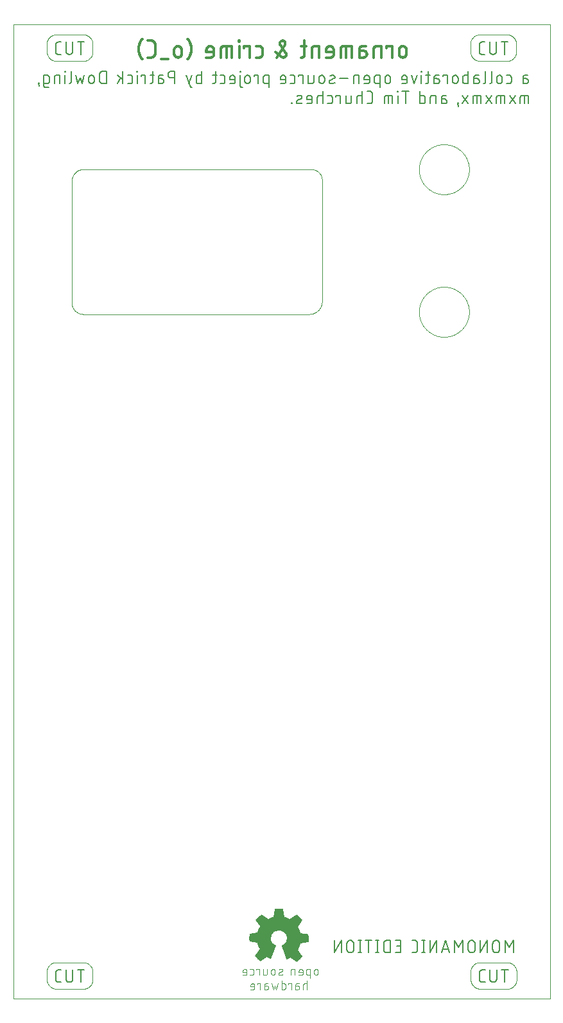
<source format=gbo>
G75*
%MOIN*%
%OFA0B0*%
%FSLAX25Y25*%
%IPPOS*%
%LPD*%
%AMOC8*
5,1,8,0,0,1.08239X$1,22.5*
%
%ADD10C,0.00000*%
%ADD11C,0.00600*%
%ADD12C,0.01300*%
%ADD13C,0.00200*%
%ADD14C,0.00400*%
D10*
X0003589Y0001000D02*
X0003589Y0507000D01*
X0282195Y0507000D01*
X0282195Y0001000D01*
X0003589Y0001000D01*
X0020912Y0011157D02*
X0020912Y0013205D01*
X0020912Y0015016D01*
X0020914Y0015153D01*
X0020920Y0015290D01*
X0020930Y0015427D01*
X0020943Y0015564D01*
X0020961Y0015700D01*
X0020982Y0015835D01*
X0021008Y0015970D01*
X0021037Y0016104D01*
X0021070Y0016237D01*
X0021107Y0016369D01*
X0021147Y0016500D01*
X0021191Y0016630D01*
X0021239Y0016759D01*
X0021291Y0016886D01*
X0021346Y0017011D01*
X0021405Y0017135D01*
X0021467Y0017257D01*
X0021533Y0017378D01*
X0021602Y0017496D01*
X0021674Y0017613D01*
X0021750Y0017727D01*
X0021829Y0017839D01*
X0021911Y0017949D01*
X0021997Y0018056D01*
X0022085Y0018161D01*
X0022176Y0018264D01*
X0022271Y0018363D01*
X0022368Y0018460D01*
X0022467Y0018555D01*
X0022570Y0018646D01*
X0022675Y0018734D01*
X0022782Y0018820D01*
X0022892Y0018902D01*
X0023004Y0018981D01*
X0023118Y0019057D01*
X0023235Y0019129D01*
X0023353Y0019198D01*
X0023474Y0019264D01*
X0023596Y0019326D01*
X0023720Y0019385D01*
X0023845Y0019440D01*
X0023972Y0019492D01*
X0024101Y0019540D01*
X0024231Y0019584D01*
X0024362Y0019624D01*
X0024494Y0019661D01*
X0024627Y0019694D01*
X0024761Y0019723D01*
X0024896Y0019749D01*
X0025031Y0019770D01*
X0025167Y0019788D01*
X0025304Y0019801D01*
X0025441Y0019811D01*
X0025578Y0019817D01*
X0025715Y0019819D01*
X0039809Y0019819D01*
X0039948Y0019817D01*
X0040087Y0019811D01*
X0040226Y0019801D01*
X0040364Y0019788D01*
X0040502Y0019770D01*
X0040640Y0019749D01*
X0040777Y0019724D01*
X0040913Y0019695D01*
X0041048Y0019662D01*
X0041182Y0019625D01*
X0041316Y0019585D01*
X0041448Y0019541D01*
X0041578Y0019493D01*
X0041707Y0019441D01*
X0041835Y0019386D01*
X0041961Y0019328D01*
X0042086Y0019266D01*
X0042209Y0019200D01*
X0042330Y0019131D01*
X0042448Y0019059D01*
X0042565Y0018983D01*
X0042680Y0018904D01*
X0042792Y0018822D01*
X0042902Y0018737D01*
X0043010Y0018648D01*
X0043115Y0018557D01*
X0043217Y0018463D01*
X0043317Y0018366D01*
X0043414Y0018266D01*
X0043508Y0018164D01*
X0043599Y0018059D01*
X0043688Y0017951D01*
X0043773Y0017841D01*
X0043855Y0017729D01*
X0043934Y0017614D01*
X0044010Y0017497D01*
X0044082Y0017379D01*
X0044151Y0017258D01*
X0044217Y0017135D01*
X0044279Y0017010D01*
X0044337Y0016884D01*
X0044392Y0016756D01*
X0044444Y0016627D01*
X0044492Y0016497D01*
X0044536Y0016365D01*
X0044576Y0016231D01*
X0044613Y0016097D01*
X0044646Y0015962D01*
X0044675Y0015826D01*
X0044700Y0015689D01*
X0044721Y0015551D01*
X0044739Y0015413D01*
X0044752Y0015275D01*
X0044762Y0015136D01*
X0044768Y0014997D01*
X0044770Y0014858D01*
X0044770Y0013165D01*
X0044770Y0011000D01*
X0044768Y0010861D01*
X0044762Y0010722D01*
X0044752Y0010583D01*
X0044739Y0010445D01*
X0044721Y0010307D01*
X0044700Y0010169D01*
X0044675Y0010032D01*
X0044646Y0009896D01*
X0044613Y0009761D01*
X0044576Y0009627D01*
X0044536Y0009493D01*
X0044492Y0009361D01*
X0044444Y0009231D01*
X0044392Y0009102D01*
X0044337Y0008974D01*
X0044279Y0008848D01*
X0044217Y0008723D01*
X0044151Y0008600D01*
X0044082Y0008479D01*
X0044010Y0008361D01*
X0043934Y0008244D01*
X0043855Y0008129D01*
X0043773Y0008017D01*
X0043688Y0007907D01*
X0043599Y0007799D01*
X0043508Y0007694D01*
X0043414Y0007592D01*
X0043317Y0007492D01*
X0043217Y0007395D01*
X0043115Y0007301D01*
X0043010Y0007210D01*
X0042902Y0007121D01*
X0042792Y0007036D01*
X0042680Y0006954D01*
X0042565Y0006875D01*
X0042448Y0006799D01*
X0042330Y0006727D01*
X0042209Y0006658D01*
X0042086Y0006592D01*
X0041961Y0006530D01*
X0041835Y0006472D01*
X0041707Y0006417D01*
X0041578Y0006365D01*
X0041448Y0006317D01*
X0041316Y0006273D01*
X0041182Y0006233D01*
X0041048Y0006196D01*
X0040913Y0006163D01*
X0040777Y0006134D01*
X0040640Y0006109D01*
X0040502Y0006088D01*
X0040364Y0006070D01*
X0040226Y0006057D01*
X0040087Y0006047D01*
X0039948Y0006041D01*
X0039809Y0006039D01*
X0026030Y0006039D01*
X0025889Y0006041D01*
X0025748Y0006047D01*
X0025607Y0006056D01*
X0025467Y0006070D01*
X0025327Y0006088D01*
X0025188Y0006109D01*
X0025049Y0006134D01*
X0024911Y0006163D01*
X0024774Y0006196D01*
X0024637Y0006232D01*
X0024502Y0006272D01*
X0024368Y0006316D01*
X0024235Y0006364D01*
X0024104Y0006415D01*
X0023974Y0006470D01*
X0023846Y0006529D01*
X0023719Y0006590D01*
X0023594Y0006656D01*
X0023471Y0006725D01*
X0023350Y0006797D01*
X0023231Y0006872D01*
X0023114Y0006951D01*
X0022999Y0007033D01*
X0022886Y0007118D01*
X0022776Y0007206D01*
X0022669Y0007297D01*
X0022564Y0007392D01*
X0022461Y0007489D01*
X0022362Y0007588D01*
X0022265Y0007691D01*
X0022170Y0007796D01*
X0022079Y0007903D01*
X0021991Y0008013D01*
X0021906Y0008126D01*
X0021824Y0008241D01*
X0021745Y0008358D01*
X0021670Y0008477D01*
X0021598Y0008598D01*
X0021529Y0008721D01*
X0021463Y0008846D01*
X0021402Y0008973D01*
X0021343Y0009101D01*
X0021288Y0009231D01*
X0021237Y0009362D01*
X0021189Y0009495D01*
X0021145Y0009629D01*
X0021105Y0009764D01*
X0021069Y0009901D01*
X0021036Y0010038D01*
X0021007Y0010176D01*
X0020982Y0010315D01*
X0020961Y0010454D01*
X0020943Y0010594D01*
X0020929Y0010734D01*
X0020920Y0010875D01*
X0020914Y0011016D01*
X0020912Y0011157D01*
X0039809Y0356512D02*
X0157132Y0356512D01*
X0157294Y0356514D01*
X0157455Y0356520D01*
X0157617Y0356530D01*
X0157778Y0356543D01*
X0157939Y0356561D01*
X0158099Y0356582D01*
X0158259Y0356608D01*
X0158418Y0356637D01*
X0158576Y0356670D01*
X0158734Y0356706D01*
X0158890Y0356747D01*
X0159046Y0356791D01*
X0159200Y0356840D01*
X0159353Y0356891D01*
X0159505Y0356947D01*
X0159656Y0357006D01*
X0159805Y0357069D01*
X0159952Y0357135D01*
X0160098Y0357205D01*
X0160242Y0357279D01*
X0160385Y0357356D01*
X0160525Y0357436D01*
X0160663Y0357520D01*
X0160800Y0357607D01*
X0160934Y0357697D01*
X0161066Y0357790D01*
X0161196Y0357887D01*
X0161323Y0357987D01*
X0161448Y0358089D01*
X0161570Y0358195D01*
X0161690Y0358304D01*
X0161807Y0358415D01*
X0161922Y0358530D01*
X0162033Y0358647D01*
X0162142Y0358767D01*
X0162248Y0358889D01*
X0162350Y0359014D01*
X0162450Y0359141D01*
X0162547Y0359271D01*
X0162640Y0359403D01*
X0162730Y0359537D01*
X0162817Y0359674D01*
X0162901Y0359812D01*
X0162981Y0359952D01*
X0163058Y0360095D01*
X0163132Y0360239D01*
X0163202Y0360385D01*
X0163268Y0360532D01*
X0163331Y0360681D01*
X0163390Y0360832D01*
X0163446Y0360984D01*
X0163497Y0361137D01*
X0163546Y0361291D01*
X0163590Y0361447D01*
X0163631Y0361603D01*
X0163667Y0361761D01*
X0163700Y0361919D01*
X0163729Y0362078D01*
X0163755Y0362238D01*
X0163776Y0362398D01*
X0163794Y0362559D01*
X0163807Y0362720D01*
X0163817Y0362882D01*
X0163823Y0363043D01*
X0163825Y0363205D01*
X0163825Y0424622D01*
X0163825Y0426197D01*
X0163823Y0426344D01*
X0163817Y0426490D01*
X0163807Y0426637D01*
X0163794Y0426783D01*
X0163776Y0426929D01*
X0163755Y0427074D01*
X0163730Y0427218D01*
X0163700Y0427362D01*
X0163668Y0427505D01*
X0163631Y0427647D01*
X0163590Y0427788D01*
X0163546Y0427928D01*
X0163498Y0428067D01*
X0163447Y0428204D01*
X0163391Y0428340D01*
X0163332Y0428475D01*
X0163270Y0428607D01*
X0163204Y0428739D01*
X0163135Y0428868D01*
X0163062Y0428995D01*
X0162986Y0429121D01*
X0162906Y0429244D01*
X0162823Y0429365D01*
X0162738Y0429484D01*
X0162648Y0429601D01*
X0162556Y0429715D01*
X0162461Y0429827D01*
X0162363Y0429936D01*
X0162262Y0430042D01*
X0162158Y0430146D01*
X0162052Y0430247D01*
X0161943Y0430345D01*
X0161831Y0430440D01*
X0161717Y0430532D01*
X0161600Y0430622D01*
X0161481Y0430707D01*
X0161360Y0430790D01*
X0161237Y0430870D01*
X0161111Y0430946D01*
X0160984Y0431019D01*
X0160855Y0431088D01*
X0160723Y0431154D01*
X0160591Y0431216D01*
X0160456Y0431275D01*
X0160320Y0431331D01*
X0160183Y0431382D01*
X0160044Y0431430D01*
X0159904Y0431474D01*
X0159763Y0431515D01*
X0159621Y0431552D01*
X0159478Y0431584D01*
X0159334Y0431614D01*
X0159190Y0431639D01*
X0159045Y0431660D01*
X0158899Y0431678D01*
X0158753Y0431691D01*
X0158606Y0431701D01*
X0158460Y0431707D01*
X0158313Y0431709D01*
X0039809Y0431709D01*
X0039657Y0431707D01*
X0039505Y0431701D01*
X0039353Y0431691D01*
X0039202Y0431678D01*
X0039051Y0431660D01*
X0038900Y0431639D01*
X0038750Y0431613D01*
X0038601Y0431584D01*
X0038452Y0431551D01*
X0038305Y0431514D01*
X0038158Y0431474D01*
X0038013Y0431429D01*
X0037869Y0431381D01*
X0037726Y0431329D01*
X0037584Y0431274D01*
X0037444Y0431215D01*
X0037305Y0431152D01*
X0037168Y0431086D01*
X0037033Y0431016D01*
X0036900Y0430943D01*
X0036769Y0430866D01*
X0036639Y0430786D01*
X0036512Y0430703D01*
X0036387Y0430617D01*
X0036264Y0430527D01*
X0036144Y0430434D01*
X0036026Y0430338D01*
X0035910Y0430239D01*
X0035797Y0430137D01*
X0035687Y0430033D01*
X0035579Y0429925D01*
X0035475Y0429815D01*
X0035373Y0429702D01*
X0035274Y0429586D01*
X0035178Y0429468D01*
X0035085Y0429348D01*
X0034995Y0429225D01*
X0034909Y0429100D01*
X0034826Y0428973D01*
X0034746Y0428843D01*
X0034669Y0428712D01*
X0034596Y0428579D01*
X0034526Y0428444D01*
X0034460Y0428307D01*
X0034397Y0428168D01*
X0034338Y0428028D01*
X0034283Y0427886D01*
X0034231Y0427743D01*
X0034183Y0427599D01*
X0034138Y0427454D01*
X0034098Y0427307D01*
X0034061Y0427160D01*
X0034028Y0427011D01*
X0033999Y0426862D01*
X0033973Y0426712D01*
X0033952Y0426561D01*
X0033934Y0426410D01*
X0033921Y0426259D01*
X0033911Y0426107D01*
X0033905Y0425955D01*
X0033903Y0425803D01*
X0033904Y0425803D02*
X0033904Y0425016D01*
X0033904Y0363205D01*
X0033903Y0363205D02*
X0033886Y0363053D01*
X0033873Y0362901D01*
X0033864Y0362748D01*
X0033858Y0362595D01*
X0033857Y0362442D01*
X0033860Y0362290D01*
X0033866Y0362137D01*
X0033876Y0361984D01*
X0033891Y0361832D01*
X0033909Y0361680D01*
X0033931Y0361529D01*
X0033957Y0361378D01*
X0033987Y0361228D01*
X0034020Y0361079D01*
X0034058Y0360931D01*
X0034099Y0360784D01*
X0034144Y0360637D01*
X0034193Y0360493D01*
X0034245Y0360349D01*
X0034302Y0360207D01*
X0034361Y0360066D01*
X0034425Y0359927D01*
X0034492Y0359789D01*
X0034562Y0359654D01*
X0034636Y0359520D01*
X0034714Y0359388D01*
X0034794Y0359258D01*
X0034878Y0359130D01*
X0034966Y0359005D01*
X0035056Y0358881D01*
X0035150Y0358760D01*
X0035246Y0358642D01*
X0035346Y0358526D01*
X0035449Y0358413D01*
X0035554Y0358302D01*
X0035662Y0358194D01*
X0035773Y0358089D01*
X0035887Y0357987D01*
X0036004Y0357887D01*
X0036122Y0357791D01*
X0036244Y0357698D01*
X0036367Y0357608D01*
X0036493Y0357521D01*
X0036621Y0357438D01*
X0036751Y0357357D01*
X0036884Y0357281D01*
X0037018Y0357207D01*
X0037154Y0357137D01*
X0037291Y0357071D01*
X0037431Y0357008D01*
X0037572Y0356949D01*
X0037714Y0356893D01*
X0037858Y0356841D01*
X0038003Y0356793D01*
X0038149Y0356748D01*
X0038297Y0356707D01*
X0038445Y0356670D01*
X0038594Y0356637D01*
X0038744Y0356608D01*
X0038895Y0356583D01*
X0039047Y0356561D01*
X0039198Y0356543D01*
X0039351Y0356530D01*
X0039503Y0356520D01*
X0039656Y0356514D01*
X0039809Y0356512D01*
X0039809Y0487929D02*
X0026030Y0487929D01*
X0025889Y0487931D01*
X0025748Y0487937D01*
X0025607Y0487946D01*
X0025467Y0487960D01*
X0025327Y0487978D01*
X0025188Y0487999D01*
X0025049Y0488024D01*
X0024911Y0488053D01*
X0024774Y0488086D01*
X0024637Y0488122D01*
X0024502Y0488162D01*
X0024368Y0488206D01*
X0024235Y0488254D01*
X0024104Y0488305D01*
X0023974Y0488360D01*
X0023846Y0488419D01*
X0023719Y0488480D01*
X0023594Y0488546D01*
X0023471Y0488615D01*
X0023350Y0488687D01*
X0023231Y0488762D01*
X0023114Y0488841D01*
X0022999Y0488923D01*
X0022886Y0489008D01*
X0022776Y0489096D01*
X0022669Y0489187D01*
X0022564Y0489282D01*
X0022461Y0489379D01*
X0022362Y0489478D01*
X0022265Y0489581D01*
X0022170Y0489686D01*
X0022079Y0489793D01*
X0021991Y0489903D01*
X0021906Y0490016D01*
X0021824Y0490131D01*
X0021745Y0490248D01*
X0021670Y0490367D01*
X0021598Y0490488D01*
X0021529Y0490611D01*
X0021463Y0490736D01*
X0021402Y0490863D01*
X0021343Y0490991D01*
X0021288Y0491121D01*
X0021237Y0491252D01*
X0021189Y0491385D01*
X0021145Y0491519D01*
X0021105Y0491654D01*
X0021069Y0491791D01*
X0021036Y0491928D01*
X0021007Y0492066D01*
X0020982Y0492205D01*
X0020961Y0492344D01*
X0020943Y0492484D01*
X0020929Y0492624D01*
X0020920Y0492765D01*
X0020914Y0492906D01*
X0020912Y0493047D01*
X0020912Y0495094D01*
X0020912Y0496906D01*
X0020914Y0497043D01*
X0020920Y0497180D01*
X0020930Y0497317D01*
X0020943Y0497454D01*
X0020961Y0497590D01*
X0020982Y0497725D01*
X0021008Y0497860D01*
X0021037Y0497994D01*
X0021070Y0498127D01*
X0021107Y0498259D01*
X0021147Y0498390D01*
X0021191Y0498520D01*
X0021239Y0498649D01*
X0021291Y0498776D01*
X0021346Y0498901D01*
X0021405Y0499025D01*
X0021467Y0499147D01*
X0021533Y0499268D01*
X0021602Y0499386D01*
X0021674Y0499503D01*
X0021750Y0499617D01*
X0021829Y0499729D01*
X0021911Y0499839D01*
X0021997Y0499946D01*
X0022085Y0500051D01*
X0022176Y0500154D01*
X0022271Y0500253D01*
X0022368Y0500350D01*
X0022467Y0500445D01*
X0022570Y0500536D01*
X0022675Y0500624D01*
X0022782Y0500710D01*
X0022892Y0500792D01*
X0023004Y0500871D01*
X0023118Y0500947D01*
X0023235Y0501019D01*
X0023353Y0501088D01*
X0023474Y0501154D01*
X0023596Y0501216D01*
X0023720Y0501275D01*
X0023845Y0501330D01*
X0023972Y0501382D01*
X0024101Y0501430D01*
X0024231Y0501474D01*
X0024362Y0501514D01*
X0024494Y0501551D01*
X0024627Y0501584D01*
X0024761Y0501613D01*
X0024896Y0501639D01*
X0025031Y0501660D01*
X0025167Y0501678D01*
X0025304Y0501691D01*
X0025441Y0501701D01*
X0025578Y0501707D01*
X0025715Y0501709D01*
X0039809Y0501709D01*
X0039948Y0501707D01*
X0040087Y0501701D01*
X0040226Y0501691D01*
X0040364Y0501678D01*
X0040502Y0501660D01*
X0040640Y0501639D01*
X0040777Y0501614D01*
X0040913Y0501585D01*
X0041048Y0501552D01*
X0041182Y0501515D01*
X0041316Y0501475D01*
X0041448Y0501431D01*
X0041578Y0501383D01*
X0041707Y0501331D01*
X0041835Y0501276D01*
X0041961Y0501218D01*
X0042086Y0501156D01*
X0042209Y0501090D01*
X0042330Y0501021D01*
X0042448Y0500949D01*
X0042565Y0500873D01*
X0042680Y0500794D01*
X0042792Y0500712D01*
X0042902Y0500627D01*
X0043010Y0500538D01*
X0043115Y0500447D01*
X0043217Y0500353D01*
X0043317Y0500256D01*
X0043414Y0500156D01*
X0043508Y0500054D01*
X0043599Y0499949D01*
X0043688Y0499841D01*
X0043773Y0499731D01*
X0043855Y0499619D01*
X0043934Y0499504D01*
X0044010Y0499387D01*
X0044082Y0499269D01*
X0044151Y0499148D01*
X0044217Y0499025D01*
X0044279Y0498900D01*
X0044337Y0498774D01*
X0044392Y0498646D01*
X0044444Y0498517D01*
X0044492Y0498387D01*
X0044536Y0498255D01*
X0044576Y0498121D01*
X0044613Y0497987D01*
X0044646Y0497852D01*
X0044675Y0497716D01*
X0044700Y0497579D01*
X0044721Y0497441D01*
X0044739Y0497303D01*
X0044752Y0497165D01*
X0044762Y0497026D01*
X0044768Y0496887D01*
X0044770Y0496748D01*
X0044770Y0495055D01*
X0044770Y0492890D01*
X0044768Y0492751D01*
X0044762Y0492612D01*
X0044752Y0492473D01*
X0044739Y0492335D01*
X0044721Y0492197D01*
X0044700Y0492059D01*
X0044675Y0491922D01*
X0044646Y0491786D01*
X0044613Y0491651D01*
X0044576Y0491517D01*
X0044536Y0491383D01*
X0044492Y0491251D01*
X0044444Y0491121D01*
X0044392Y0490992D01*
X0044337Y0490864D01*
X0044279Y0490738D01*
X0044217Y0490613D01*
X0044151Y0490490D01*
X0044082Y0490369D01*
X0044010Y0490251D01*
X0043934Y0490134D01*
X0043855Y0490019D01*
X0043773Y0489907D01*
X0043688Y0489797D01*
X0043599Y0489689D01*
X0043508Y0489584D01*
X0043414Y0489482D01*
X0043317Y0489382D01*
X0043217Y0489285D01*
X0043115Y0489191D01*
X0043010Y0489100D01*
X0042902Y0489011D01*
X0042792Y0488926D01*
X0042680Y0488844D01*
X0042565Y0488765D01*
X0042448Y0488689D01*
X0042330Y0488617D01*
X0042209Y0488548D01*
X0042086Y0488482D01*
X0041961Y0488420D01*
X0041835Y0488362D01*
X0041707Y0488307D01*
X0041578Y0488255D01*
X0041448Y0488207D01*
X0041316Y0488163D01*
X0041182Y0488123D01*
X0041048Y0488086D01*
X0040913Y0488053D01*
X0040777Y0488024D01*
X0040640Y0487999D01*
X0040502Y0487978D01*
X0040364Y0487960D01*
X0040226Y0487947D01*
X0040087Y0487937D01*
X0039948Y0487931D01*
X0039809Y0487929D01*
X0214219Y0431709D02*
X0214223Y0432028D01*
X0214235Y0432346D01*
X0214254Y0432665D01*
X0214282Y0432982D01*
X0214317Y0433299D01*
X0214360Y0433615D01*
X0214410Y0433930D01*
X0214469Y0434244D01*
X0214535Y0434556D01*
X0214608Y0434866D01*
X0214690Y0435174D01*
X0214778Y0435480D01*
X0214875Y0435784D01*
X0214978Y0436086D01*
X0215090Y0436385D01*
X0215208Y0436681D01*
X0215334Y0436974D01*
X0215466Y0437264D01*
X0215606Y0437550D01*
X0215753Y0437833D01*
X0215907Y0438113D01*
X0216067Y0438388D01*
X0216235Y0438660D01*
X0216409Y0438927D01*
X0216589Y0439190D01*
X0216776Y0439448D01*
X0216969Y0439702D01*
X0217168Y0439951D01*
X0217373Y0440195D01*
X0217585Y0440434D01*
X0217802Y0440668D01*
X0218024Y0440896D01*
X0218252Y0441118D01*
X0218486Y0441335D01*
X0218725Y0441547D01*
X0218969Y0441752D01*
X0219218Y0441951D01*
X0219472Y0442144D01*
X0219730Y0442331D01*
X0219993Y0442511D01*
X0220260Y0442685D01*
X0220532Y0442853D01*
X0220807Y0443013D01*
X0221087Y0443167D01*
X0221370Y0443314D01*
X0221656Y0443454D01*
X0221946Y0443586D01*
X0222239Y0443712D01*
X0222535Y0443830D01*
X0222834Y0443942D01*
X0223136Y0444045D01*
X0223440Y0444142D01*
X0223746Y0444230D01*
X0224054Y0444312D01*
X0224364Y0444385D01*
X0224676Y0444451D01*
X0224990Y0444510D01*
X0225305Y0444560D01*
X0225621Y0444603D01*
X0225938Y0444638D01*
X0226255Y0444666D01*
X0226574Y0444685D01*
X0226892Y0444697D01*
X0227211Y0444701D01*
X0227530Y0444697D01*
X0227848Y0444685D01*
X0228167Y0444666D01*
X0228484Y0444638D01*
X0228801Y0444603D01*
X0229117Y0444560D01*
X0229432Y0444510D01*
X0229746Y0444451D01*
X0230058Y0444385D01*
X0230368Y0444312D01*
X0230676Y0444230D01*
X0230982Y0444142D01*
X0231286Y0444045D01*
X0231588Y0443942D01*
X0231887Y0443830D01*
X0232183Y0443712D01*
X0232476Y0443586D01*
X0232766Y0443454D01*
X0233052Y0443314D01*
X0233335Y0443167D01*
X0233615Y0443013D01*
X0233890Y0442853D01*
X0234162Y0442685D01*
X0234429Y0442511D01*
X0234692Y0442331D01*
X0234950Y0442144D01*
X0235204Y0441951D01*
X0235453Y0441752D01*
X0235697Y0441547D01*
X0235936Y0441335D01*
X0236170Y0441118D01*
X0236398Y0440896D01*
X0236620Y0440668D01*
X0236837Y0440434D01*
X0237049Y0440195D01*
X0237254Y0439951D01*
X0237453Y0439702D01*
X0237646Y0439448D01*
X0237833Y0439190D01*
X0238013Y0438927D01*
X0238187Y0438660D01*
X0238355Y0438388D01*
X0238515Y0438113D01*
X0238669Y0437833D01*
X0238816Y0437550D01*
X0238956Y0437264D01*
X0239088Y0436974D01*
X0239214Y0436681D01*
X0239332Y0436385D01*
X0239444Y0436086D01*
X0239547Y0435784D01*
X0239644Y0435480D01*
X0239732Y0435174D01*
X0239814Y0434866D01*
X0239887Y0434556D01*
X0239953Y0434244D01*
X0240012Y0433930D01*
X0240062Y0433615D01*
X0240105Y0433299D01*
X0240140Y0432982D01*
X0240168Y0432665D01*
X0240187Y0432346D01*
X0240199Y0432028D01*
X0240203Y0431709D01*
X0240199Y0431390D01*
X0240187Y0431072D01*
X0240168Y0430753D01*
X0240140Y0430436D01*
X0240105Y0430119D01*
X0240062Y0429803D01*
X0240012Y0429488D01*
X0239953Y0429174D01*
X0239887Y0428862D01*
X0239814Y0428552D01*
X0239732Y0428244D01*
X0239644Y0427938D01*
X0239547Y0427634D01*
X0239444Y0427332D01*
X0239332Y0427033D01*
X0239214Y0426737D01*
X0239088Y0426444D01*
X0238956Y0426154D01*
X0238816Y0425868D01*
X0238669Y0425585D01*
X0238515Y0425305D01*
X0238355Y0425030D01*
X0238187Y0424758D01*
X0238013Y0424491D01*
X0237833Y0424228D01*
X0237646Y0423970D01*
X0237453Y0423716D01*
X0237254Y0423467D01*
X0237049Y0423223D01*
X0236837Y0422984D01*
X0236620Y0422750D01*
X0236398Y0422522D01*
X0236170Y0422300D01*
X0235936Y0422083D01*
X0235697Y0421871D01*
X0235453Y0421666D01*
X0235204Y0421467D01*
X0234950Y0421274D01*
X0234692Y0421087D01*
X0234429Y0420907D01*
X0234162Y0420733D01*
X0233890Y0420565D01*
X0233615Y0420405D01*
X0233335Y0420251D01*
X0233052Y0420104D01*
X0232766Y0419964D01*
X0232476Y0419832D01*
X0232183Y0419706D01*
X0231887Y0419588D01*
X0231588Y0419476D01*
X0231286Y0419373D01*
X0230982Y0419276D01*
X0230676Y0419188D01*
X0230368Y0419106D01*
X0230058Y0419033D01*
X0229746Y0418967D01*
X0229432Y0418908D01*
X0229117Y0418858D01*
X0228801Y0418815D01*
X0228484Y0418780D01*
X0228167Y0418752D01*
X0227848Y0418733D01*
X0227530Y0418721D01*
X0227211Y0418717D01*
X0226892Y0418721D01*
X0226574Y0418733D01*
X0226255Y0418752D01*
X0225938Y0418780D01*
X0225621Y0418815D01*
X0225305Y0418858D01*
X0224990Y0418908D01*
X0224676Y0418967D01*
X0224364Y0419033D01*
X0224054Y0419106D01*
X0223746Y0419188D01*
X0223440Y0419276D01*
X0223136Y0419373D01*
X0222834Y0419476D01*
X0222535Y0419588D01*
X0222239Y0419706D01*
X0221946Y0419832D01*
X0221656Y0419964D01*
X0221370Y0420104D01*
X0221087Y0420251D01*
X0220807Y0420405D01*
X0220532Y0420565D01*
X0220260Y0420733D01*
X0219993Y0420907D01*
X0219730Y0421087D01*
X0219472Y0421274D01*
X0219218Y0421467D01*
X0218969Y0421666D01*
X0218725Y0421871D01*
X0218486Y0422083D01*
X0218252Y0422300D01*
X0218024Y0422522D01*
X0217802Y0422750D01*
X0217585Y0422984D01*
X0217373Y0423223D01*
X0217168Y0423467D01*
X0216969Y0423716D01*
X0216776Y0423970D01*
X0216589Y0424228D01*
X0216409Y0424491D01*
X0216235Y0424758D01*
X0216067Y0425030D01*
X0215907Y0425305D01*
X0215753Y0425585D01*
X0215606Y0425868D01*
X0215466Y0426154D01*
X0215334Y0426444D01*
X0215208Y0426737D01*
X0215090Y0427033D01*
X0214978Y0427332D01*
X0214875Y0427634D01*
X0214778Y0427938D01*
X0214690Y0428244D01*
X0214608Y0428552D01*
X0214535Y0428862D01*
X0214469Y0429174D01*
X0214410Y0429488D01*
X0214360Y0429803D01*
X0214317Y0430119D01*
X0214282Y0430436D01*
X0214254Y0430753D01*
X0214235Y0431072D01*
X0214223Y0431390D01*
X0214219Y0431709D01*
X0245991Y0487929D02*
X0259770Y0487929D01*
X0259909Y0487931D01*
X0260048Y0487937D01*
X0260187Y0487947D01*
X0260325Y0487960D01*
X0260463Y0487978D01*
X0260601Y0487999D01*
X0260738Y0488024D01*
X0260874Y0488053D01*
X0261009Y0488086D01*
X0261143Y0488123D01*
X0261277Y0488163D01*
X0261409Y0488207D01*
X0261539Y0488255D01*
X0261668Y0488307D01*
X0261796Y0488362D01*
X0261922Y0488420D01*
X0262047Y0488482D01*
X0262170Y0488548D01*
X0262291Y0488617D01*
X0262409Y0488689D01*
X0262526Y0488765D01*
X0262641Y0488844D01*
X0262753Y0488926D01*
X0262863Y0489011D01*
X0262971Y0489100D01*
X0263076Y0489191D01*
X0263178Y0489285D01*
X0263278Y0489382D01*
X0263375Y0489482D01*
X0263469Y0489584D01*
X0263560Y0489689D01*
X0263649Y0489797D01*
X0263734Y0489907D01*
X0263816Y0490019D01*
X0263895Y0490134D01*
X0263971Y0490251D01*
X0264043Y0490369D01*
X0264112Y0490490D01*
X0264178Y0490613D01*
X0264240Y0490738D01*
X0264298Y0490864D01*
X0264353Y0490992D01*
X0264405Y0491121D01*
X0264453Y0491251D01*
X0264497Y0491383D01*
X0264537Y0491517D01*
X0264574Y0491651D01*
X0264607Y0491786D01*
X0264636Y0491922D01*
X0264661Y0492059D01*
X0264682Y0492197D01*
X0264700Y0492335D01*
X0264713Y0492473D01*
X0264723Y0492612D01*
X0264729Y0492751D01*
X0264731Y0492890D01*
X0264731Y0495055D01*
X0264731Y0496748D01*
X0264729Y0496887D01*
X0264723Y0497026D01*
X0264713Y0497165D01*
X0264700Y0497303D01*
X0264682Y0497441D01*
X0264661Y0497579D01*
X0264636Y0497716D01*
X0264607Y0497852D01*
X0264574Y0497987D01*
X0264537Y0498121D01*
X0264497Y0498255D01*
X0264453Y0498387D01*
X0264405Y0498517D01*
X0264353Y0498646D01*
X0264298Y0498774D01*
X0264240Y0498900D01*
X0264178Y0499025D01*
X0264112Y0499148D01*
X0264043Y0499269D01*
X0263971Y0499387D01*
X0263895Y0499504D01*
X0263816Y0499619D01*
X0263734Y0499731D01*
X0263649Y0499841D01*
X0263560Y0499949D01*
X0263469Y0500054D01*
X0263375Y0500156D01*
X0263278Y0500256D01*
X0263178Y0500353D01*
X0263076Y0500447D01*
X0262971Y0500538D01*
X0262863Y0500627D01*
X0262753Y0500712D01*
X0262641Y0500794D01*
X0262526Y0500873D01*
X0262409Y0500949D01*
X0262291Y0501021D01*
X0262170Y0501090D01*
X0262047Y0501156D01*
X0261922Y0501218D01*
X0261796Y0501276D01*
X0261668Y0501331D01*
X0261539Y0501383D01*
X0261409Y0501431D01*
X0261277Y0501475D01*
X0261143Y0501515D01*
X0261009Y0501552D01*
X0260874Y0501585D01*
X0260738Y0501614D01*
X0260601Y0501639D01*
X0260463Y0501660D01*
X0260325Y0501678D01*
X0260187Y0501691D01*
X0260048Y0501701D01*
X0259909Y0501707D01*
X0259770Y0501709D01*
X0245676Y0501709D01*
X0245539Y0501707D01*
X0245402Y0501701D01*
X0245265Y0501691D01*
X0245128Y0501678D01*
X0244992Y0501660D01*
X0244857Y0501639D01*
X0244722Y0501613D01*
X0244588Y0501584D01*
X0244455Y0501551D01*
X0244323Y0501514D01*
X0244192Y0501474D01*
X0244062Y0501430D01*
X0243933Y0501382D01*
X0243806Y0501330D01*
X0243681Y0501275D01*
X0243557Y0501216D01*
X0243435Y0501154D01*
X0243314Y0501088D01*
X0243196Y0501019D01*
X0243079Y0500947D01*
X0242965Y0500871D01*
X0242853Y0500792D01*
X0242743Y0500710D01*
X0242636Y0500624D01*
X0242531Y0500536D01*
X0242428Y0500445D01*
X0242329Y0500350D01*
X0242232Y0500253D01*
X0242137Y0500154D01*
X0242046Y0500051D01*
X0241958Y0499946D01*
X0241872Y0499839D01*
X0241790Y0499729D01*
X0241711Y0499617D01*
X0241635Y0499503D01*
X0241563Y0499386D01*
X0241494Y0499268D01*
X0241428Y0499147D01*
X0241366Y0499025D01*
X0241307Y0498901D01*
X0241252Y0498776D01*
X0241200Y0498649D01*
X0241152Y0498520D01*
X0241108Y0498390D01*
X0241068Y0498259D01*
X0241031Y0498127D01*
X0240998Y0497994D01*
X0240969Y0497860D01*
X0240943Y0497725D01*
X0240922Y0497590D01*
X0240904Y0497454D01*
X0240891Y0497317D01*
X0240881Y0497180D01*
X0240875Y0497043D01*
X0240873Y0496906D01*
X0240872Y0496906D02*
X0240872Y0495094D01*
X0240872Y0493047D01*
X0240873Y0493047D02*
X0240875Y0492906D01*
X0240881Y0492765D01*
X0240890Y0492624D01*
X0240904Y0492484D01*
X0240922Y0492344D01*
X0240943Y0492205D01*
X0240968Y0492066D01*
X0240997Y0491928D01*
X0241030Y0491791D01*
X0241066Y0491654D01*
X0241106Y0491519D01*
X0241150Y0491385D01*
X0241198Y0491252D01*
X0241249Y0491121D01*
X0241304Y0490991D01*
X0241363Y0490863D01*
X0241424Y0490736D01*
X0241490Y0490611D01*
X0241559Y0490488D01*
X0241631Y0490367D01*
X0241706Y0490248D01*
X0241785Y0490131D01*
X0241867Y0490016D01*
X0241952Y0489903D01*
X0242040Y0489793D01*
X0242131Y0489686D01*
X0242226Y0489581D01*
X0242323Y0489478D01*
X0242422Y0489379D01*
X0242525Y0489282D01*
X0242630Y0489187D01*
X0242737Y0489096D01*
X0242847Y0489008D01*
X0242960Y0488923D01*
X0243075Y0488841D01*
X0243192Y0488762D01*
X0243311Y0488687D01*
X0243432Y0488615D01*
X0243555Y0488546D01*
X0243680Y0488480D01*
X0243807Y0488419D01*
X0243935Y0488360D01*
X0244065Y0488305D01*
X0244196Y0488254D01*
X0244329Y0488206D01*
X0244463Y0488162D01*
X0244598Y0488122D01*
X0244735Y0488086D01*
X0244872Y0488053D01*
X0245010Y0488024D01*
X0245149Y0487999D01*
X0245288Y0487978D01*
X0245428Y0487960D01*
X0245568Y0487946D01*
X0245709Y0487937D01*
X0245850Y0487931D01*
X0245991Y0487929D01*
X0214219Y0357693D02*
X0214223Y0358012D01*
X0214235Y0358330D01*
X0214254Y0358649D01*
X0214282Y0358966D01*
X0214317Y0359283D01*
X0214360Y0359599D01*
X0214410Y0359914D01*
X0214469Y0360228D01*
X0214535Y0360540D01*
X0214608Y0360850D01*
X0214690Y0361158D01*
X0214778Y0361464D01*
X0214875Y0361768D01*
X0214978Y0362070D01*
X0215090Y0362369D01*
X0215208Y0362665D01*
X0215334Y0362958D01*
X0215466Y0363248D01*
X0215606Y0363534D01*
X0215753Y0363817D01*
X0215907Y0364097D01*
X0216067Y0364372D01*
X0216235Y0364644D01*
X0216409Y0364911D01*
X0216589Y0365174D01*
X0216776Y0365432D01*
X0216969Y0365686D01*
X0217168Y0365935D01*
X0217373Y0366179D01*
X0217585Y0366418D01*
X0217802Y0366652D01*
X0218024Y0366880D01*
X0218252Y0367102D01*
X0218486Y0367319D01*
X0218725Y0367531D01*
X0218969Y0367736D01*
X0219218Y0367935D01*
X0219472Y0368128D01*
X0219730Y0368315D01*
X0219993Y0368495D01*
X0220260Y0368669D01*
X0220532Y0368837D01*
X0220807Y0368997D01*
X0221087Y0369151D01*
X0221370Y0369298D01*
X0221656Y0369438D01*
X0221946Y0369570D01*
X0222239Y0369696D01*
X0222535Y0369814D01*
X0222834Y0369926D01*
X0223136Y0370029D01*
X0223440Y0370126D01*
X0223746Y0370214D01*
X0224054Y0370296D01*
X0224364Y0370369D01*
X0224676Y0370435D01*
X0224990Y0370494D01*
X0225305Y0370544D01*
X0225621Y0370587D01*
X0225938Y0370622D01*
X0226255Y0370650D01*
X0226574Y0370669D01*
X0226892Y0370681D01*
X0227211Y0370685D01*
X0227530Y0370681D01*
X0227848Y0370669D01*
X0228167Y0370650D01*
X0228484Y0370622D01*
X0228801Y0370587D01*
X0229117Y0370544D01*
X0229432Y0370494D01*
X0229746Y0370435D01*
X0230058Y0370369D01*
X0230368Y0370296D01*
X0230676Y0370214D01*
X0230982Y0370126D01*
X0231286Y0370029D01*
X0231588Y0369926D01*
X0231887Y0369814D01*
X0232183Y0369696D01*
X0232476Y0369570D01*
X0232766Y0369438D01*
X0233052Y0369298D01*
X0233335Y0369151D01*
X0233615Y0368997D01*
X0233890Y0368837D01*
X0234162Y0368669D01*
X0234429Y0368495D01*
X0234692Y0368315D01*
X0234950Y0368128D01*
X0235204Y0367935D01*
X0235453Y0367736D01*
X0235697Y0367531D01*
X0235936Y0367319D01*
X0236170Y0367102D01*
X0236398Y0366880D01*
X0236620Y0366652D01*
X0236837Y0366418D01*
X0237049Y0366179D01*
X0237254Y0365935D01*
X0237453Y0365686D01*
X0237646Y0365432D01*
X0237833Y0365174D01*
X0238013Y0364911D01*
X0238187Y0364644D01*
X0238355Y0364372D01*
X0238515Y0364097D01*
X0238669Y0363817D01*
X0238816Y0363534D01*
X0238956Y0363248D01*
X0239088Y0362958D01*
X0239214Y0362665D01*
X0239332Y0362369D01*
X0239444Y0362070D01*
X0239547Y0361768D01*
X0239644Y0361464D01*
X0239732Y0361158D01*
X0239814Y0360850D01*
X0239887Y0360540D01*
X0239953Y0360228D01*
X0240012Y0359914D01*
X0240062Y0359599D01*
X0240105Y0359283D01*
X0240140Y0358966D01*
X0240168Y0358649D01*
X0240187Y0358330D01*
X0240199Y0358012D01*
X0240203Y0357693D01*
X0240199Y0357374D01*
X0240187Y0357056D01*
X0240168Y0356737D01*
X0240140Y0356420D01*
X0240105Y0356103D01*
X0240062Y0355787D01*
X0240012Y0355472D01*
X0239953Y0355158D01*
X0239887Y0354846D01*
X0239814Y0354536D01*
X0239732Y0354228D01*
X0239644Y0353922D01*
X0239547Y0353618D01*
X0239444Y0353316D01*
X0239332Y0353017D01*
X0239214Y0352721D01*
X0239088Y0352428D01*
X0238956Y0352138D01*
X0238816Y0351852D01*
X0238669Y0351569D01*
X0238515Y0351289D01*
X0238355Y0351014D01*
X0238187Y0350742D01*
X0238013Y0350475D01*
X0237833Y0350212D01*
X0237646Y0349954D01*
X0237453Y0349700D01*
X0237254Y0349451D01*
X0237049Y0349207D01*
X0236837Y0348968D01*
X0236620Y0348734D01*
X0236398Y0348506D01*
X0236170Y0348284D01*
X0235936Y0348067D01*
X0235697Y0347855D01*
X0235453Y0347650D01*
X0235204Y0347451D01*
X0234950Y0347258D01*
X0234692Y0347071D01*
X0234429Y0346891D01*
X0234162Y0346717D01*
X0233890Y0346549D01*
X0233615Y0346389D01*
X0233335Y0346235D01*
X0233052Y0346088D01*
X0232766Y0345948D01*
X0232476Y0345816D01*
X0232183Y0345690D01*
X0231887Y0345572D01*
X0231588Y0345460D01*
X0231286Y0345357D01*
X0230982Y0345260D01*
X0230676Y0345172D01*
X0230368Y0345090D01*
X0230058Y0345017D01*
X0229746Y0344951D01*
X0229432Y0344892D01*
X0229117Y0344842D01*
X0228801Y0344799D01*
X0228484Y0344764D01*
X0228167Y0344736D01*
X0227848Y0344717D01*
X0227530Y0344705D01*
X0227211Y0344701D01*
X0226892Y0344705D01*
X0226574Y0344717D01*
X0226255Y0344736D01*
X0225938Y0344764D01*
X0225621Y0344799D01*
X0225305Y0344842D01*
X0224990Y0344892D01*
X0224676Y0344951D01*
X0224364Y0345017D01*
X0224054Y0345090D01*
X0223746Y0345172D01*
X0223440Y0345260D01*
X0223136Y0345357D01*
X0222834Y0345460D01*
X0222535Y0345572D01*
X0222239Y0345690D01*
X0221946Y0345816D01*
X0221656Y0345948D01*
X0221370Y0346088D01*
X0221087Y0346235D01*
X0220807Y0346389D01*
X0220532Y0346549D01*
X0220260Y0346717D01*
X0219993Y0346891D01*
X0219730Y0347071D01*
X0219472Y0347258D01*
X0219218Y0347451D01*
X0218969Y0347650D01*
X0218725Y0347855D01*
X0218486Y0348067D01*
X0218252Y0348284D01*
X0218024Y0348506D01*
X0217802Y0348734D01*
X0217585Y0348968D01*
X0217373Y0349207D01*
X0217168Y0349451D01*
X0216969Y0349700D01*
X0216776Y0349954D01*
X0216589Y0350212D01*
X0216409Y0350475D01*
X0216235Y0350742D01*
X0216067Y0351014D01*
X0215907Y0351289D01*
X0215753Y0351569D01*
X0215606Y0351852D01*
X0215466Y0352138D01*
X0215334Y0352428D01*
X0215208Y0352721D01*
X0215090Y0353017D01*
X0214978Y0353316D01*
X0214875Y0353618D01*
X0214778Y0353922D01*
X0214690Y0354228D01*
X0214608Y0354536D01*
X0214535Y0354846D01*
X0214469Y0355158D01*
X0214410Y0355472D01*
X0214360Y0355787D01*
X0214317Y0356103D01*
X0214282Y0356420D01*
X0214254Y0356737D01*
X0214235Y0357056D01*
X0214223Y0357374D01*
X0214219Y0357693D01*
X0245794Y0019819D02*
X0259888Y0019819D01*
X0260027Y0019817D01*
X0260166Y0019811D01*
X0260305Y0019801D01*
X0260443Y0019788D01*
X0260581Y0019770D01*
X0260719Y0019749D01*
X0260856Y0019724D01*
X0260992Y0019695D01*
X0261127Y0019662D01*
X0261261Y0019625D01*
X0261395Y0019585D01*
X0261527Y0019541D01*
X0261657Y0019493D01*
X0261786Y0019441D01*
X0261914Y0019386D01*
X0262040Y0019328D01*
X0262165Y0019266D01*
X0262288Y0019200D01*
X0262409Y0019131D01*
X0262527Y0019059D01*
X0262644Y0018983D01*
X0262759Y0018904D01*
X0262871Y0018822D01*
X0262981Y0018737D01*
X0263089Y0018648D01*
X0263194Y0018557D01*
X0263296Y0018463D01*
X0263396Y0018366D01*
X0263493Y0018266D01*
X0263587Y0018164D01*
X0263678Y0018059D01*
X0263767Y0017951D01*
X0263852Y0017841D01*
X0263934Y0017729D01*
X0264013Y0017614D01*
X0264089Y0017497D01*
X0264161Y0017379D01*
X0264230Y0017258D01*
X0264296Y0017135D01*
X0264358Y0017010D01*
X0264416Y0016884D01*
X0264471Y0016756D01*
X0264523Y0016627D01*
X0264571Y0016497D01*
X0264615Y0016365D01*
X0264655Y0016231D01*
X0264692Y0016097D01*
X0264725Y0015962D01*
X0264754Y0015826D01*
X0264779Y0015689D01*
X0264800Y0015551D01*
X0264818Y0015413D01*
X0264831Y0015275D01*
X0264841Y0015136D01*
X0264847Y0014997D01*
X0264849Y0014858D01*
X0264849Y0013165D01*
X0264849Y0011000D01*
X0264847Y0010861D01*
X0264841Y0010722D01*
X0264831Y0010583D01*
X0264818Y0010445D01*
X0264800Y0010307D01*
X0264779Y0010169D01*
X0264754Y0010032D01*
X0264725Y0009896D01*
X0264692Y0009761D01*
X0264655Y0009627D01*
X0264615Y0009493D01*
X0264571Y0009361D01*
X0264523Y0009231D01*
X0264471Y0009102D01*
X0264416Y0008974D01*
X0264358Y0008848D01*
X0264296Y0008723D01*
X0264230Y0008600D01*
X0264161Y0008479D01*
X0264089Y0008361D01*
X0264013Y0008244D01*
X0263934Y0008129D01*
X0263852Y0008017D01*
X0263767Y0007907D01*
X0263678Y0007799D01*
X0263587Y0007694D01*
X0263493Y0007592D01*
X0263396Y0007492D01*
X0263296Y0007395D01*
X0263194Y0007301D01*
X0263089Y0007210D01*
X0262981Y0007121D01*
X0262871Y0007036D01*
X0262759Y0006954D01*
X0262644Y0006875D01*
X0262527Y0006799D01*
X0262409Y0006727D01*
X0262288Y0006658D01*
X0262165Y0006592D01*
X0262040Y0006530D01*
X0261914Y0006472D01*
X0261786Y0006417D01*
X0261657Y0006365D01*
X0261527Y0006317D01*
X0261395Y0006273D01*
X0261261Y0006233D01*
X0261127Y0006196D01*
X0260992Y0006163D01*
X0260856Y0006134D01*
X0260719Y0006109D01*
X0260581Y0006088D01*
X0260443Y0006070D01*
X0260305Y0006057D01*
X0260166Y0006047D01*
X0260027Y0006041D01*
X0259888Y0006039D01*
X0246109Y0006039D01*
X0245968Y0006041D01*
X0245827Y0006047D01*
X0245686Y0006056D01*
X0245546Y0006070D01*
X0245406Y0006088D01*
X0245267Y0006109D01*
X0245128Y0006134D01*
X0244990Y0006163D01*
X0244853Y0006196D01*
X0244716Y0006232D01*
X0244581Y0006272D01*
X0244447Y0006316D01*
X0244314Y0006364D01*
X0244183Y0006415D01*
X0244053Y0006470D01*
X0243925Y0006529D01*
X0243798Y0006590D01*
X0243673Y0006656D01*
X0243550Y0006725D01*
X0243429Y0006797D01*
X0243310Y0006872D01*
X0243193Y0006951D01*
X0243078Y0007033D01*
X0242965Y0007118D01*
X0242855Y0007206D01*
X0242748Y0007297D01*
X0242643Y0007392D01*
X0242540Y0007489D01*
X0242441Y0007588D01*
X0242344Y0007691D01*
X0242249Y0007796D01*
X0242158Y0007903D01*
X0242070Y0008013D01*
X0241985Y0008126D01*
X0241903Y0008241D01*
X0241824Y0008358D01*
X0241749Y0008477D01*
X0241677Y0008598D01*
X0241608Y0008721D01*
X0241542Y0008846D01*
X0241481Y0008973D01*
X0241422Y0009101D01*
X0241367Y0009231D01*
X0241316Y0009362D01*
X0241268Y0009495D01*
X0241224Y0009629D01*
X0241184Y0009764D01*
X0241148Y0009901D01*
X0241115Y0010038D01*
X0241086Y0010176D01*
X0241061Y0010315D01*
X0241040Y0010454D01*
X0241022Y0010594D01*
X0241008Y0010734D01*
X0240999Y0010875D01*
X0240993Y0011016D01*
X0240991Y0011157D01*
X0240991Y0013205D01*
X0240991Y0015016D01*
X0240993Y0015153D01*
X0240999Y0015290D01*
X0241009Y0015427D01*
X0241022Y0015564D01*
X0241040Y0015700D01*
X0241061Y0015835D01*
X0241087Y0015970D01*
X0241116Y0016104D01*
X0241149Y0016237D01*
X0241186Y0016369D01*
X0241226Y0016500D01*
X0241270Y0016630D01*
X0241318Y0016759D01*
X0241370Y0016886D01*
X0241425Y0017011D01*
X0241484Y0017135D01*
X0241546Y0017257D01*
X0241612Y0017378D01*
X0241681Y0017496D01*
X0241753Y0017613D01*
X0241829Y0017727D01*
X0241908Y0017839D01*
X0241990Y0017949D01*
X0242076Y0018056D01*
X0242164Y0018161D01*
X0242255Y0018264D01*
X0242350Y0018363D01*
X0242447Y0018460D01*
X0242546Y0018555D01*
X0242649Y0018646D01*
X0242754Y0018734D01*
X0242861Y0018820D01*
X0242971Y0018902D01*
X0243083Y0018981D01*
X0243197Y0019057D01*
X0243314Y0019129D01*
X0243432Y0019198D01*
X0243553Y0019264D01*
X0243675Y0019326D01*
X0243799Y0019385D01*
X0243924Y0019440D01*
X0244051Y0019492D01*
X0244180Y0019540D01*
X0244310Y0019584D01*
X0244441Y0019624D01*
X0244573Y0019661D01*
X0244706Y0019694D01*
X0244840Y0019723D01*
X0244975Y0019749D01*
X0245110Y0019770D01*
X0245246Y0019788D01*
X0245383Y0019801D01*
X0245520Y0019811D01*
X0245657Y0019817D01*
X0245794Y0019819D01*
D11*
X0247043Y0015968D02*
X0248466Y0015968D01*
X0247043Y0015967D02*
X0246969Y0015965D01*
X0246894Y0015959D01*
X0246821Y0015949D01*
X0246747Y0015936D01*
X0246675Y0015919D01*
X0246604Y0015897D01*
X0246533Y0015873D01*
X0246465Y0015844D01*
X0246397Y0015812D01*
X0246332Y0015776D01*
X0246269Y0015738D01*
X0246207Y0015695D01*
X0246148Y0015650D01*
X0246091Y0015602D01*
X0246037Y0015551D01*
X0245986Y0015496D01*
X0245938Y0015440D01*
X0245893Y0015381D01*
X0245850Y0015319D01*
X0245812Y0015256D01*
X0245776Y0015191D01*
X0245744Y0015123D01*
X0245715Y0015055D01*
X0245691Y0014984D01*
X0245669Y0014913D01*
X0245652Y0014841D01*
X0245639Y0014767D01*
X0245629Y0014694D01*
X0245623Y0014619D01*
X0245621Y0014545D01*
X0245621Y0010990D01*
X0245623Y0010916D01*
X0245629Y0010841D01*
X0245639Y0010768D01*
X0245652Y0010694D01*
X0245669Y0010622D01*
X0245691Y0010551D01*
X0245715Y0010480D01*
X0245744Y0010412D01*
X0245776Y0010344D01*
X0245812Y0010279D01*
X0245850Y0010216D01*
X0245893Y0010154D01*
X0245938Y0010095D01*
X0245986Y0010038D01*
X0246037Y0009984D01*
X0246091Y0009933D01*
X0246148Y0009885D01*
X0246207Y0009840D01*
X0246269Y0009797D01*
X0246332Y0009759D01*
X0246397Y0009723D01*
X0246465Y0009691D01*
X0246533Y0009662D01*
X0246604Y0009638D01*
X0246675Y0009616D01*
X0246747Y0009599D01*
X0246821Y0009586D01*
X0246894Y0009576D01*
X0246969Y0009570D01*
X0247043Y0009568D01*
X0248466Y0009568D01*
X0250970Y0011345D02*
X0250970Y0015968D01*
X0254526Y0015968D02*
X0254526Y0011345D01*
X0254524Y0011262D01*
X0254518Y0011179D01*
X0254508Y0011096D01*
X0254495Y0011013D01*
X0254477Y0010932D01*
X0254456Y0010851D01*
X0254431Y0010772D01*
X0254402Y0010694D01*
X0254370Y0010617D01*
X0254334Y0010542D01*
X0254295Y0010468D01*
X0254252Y0010397D01*
X0254206Y0010327D01*
X0254156Y0010260D01*
X0254104Y0010195D01*
X0254049Y0010133D01*
X0253990Y0010073D01*
X0253929Y0010016D01*
X0253866Y0009962D01*
X0253800Y0009911D01*
X0253731Y0009864D01*
X0253661Y0009819D01*
X0253588Y0009778D01*
X0253514Y0009741D01*
X0253438Y0009706D01*
X0253360Y0009676D01*
X0253282Y0009649D01*
X0253201Y0009626D01*
X0253120Y0009606D01*
X0253038Y0009591D01*
X0252956Y0009579D01*
X0252873Y0009571D01*
X0252790Y0009567D01*
X0252706Y0009567D01*
X0252623Y0009571D01*
X0252540Y0009579D01*
X0252458Y0009591D01*
X0252376Y0009606D01*
X0252295Y0009626D01*
X0252214Y0009649D01*
X0252136Y0009676D01*
X0252058Y0009706D01*
X0251982Y0009741D01*
X0251908Y0009778D01*
X0251835Y0009819D01*
X0251765Y0009864D01*
X0251696Y0009911D01*
X0251630Y0009962D01*
X0251567Y0010016D01*
X0251506Y0010073D01*
X0251447Y0010133D01*
X0251392Y0010195D01*
X0251340Y0010260D01*
X0251290Y0010327D01*
X0251244Y0010397D01*
X0251201Y0010468D01*
X0251162Y0010542D01*
X0251126Y0010617D01*
X0251094Y0010694D01*
X0251065Y0010772D01*
X0251040Y0010851D01*
X0251019Y0010932D01*
X0251001Y0011013D01*
X0250988Y0011096D01*
X0250978Y0011179D01*
X0250972Y0011262D01*
X0250970Y0011345D01*
X0256919Y0015968D02*
X0260475Y0015968D01*
X0258697Y0015968D02*
X0258697Y0009568D01*
X0258865Y0024922D02*
X0258865Y0031322D01*
X0260998Y0027766D01*
X0263131Y0031322D01*
X0263131Y0024922D01*
X0256007Y0026700D02*
X0256007Y0029544D01*
X0256005Y0029627D01*
X0255999Y0029710D01*
X0255989Y0029793D01*
X0255976Y0029876D01*
X0255958Y0029957D01*
X0255937Y0030038D01*
X0255912Y0030117D01*
X0255883Y0030195D01*
X0255851Y0030272D01*
X0255815Y0030347D01*
X0255776Y0030421D01*
X0255733Y0030492D01*
X0255687Y0030562D01*
X0255637Y0030629D01*
X0255585Y0030694D01*
X0255530Y0030756D01*
X0255471Y0030816D01*
X0255410Y0030873D01*
X0255347Y0030927D01*
X0255281Y0030978D01*
X0255212Y0031025D01*
X0255142Y0031070D01*
X0255069Y0031111D01*
X0254995Y0031148D01*
X0254919Y0031183D01*
X0254841Y0031213D01*
X0254763Y0031240D01*
X0254682Y0031263D01*
X0254601Y0031283D01*
X0254519Y0031298D01*
X0254437Y0031310D01*
X0254354Y0031318D01*
X0254271Y0031322D01*
X0254187Y0031322D01*
X0254104Y0031318D01*
X0254021Y0031310D01*
X0253939Y0031298D01*
X0253857Y0031283D01*
X0253776Y0031263D01*
X0253695Y0031240D01*
X0253617Y0031213D01*
X0253539Y0031183D01*
X0253463Y0031148D01*
X0253389Y0031111D01*
X0253316Y0031070D01*
X0253246Y0031025D01*
X0253177Y0030978D01*
X0253111Y0030927D01*
X0253048Y0030873D01*
X0252987Y0030816D01*
X0252928Y0030756D01*
X0252873Y0030694D01*
X0252821Y0030629D01*
X0252771Y0030562D01*
X0252725Y0030492D01*
X0252682Y0030421D01*
X0252643Y0030347D01*
X0252607Y0030272D01*
X0252575Y0030195D01*
X0252546Y0030117D01*
X0252521Y0030038D01*
X0252500Y0029957D01*
X0252482Y0029876D01*
X0252469Y0029793D01*
X0252459Y0029710D01*
X0252453Y0029627D01*
X0252451Y0029544D01*
X0252451Y0026700D01*
X0252453Y0026617D01*
X0252459Y0026534D01*
X0252469Y0026451D01*
X0252482Y0026368D01*
X0252500Y0026287D01*
X0252521Y0026206D01*
X0252546Y0026127D01*
X0252575Y0026049D01*
X0252607Y0025972D01*
X0252643Y0025897D01*
X0252682Y0025823D01*
X0252725Y0025752D01*
X0252771Y0025682D01*
X0252821Y0025615D01*
X0252873Y0025550D01*
X0252928Y0025488D01*
X0252987Y0025428D01*
X0253048Y0025371D01*
X0253111Y0025317D01*
X0253177Y0025266D01*
X0253246Y0025219D01*
X0253316Y0025174D01*
X0253389Y0025133D01*
X0253463Y0025096D01*
X0253539Y0025061D01*
X0253617Y0025031D01*
X0253695Y0025004D01*
X0253776Y0024981D01*
X0253857Y0024961D01*
X0253939Y0024946D01*
X0254021Y0024934D01*
X0254104Y0024926D01*
X0254187Y0024922D01*
X0254271Y0024922D01*
X0254354Y0024926D01*
X0254437Y0024934D01*
X0254519Y0024946D01*
X0254601Y0024961D01*
X0254682Y0024981D01*
X0254763Y0025004D01*
X0254841Y0025031D01*
X0254919Y0025061D01*
X0254995Y0025096D01*
X0255069Y0025133D01*
X0255142Y0025174D01*
X0255212Y0025219D01*
X0255281Y0025266D01*
X0255347Y0025317D01*
X0255410Y0025371D01*
X0255471Y0025428D01*
X0255530Y0025488D01*
X0255585Y0025550D01*
X0255637Y0025615D01*
X0255687Y0025682D01*
X0255733Y0025752D01*
X0255776Y0025823D01*
X0255815Y0025897D01*
X0255851Y0025972D01*
X0255883Y0026049D01*
X0255912Y0026127D01*
X0255937Y0026206D01*
X0255958Y0026287D01*
X0255976Y0026368D01*
X0255989Y0026451D01*
X0255999Y0026534D01*
X0256005Y0026617D01*
X0256007Y0026700D01*
X0249647Y0024922D02*
X0249647Y0031322D01*
X0246092Y0024922D01*
X0246092Y0031322D01*
X0243288Y0029544D02*
X0243288Y0026700D01*
X0243286Y0026617D01*
X0243280Y0026534D01*
X0243270Y0026451D01*
X0243257Y0026368D01*
X0243239Y0026287D01*
X0243218Y0026206D01*
X0243193Y0026127D01*
X0243164Y0026049D01*
X0243132Y0025972D01*
X0243096Y0025897D01*
X0243057Y0025823D01*
X0243014Y0025752D01*
X0242968Y0025682D01*
X0242918Y0025615D01*
X0242866Y0025550D01*
X0242811Y0025488D01*
X0242752Y0025428D01*
X0242691Y0025371D01*
X0242628Y0025317D01*
X0242562Y0025266D01*
X0242493Y0025219D01*
X0242423Y0025174D01*
X0242350Y0025133D01*
X0242276Y0025096D01*
X0242200Y0025061D01*
X0242122Y0025031D01*
X0242044Y0025004D01*
X0241963Y0024981D01*
X0241882Y0024961D01*
X0241800Y0024946D01*
X0241718Y0024934D01*
X0241635Y0024926D01*
X0241552Y0024922D01*
X0241468Y0024922D01*
X0241385Y0024926D01*
X0241302Y0024934D01*
X0241220Y0024946D01*
X0241138Y0024961D01*
X0241057Y0024981D01*
X0240976Y0025004D01*
X0240898Y0025031D01*
X0240820Y0025061D01*
X0240744Y0025096D01*
X0240670Y0025133D01*
X0240597Y0025174D01*
X0240527Y0025219D01*
X0240458Y0025266D01*
X0240392Y0025317D01*
X0240329Y0025371D01*
X0240268Y0025428D01*
X0240209Y0025488D01*
X0240154Y0025550D01*
X0240102Y0025615D01*
X0240052Y0025682D01*
X0240006Y0025752D01*
X0239963Y0025823D01*
X0239924Y0025897D01*
X0239888Y0025972D01*
X0239856Y0026049D01*
X0239827Y0026127D01*
X0239802Y0026206D01*
X0239781Y0026287D01*
X0239763Y0026368D01*
X0239750Y0026451D01*
X0239740Y0026534D01*
X0239734Y0026617D01*
X0239732Y0026700D01*
X0239733Y0026700D02*
X0239733Y0029544D01*
X0239732Y0029544D02*
X0239734Y0029627D01*
X0239740Y0029710D01*
X0239750Y0029793D01*
X0239763Y0029876D01*
X0239781Y0029957D01*
X0239802Y0030038D01*
X0239827Y0030117D01*
X0239856Y0030195D01*
X0239888Y0030272D01*
X0239924Y0030347D01*
X0239963Y0030421D01*
X0240006Y0030492D01*
X0240052Y0030562D01*
X0240102Y0030629D01*
X0240154Y0030694D01*
X0240209Y0030756D01*
X0240268Y0030816D01*
X0240329Y0030873D01*
X0240392Y0030927D01*
X0240458Y0030978D01*
X0240527Y0031025D01*
X0240597Y0031070D01*
X0240670Y0031111D01*
X0240744Y0031148D01*
X0240820Y0031183D01*
X0240898Y0031213D01*
X0240976Y0031240D01*
X0241057Y0031263D01*
X0241138Y0031283D01*
X0241220Y0031298D01*
X0241302Y0031310D01*
X0241385Y0031318D01*
X0241468Y0031322D01*
X0241552Y0031322D01*
X0241635Y0031318D01*
X0241718Y0031310D01*
X0241800Y0031298D01*
X0241882Y0031283D01*
X0241963Y0031263D01*
X0242044Y0031240D01*
X0242122Y0031213D01*
X0242200Y0031183D01*
X0242276Y0031148D01*
X0242350Y0031111D01*
X0242423Y0031070D01*
X0242493Y0031025D01*
X0242562Y0030978D01*
X0242628Y0030927D01*
X0242691Y0030873D01*
X0242752Y0030816D01*
X0242811Y0030756D01*
X0242866Y0030694D01*
X0242918Y0030629D01*
X0242968Y0030562D01*
X0243014Y0030492D01*
X0243057Y0030421D01*
X0243096Y0030347D01*
X0243132Y0030272D01*
X0243164Y0030195D01*
X0243193Y0030117D01*
X0243218Y0030038D01*
X0243239Y0029957D01*
X0243257Y0029876D01*
X0243270Y0029793D01*
X0243280Y0029710D01*
X0243286Y0029627D01*
X0243288Y0029544D01*
X0236874Y0031322D02*
X0236874Y0024922D01*
X0234741Y0027766D02*
X0232608Y0031322D01*
X0232608Y0024922D01*
X0230105Y0024922D02*
X0227972Y0031322D01*
X0225838Y0024922D01*
X0226372Y0026522D02*
X0229572Y0026522D01*
X0234741Y0027766D02*
X0236874Y0031322D01*
X0223390Y0031322D02*
X0223390Y0024922D01*
X0219835Y0024922D02*
X0219835Y0031322D01*
X0217195Y0031322D02*
X0215773Y0031322D01*
X0216484Y0031322D02*
X0216484Y0024922D01*
X0217195Y0024922D02*
X0215773Y0024922D01*
X0213354Y0026344D02*
X0213354Y0029900D01*
X0213352Y0029974D01*
X0213346Y0030049D01*
X0213336Y0030122D01*
X0213323Y0030196D01*
X0213306Y0030268D01*
X0213284Y0030339D01*
X0213260Y0030410D01*
X0213231Y0030478D01*
X0213199Y0030546D01*
X0213163Y0030611D01*
X0213125Y0030674D01*
X0213082Y0030736D01*
X0213037Y0030795D01*
X0212989Y0030852D01*
X0212938Y0030906D01*
X0212884Y0030957D01*
X0212827Y0031005D01*
X0212768Y0031050D01*
X0212706Y0031093D01*
X0212643Y0031131D01*
X0212578Y0031167D01*
X0212510Y0031199D01*
X0212442Y0031228D01*
X0212371Y0031252D01*
X0212300Y0031274D01*
X0212228Y0031291D01*
X0212154Y0031304D01*
X0212081Y0031314D01*
X0212006Y0031320D01*
X0211932Y0031322D01*
X0210510Y0031322D01*
X0213354Y0026344D02*
X0213352Y0026270D01*
X0213346Y0026195D01*
X0213336Y0026122D01*
X0213323Y0026048D01*
X0213306Y0025976D01*
X0213284Y0025905D01*
X0213260Y0025834D01*
X0213231Y0025766D01*
X0213199Y0025698D01*
X0213163Y0025633D01*
X0213125Y0025570D01*
X0213082Y0025508D01*
X0213037Y0025449D01*
X0212989Y0025392D01*
X0212938Y0025338D01*
X0212884Y0025287D01*
X0212827Y0025239D01*
X0212768Y0025194D01*
X0212706Y0025151D01*
X0212643Y0025113D01*
X0212578Y0025077D01*
X0212510Y0025045D01*
X0212442Y0025016D01*
X0212371Y0024992D01*
X0212300Y0024970D01*
X0212228Y0024953D01*
X0212154Y0024940D01*
X0212081Y0024930D01*
X0212006Y0024924D01*
X0211932Y0024922D01*
X0210510Y0024922D01*
X0204711Y0024922D02*
X0204711Y0031322D01*
X0201867Y0031322D01*
X0199389Y0031322D02*
X0197612Y0031322D01*
X0199389Y0031322D02*
X0199389Y0024922D01*
X0197612Y0024922D01*
X0197530Y0024924D01*
X0197448Y0024930D01*
X0197366Y0024939D01*
X0197285Y0024952D01*
X0197205Y0024969D01*
X0197125Y0024990D01*
X0197047Y0025014D01*
X0196970Y0025042D01*
X0196894Y0025073D01*
X0196819Y0025108D01*
X0196747Y0025147D01*
X0196676Y0025188D01*
X0196607Y0025233D01*
X0196541Y0025281D01*
X0196476Y0025332D01*
X0196414Y0025386D01*
X0196355Y0025443D01*
X0196298Y0025502D01*
X0196244Y0025564D01*
X0196193Y0025629D01*
X0196145Y0025695D01*
X0196100Y0025764D01*
X0196059Y0025835D01*
X0196020Y0025907D01*
X0195985Y0025982D01*
X0195954Y0026058D01*
X0195926Y0026135D01*
X0195902Y0026213D01*
X0195881Y0026293D01*
X0195864Y0026373D01*
X0195851Y0026454D01*
X0195842Y0026536D01*
X0195836Y0026618D01*
X0195834Y0026700D01*
X0195834Y0029544D01*
X0195836Y0029626D01*
X0195842Y0029708D01*
X0195851Y0029790D01*
X0195864Y0029871D01*
X0195881Y0029951D01*
X0195902Y0030031D01*
X0195926Y0030109D01*
X0195954Y0030186D01*
X0195985Y0030262D01*
X0196020Y0030337D01*
X0196059Y0030409D01*
X0196100Y0030480D01*
X0196145Y0030549D01*
X0196193Y0030615D01*
X0196244Y0030680D01*
X0196298Y0030742D01*
X0196355Y0030801D01*
X0196414Y0030858D01*
X0196476Y0030912D01*
X0196541Y0030963D01*
X0196607Y0031011D01*
X0196676Y0031056D01*
X0196747Y0031097D01*
X0196819Y0031136D01*
X0196894Y0031171D01*
X0196970Y0031202D01*
X0197047Y0031230D01*
X0197125Y0031254D01*
X0197205Y0031275D01*
X0197285Y0031292D01*
X0197366Y0031305D01*
X0197448Y0031314D01*
X0197530Y0031320D01*
X0197612Y0031322D01*
X0193194Y0031322D02*
X0191772Y0031322D01*
X0192483Y0031322D02*
X0192483Y0024922D01*
X0193194Y0024922D02*
X0191772Y0024922D01*
X0187970Y0024922D02*
X0187970Y0031322D01*
X0186193Y0031322D02*
X0189748Y0031322D01*
X0184169Y0031322D02*
X0182746Y0031322D01*
X0183457Y0031322D02*
X0183457Y0024922D01*
X0182746Y0024922D02*
X0184169Y0024922D01*
X0180312Y0026700D02*
X0180312Y0029544D01*
X0180310Y0029627D01*
X0180304Y0029710D01*
X0180294Y0029793D01*
X0180281Y0029876D01*
X0180263Y0029957D01*
X0180242Y0030038D01*
X0180217Y0030117D01*
X0180188Y0030195D01*
X0180156Y0030272D01*
X0180120Y0030347D01*
X0180081Y0030421D01*
X0180038Y0030492D01*
X0179992Y0030562D01*
X0179942Y0030629D01*
X0179890Y0030694D01*
X0179835Y0030756D01*
X0179776Y0030816D01*
X0179715Y0030873D01*
X0179652Y0030927D01*
X0179586Y0030978D01*
X0179517Y0031025D01*
X0179447Y0031070D01*
X0179374Y0031111D01*
X0179300Y0031148D01*
X0179224Y0031183D01*
X0179146Y0031213D01*
X0179068Y0031240D01*
X0178987Y0031263D01*
X0178906Y0031283D01*
X0178824Y0031298D01*
X0178742Y0031310D01*
X0178659Y0031318D01*
X0178576Y0031322D01*
X0178492Y0031322D01*
X0178409Y0031318D01*
X0178326Y0031310D01*
X0178244Y0031298D01*
X0178162Y0031283D01*
X0178081Y0031263D01*
X0178000Y0031240D01*
X0177922Y0031213D01*
X0177844Y0031183D01*
X0177768Y0031148D01*
X0177694Y0031111D01*
X0177621Y0031070D01*
X0177551Y0031025D01*
X0177482Y0030978D01*
X0177416Y0030927D01*
X0177353Y0030873D01*
X0177292Y0030816D01*
X0177233Y0030756D01*
X0177178Y0030694D01*
X0177126Y0030629D01*
X0177076Y0030562D01*
X0177030Y0030492D01*
X0176987Y0030421D01*
X0176948Y0030347D01*
X0176912Y0030272D01*
X0176880Y0030195D01*
X0176851Y0030117D01*
X0176826Y0030038D01*
X0176805Y0029957D01*
X0176787Y0029876D01*
X0176774Y0029793D01*
X0176764Y0029710D01*
X0176758Y0029627D01*
X0176756Y0029544D01*
X0176756Y0026700D01*
X0176758Y0026617D01*
X0176764Y0026534D01*
X0176774Y0026451D01*
X0176787Y0026368D01*
X0176805Y0026287D01*
X0176826Y0026206D01*
X0176851Y0026127D01*
X0176880Y0026049D01*
X0176912Y0025972D01*
X0176948Y0025897D01*
X0176987Y0025823D01*
X0177030Y0025752D01*
X0177076Y0025682D01*
X0177126Y0025615D01*
X0177178Y0025550D01*
X0177233Y0025488D01*
X0177292Y0025428D01*
X0177353Y0025371D01*
X0177416Y0025317D01*
X0177482Y0025266D01*
X0177551Y0025219D01*
X0177621Y0025174D01*
X0177694Y0025133D01*
X0177768Y0025096D01*
X0177844Y0025061D01*
X0177922Y0025031D01*
X0178000Y0025004D01*
X0178081Y0024981D01*
X0178162Y0024961D01*
X0178244Y0024946D01*
X0178326Y0024934D01*
X0178409Y0024926D01*
X0178492Y0024922D01*
X0178576Y0024922D01*
X0178659Y0024926D01*
X0178742Y0024934D01*
X0178824Y0024946D01*
X0178906Y0024961D01*
X0178987Y0024981D01*
X0179068Y0025004D01*
X0179146Y0025031D01*
X0179224Y0025061D01*
X0179300Y0025096D01*
X0179374Y0025133D01*
X0179447Y0025174D01*
X0179517Y0025219D01*
X0179586Y0025266D01*
X0179652Y0025317D01*
X0179715Y0025371D01*
X0179776Y0025428D01*
X0179835Y0025488D01*
X0179890Y0025550D01*
X0179942Y0025615D01*
X0179992Y0025682D01*
X0180038Y0025752D01*
X0180081Y0025823D01*
X0180120Y0025897D01*
X0180156Y0025972D01*
X0180188Y0026049D01*
X0180217Y0026127D01*
X0180242Y0026206D01*
X0180263Y0026287D01*
X0180281Y0026368D01*
X0180294Y0026451D01*
X0180304Y0026534D01*
X0180310Y0026617D01*
X0180312Y0026700D01*
X0173953Y0024922D02*
X0173953Y0031322D01*
X0170397Y0024922D01*
X0170397Y0031322D01*
X0201867Y0024922D02*
X0204711Y0024922D01*
X0204711Y0028478D02*
X0202578Y0028478D01*
X0219835Y0024922D02*
X0223390Y0031322D01*
X0040396Y0015968D02*
X0036840Y0015968D01*
X0038618Y0015968D02*
X0038618Y0009568D01*
X0034447Y0011345D02*
X0034447Y0015968D01*
X0034447Y0011345D02*
X0034445Y0011262D01*
X0034439Y0011179D01*
X0034429Y0011096D01*
X0034416Y0011013D01*
X0034398Y0010932D01*
X0034377Y0010851D01*
X0034352Y0010772D01*
X0034323Y0010694D01*
X0034291Y0010617D01*
X0034255Y0010542D01*
X0034216Y0010468D01*
X0034173Y0010397D01*
X0034127Y0010327D01*
X0034077Y0010260D01*
X0034025Y0010195D01*
X0033970Y0010133D01*
X0033911Y0010073D01*
X0033850Y0010016D01*
X0033787Y0009962D01*
X0033721Y0009911D01*
X0033652Y0009864D01*
X0033582Y0009819D01*
X0033509Y0009778D01*
X0033435Y0009741D01*
X0033359Y0009706D01*
X0033281Y0009676D01*
X0033203Y0009649D01*
X0033122Y0009626D01*
X0033041Y0009606D01*
X0032959Y0009591D01*
X0032877Y0009579D01*
X0032794Y0009571D01*
X0032711Y0009567D01*
X0032627Y0009567D01*
X0032544Y0009571D01*
X0032461Y0009579D01*
X0032379Y0009591D01*
X0032297Y0009606D01*
X0032216Y0009626D01*
X0032135Y0009649D01*
X0032057Y0009676D01*
X0031979Y0009706D01*
X0031903Y0009741D01*
X0031829Y0009778D01*
X0031756Y0009819D01*
X0031686Y0009864D01*
X0031617Y0009911D01*
X0031551Y0009962D01*
X0031488Y0010016D01*
X0031427Y0010073D01*
X0031368Y0010133D01*
X0031313Y0010195D01*
X0031261Y0010260D01*
X0031211Y0010327D01*
X0031165Y0010397D01*
X0031122Y0010468D01*
X0031083Y0010542D01*
X0031047Y0010617D01*
X0031015Y0010694D01*
X0030986Y0010772D01*
X0030961Y0010851D01*
X0030940Y0010932D01*
X0030922Y0011013D01*
X0030909Y0011096D01*
X0030899Y0011179D01*
X0030893Y0011262D01*
X0030891Y0011345D01*
X0030892Y0011345D02*
X0030892Y0015968D01*
X0028387Y0015968D02*
X0026965Y0015968D01*
X0026965Y0015967D02*
X0026891Y0015965D01*
X0026816Y0015959D01*
X0026743Y0015949D01*
X0026669Y0015936D01*
X0026597Y0015919D01*
X0026526Y0015897D01*
X0026455Y0015873D01*
X0026387Y0015844D01*
X0026319Y0015812D01*
X0026254Y0015776D01*
X0026191Y0015738D01*
X0026129Y0015695D01*
X0026070Y0015650D01*
X0026013Y0015602D01*
X0025959Y0015551D01*
X0025908Y0015496D01*
X0025860Y0015440D01*
X0025815Y0015381D01*
X0025772Y0015319D01*
X0025734Y0015256D01*
X0025698Y0015191D01*
X0025666Y0015123D01*
X0025637Y0015055D01*
X0025613Y0014984D01*
X0025591Y0014913D01*
X0025574Y0014841D01*
X0025561Y0014767D01*
X0025551Y0014694D01*
X0025545Y0014619D01*
X0025543Y0014545D01*
X0025543Y0010990D01*
X0025545Y0010916D01*
X0025551Y0010841D01*
X0025561Y0010768D01*
X0025574Y0010694D01*
X0025591Y0010622D01*
X0025613Y0010551D01*
X0025637Y0010480D01*
X0025666Y0010412D01*
X0025698Y0010344D01*
X0025734Y0010279D01*
X0025772Y0010216D01*
X0025815Y0010154D01*
X0025860Y0010095D01*
X0025908Y0010038D01*
X0025959Y0009984D01*
X0026013Y0009933D01*
X0026070Y0009885D01*
X0026129Y0009840D01*
X0026191Y0009797D01*
X0026254Y0009759D01*
X0026319Y0009723D01*
X0026387Y0009691D01*
X0026455Y0009662D01*
X0026526Y0009638D01*
X0026597Y0009616D01*
X0026669Y0009599D01*
X0026743Y0009586D01*
X0026816Y0009576D01*
X0026891Y0009570D01*
X0026965Y0009568D01*
X0028387Y0009568D01*
X0147870Y0465867D02*
X0148226Y0465867D01*
X0148226Y0466222D01*
X0147870Y0466222D01*
X0147870Y0465867D01*
X0151412Y0465867D02*
X0151353Y0465868D01*
X0151293Y0465873D01*
X0151235Y0465882D01*
X0151176Y0465894D01*
X0151119Y0465911D01*
X0151063Y0465930D01*
X0151008Y0465954D01*
X0150955Y0465981D01*
X0150904Y0466011D01*
X0150855Y0466045D01*
X0150808Y0466081D01*
X0150764Y0466121D01*
X0150722Y0466163D01*
X0150683Y0466208D01*
X0150647Y0466256D01*
X0150614Y0466305D01*
X0150585Y0466357D01*
X0150558Y0466410D01*
X0150536Y0466465D01*
X0150517Y0466522D01*
X0150501Y0466579D01*
X0150490Y0466637D01*
X0150482Y0466696D01*
X0150478Y0466756D01*
X0150477Y0466815D01*
X0150481Y0466875D01*
X0150488Y0466934D01*
X0150500Y0466992D01*
X0150515Y0467050D01*
X0150533Y0467106D01*
X0150556Y0467161D01*
X0150581Y0467215D01*
X0150611Y0467267D01*
X0150643Y0467317D01*
X0150679Y0467364D01*
X0150717Y0467410D01*
X0150759Y0467452D01*
X0150803Y0467492D01*
X0150849Y0467529D01*
X0150898Y0467563D01*
X0150949Y0467594D01*
X0151002Y0467621D01*
X0151057Y0467645D01*
X0152835Y0468356D01*
X0152834Y0468356D02*
X0152889Y0468380D01*
X0152942Y0468407D01*
X0152993Y0468438D01*
X0153042Y0468472D01*
X0153088Y0468509D01*
X0153132Y0468549D01*
X0153174Y0468591D01*
X0153212Y0468637D01*
X0153248Y0468684D01*
X0153280Y0468734D01*
X0153310Y0468786D01*
X0153335Y0468840D01*
X0153358Y0468895D01*
X0153376Y0468951D01*
X0153391Y0469009D01*
X0153403Y0469067D01*
X0153410Y0469126D01*
X0153414Y0469186D01*
X0153413Y0469245D01*
X0153409Y0469305D01*
X0153401Y0469364D01*
X0153390Y0469422D01*
X0153374Y0469479D01*
X0153355Y0469536D01*
X0153333Y0469591D01*
X0153306Y0469644D01*
X0153277Y0469696D01*
X0153244Y0469745D01*
X0153208Y0469793D01*
X0153169Y0469838D01*
X0153127Y0469880D01*
X0153083Y0469920D01*
X0153036Y0469956D01*
X0152987Y0469990D01*
X0152936Y0470020D01*
X0152883Y0470047D01*
X0152828Y0470071D01*
X0152772Y0470090D01*
X0152715Y0470107D01*
X0152656Y0470119D01*
X0152598Y0470128D01*
X0152538Y0470133D01*
X0152479Y0470134D01*
X0153368Y0466222D02*
X0153223Y0466172D01*
X0153076Y0466126D01*
X0152929Y0466083D01*
X0152780Y0466044D01*
X0152630Y0466009D01*
X0152480Y0465977D01*
X0152329Y0465950D01*
X0152177Y0465926D01*
X0152025Y0465907D01*
X0151872Y0465891D01*
X0151719Y0465879D01*
X0151566Y0465871D01*
X0151412Y0465867D01*
X0150879Y0469778D02*
X0150987Y0469825D01*
X0151097Y0469868D01*
X0151208Y0469909D01*
X0151320Y0469946D01*
X0151432Y0469980D01*
X0151546Y0470011D01*
X0151661Y0470038D01*
X0151777Y0470062D01*
X0151893Y0470082D01*
X0152009Y0470099D01*
X0152126Y0470113D01*
X0152244Y0470123D01*
X0152361Y0470130D01*
X0152479Y0470134D01*
X0153812Y0476367D02*
X0153812Y0480634D01*
X0151678Y0480634D01*
X0151678Y0479922D01*
X0149736Y0479567D02*
X0149736Y0477434D01*
X0149734Y0477370D01*
X0149728Y0477305D01*
X0149719Y0477242D01*
X0149705Y0477179D01*
X0149688Y0477117D01*
X0149667Y0477056D01*
X0149642Y0476996D01*
X0149614Y0476938D01*
X0149582Y0476882D01*
X0149547Y0476828D01*
X0149509Y0476776D01*
X0149468Y0476726D01*
X0149423Y0476680D01*
X0149377Y0476635D01*
X0149327Y0476594D01*
X0149275Y0476556D01*
X0149221Y0476521D01*
X0149165Y0476489D01*
X0149107Y0476461D01*
X0149047Y0476436D01*
X0148986Y0476415D01*
X0148924Y0476398D01*
X0148861Y0476384D01*
X0148798Y0476375D01*
X0148733Y0476369D01*
X0148669Y0476367D01*
X0147247Y0476367D01*
X0145024Y0477434D02*
X0145024Y0479211D01*
X0145024Y0478500D02*
X0142180Y0478500D01*
X0142180Y0479211D01*
X0142182Y0479285D01*
X0142188Y0479360D01*
X0142198Y0479433D01*
X0142211Y0479507D01*
X0142228Y0479579D01*
X0142250Y0479650D01*
X0142274Y0479721D01*
X0142303Y0479789D01*
X0142335Y0479857D01*
X0142371Y0479922D01*
X0142409Y0479985D01*
X0142452Y0480047D01*
X0142497Y0480106D01*
X0142545Y0480163D01*
X0142596Y0480217D01*
X0142650Y0480268D01*
X0142707Y0480316D01*
X0142766Y0480361D01*
X0142828Y0480404D01*
X0142891Y0480442D01*
X0142956Y0480478D01*
X0143024Y0480510D01*
X0143092Y0480539D01*
X0143163Y0480563D01*
X0143234Y0480585D01*
X0143306Y0480602D01*
X0143380Y0480615D01*
X0143453Y0480625D01*
X0143528Y0480631D01*
X0143602Y0480633D01*
X0143676Y0480631D01*
X0143751Y0480625D01*
X0143824Y0480615D01*
X0143898Y0480602D01*
X0143970Y0480585D01*
X0144041Y0480563D01*
X0144112Y0480539D01*
X0144180Y0480510D01*
X0144248Y0480478D01*
X0144313Y0480442D01*
X0144376Y0480404D01*
X0144438Y0480361D01*
X0144497Y0480316D01*
X0144554Y0480268D01*
X0144608Y0480217D01*
X0144659Y0480163D01*
X0144707Y0480106D01*
X0144752Y0480047D01*
X0144795Y0479985D01*
X0144833Y0479922D01*
X0144869Y0479857D01*
X0144901Y0479789D01*
X0144930Y0479721D01*
X0144954Y0479650D01*
X0144976Y0479579D01*
X0144993Y0479507D01*
X0145006Y0479433D01*
X0145016Y0479360D01*
X0145022Y0479285D01*
X0145024Y0479211D01*
X0145025Y0477434D02*
X0145023Y0477370D01*
X0145017Y0477305D01*
X0145008Y0477242D01*
X0144994Y0477179D01*
X0144977Y0477117D01*
X0144956Y0477056D01*
X0144931Y0476996D01*
X0144903Y0476938D01*
X0144871Y0476882D01*
X0144836Y0476828D01*
X0144798Y0476776D01*
X0144757Y0476726D01*
X0144712Y0476680D01*
X0144666Y0476635D01*
X0144616Y0476594D01*
X0144564Y0476556D01*
X0144510Y0476521D01*
X0144454Y0476489D01*
X0144396Y0476461D01*
X0144336Y0476436D01*
X0144275Y0476415D01*
X0144213Y0476398D01*
X0144150Y0476384D01*
X0144087Y0476375D01*
X0144022Y0476369D01*
X0143958Y0476367D01*
X0142180Y0476367D01*
X0147247Y0480634D02*
X0148669Y0480634D01*
X0148733Y0480632D01*
X0148798Y0480626D01*
X0148861Y0480617D01*
X0148924Y0480603D01*
X0148986Y0480586D01*
X0149047Y0480565D01*
X0149107Y0480540D01*
X0149165Y0480512D01*
X0149221Y0480480D01*
X0149275Y0480445D01*
X0149327Y0480407D01*
X0149377Y0480366D01*
X0149423Y0480321D01*
X0149468Y0480275D01*
X0149509Y0480225D01*
X0149547Y0480173D01*
X0149582Y0480119D01*
X0149614Y0480063D01*
X0149642Y0480005D01*
X0149667Y0479945D01*
X0149688Y0479884D01*
X0149705Y0479822D01*
X0149719Y0479759D01*
X0149728Y0479696D01*
X0149734Y0479631D01*
X0149736Y0479567D01*
X0156744Y0480634D02*
X0156744Y0476367D01*
X0158522Y0476367D01*
X0158586Y0476369D01*
X0158651Y0476375D01*
X0158714Y0476384D01*
X0158777Y0476398D01*
X0158839Y0476415D01*
X0158900Y0476436D01*
X0158960Y0476461D01*
X0159018Y0476489D01*
X0159074Y0476521D01*
X0159128Y0476556D01*
X0159180Y0476594D01*
X0159230Y0476635D01*
X0159276Y0476680D01*
X0159321Y0476726D01*
X0159362Y0476776D01*
X0159400Y0476828D01*
X0159435Y0476882D01*
X0159467Y0476938D01*
X0159495Y0476996D01*
X0159520Y0477056D01*
X0159541Y0477117D01*
X0159558Y0477179D01*
X0159572Y0477242D01*
X0159581Y0477305D01*
X0159587Y0477370D01*
X0159589Y0477434D01*
X0159589Y0480634D01*
X0162283Y0479211D02*
X0162283Y0477789D01*
X0162285Y0477715D01*
X0162291Y0477640D01*
X0162301Y0477567D01*
X0162314Y0477493D01*
X0162331Y0477421D01*
X0162353Y0477350D01*
X0162377Y0477279D01*
X0162406Y0477211D01*
X0162438Y0477143D01*
X0162474Y0477078D01*
X0162512Y0477015D01*
X0162555Y0476953D01*
X0162600Y0476894D01*
X0162648Y0476837D01*
X0162699Y0476783D01*
X0162753Y0476732D01*
X0162810Y0476684D01*
X0162869Y0476639D01*
X0162931Y0476596D01*
X0162994Y0476558D01*
X0163059Y0476522D01*
X0163127Y0476490D01*
X0163195Y0476461D01*
X0163266Y0476437D01*
X0163337Y0476415D01*
X0163409Y0476398D01*
X0163483Y0476385D01*
X0163556Y0476375D01*
X0163631Y0476369D01*
X0163705Y0476367D01*
X0163779Y0476369D01*
X0163854Y0476375D01*
X0163927Y0476385D01*
X0164001Y0476398D01*
X0164073Y0476415D01*
X0164144Y0476437D01*
X0164215Y0476461D01*
X0164283Y0476490D01*
X0164351Y0476522D01*
X0164416Y0476558D01*
X0164479Y0476596D01*
X0164541Y0476639D01*
X0164600Y0476684D01*
X0164657Y0476732D01*
X0164711Y0476783D01*
X0164762Y0476837D01*
X0164810Y0476894D01*
X0164855Y0476953D01*
X0164898Y0477015D01*
X0164936Y0477078D01*
X0164972Y0477143D01*
X0165004Y0477211D01*
X0165033Y0477279D01*
X0165057Y0477350D01*
X0165079Y0477421D01*
X0165096Y0477493D01*
X0165109Y0477567D01*
X0165119Y0477640D01*
X0165125Y0477715D01*
X0165127Y0477789D01*
X0165127Y0479211D01*
X0165125Y0479285D01*
X0165119Y0479360D01*
X0165109Y0479433D01*
X0165096Y0479507D01*
X0165079Y0479579D01*
X0165057Y0479650D01*
X0165033Y0479721D01*
X0165004Y0479789D01*
X0164972Y0479857D01*
X0164936Y0479922D01*
X0164898Y0479985D01*
X0164855Y0480047D01*
X0164810Y0480106D01*
X0164762Y0480163D01*
X0164711Y0480217D01*
X0164657Y0480268D01*
X0164600Y0480316D01*
X0164541Y0480361D01*
X0164479Y0480404D01*
X0164416Y0480442D01*
X0164351Y0480478D01*
X0164283Y0480510D01*
X0164215Y0480539D01*
X0164144Y0480563D01*
X0164073Y0480585D01*
X0164001Y0480602D01*
X0163927Y0480615D01*
X0163854Y0480625D01*
X0163779Y0480631D01*
X0163705Y0480633D01*
X0163631Y0480631D01*
X0163556Y0480625D01*
X0163483Y0480615D01*
X0163409Y0480602D01*
X0163337Y0480585D01*
X0163266Y0480563D01*
X0163195Y0480539D01*
X0163127Y0480510D01*
X0163059Y0480478D01*
X0162994Y0480442D01*
X0162931Y0480404D01*
X0162869Y0480361D01*
X0162810Y0480316D01*
X0162753Y0480268D01*
X0162699Y0480217D01*
X0162648Y0480163D01*
X0162600Y0480106D01*
X0162555Y0480047D01*
X0162512Y0479985D01*
X0162474Y0479922D01*
X0162438Y0479857D01*
X0162406Y0479789D01*
X0162377Y0479721D01*
X0162353Y0479650D01*
X0162331Y0479579D01*
X0162314Y0479507D01*
X0162301Y0479433D01*
X0162291Y0479360D01*
X0162285Y0479285D01*
X0162283Y0479211D01*
X0168150Y0478145D02*
X0169928Y0478856D01*
X0169927Y0478856D02*
X0169982Y0478880D01*
X0170035Y0478907D01*
X0170086Y0478938D01*
X0170135Y0478972D01*
X0170181Y0479009D01*
X0170225Y0479049D01*
X0170267Y0479091D01*
X0170305Y0479137D01*
X0170341Y0479184D01*
X0170373Y0479234D01*
X0170403Y0479286D01*
X0170428Y0479340D01*
X0170451Y0479395D01*
X0170469Y0479451D01*
X0170484Y0479509D01*
X0170496Y0479567D01*
X0170503Y0479626D01*
X0170507Y0479686D01*
X0170506Y0479745D01*
X0170502Y0479805D01*
X0170494Y0479864D01*
X0170483Y0479922D01*
X0170467Y0479979D01*
X0170448Y0480036D01*
X0170426Y0480091D01*
X0170399Y0480144D01*
X0170370Y0480196D01*
X0170337Y0480245D01*
X0170301Y0480293D01*
X0170262Y0480338D01*
X0170220Y0480380D01*
X0170176Y0480420D01*
X0170129Y0480456D01*
X0170080Y0480490D01*
X0170029Y0480520D01*
X0169976Y0480547D01*
X0169921Y0480571D01*
X0169865Y0480590D01*
X0169808Y0480607D01*
X0169749Y0480619D01*
X0169691Y0480628D01*
X0169631Y0480633D01*
X0169572Y0480634D01*
X0170461Y0476722D02*
X0170316Y0476672D01*
X0170169Y0476626D01*
X0170022Y0476583D01*
X0169873Y0476544D01*
X0169723Y0476509D01*
X0169573Y0476477D01*
X0169422Y0476450D01*
X0169270Y0476426D01*
X0169118Y0476407D01*
X0168965Y0476391D01*
X0168812Y0476379D01*
X0168659Y0476371D01*
X0168505Y0476367D01*
X0168446Y0476368D01*
X0168386Y0476373D01*
X0168328Y0476382D01*
X0168269Y0476394D01*
X0168212Y0476411D01*
X0168156Y0476430D01*
X0168101Y0476454D01*
X0168048Y0476481D01*
X0167997Y0476511D01*
X0167948Y0476545D01*
X0167901Y0476581D01*
X0167857Y0476621D01*
X0167815Y0476663D01*
X0167776Y0476708D01*
X0167740Y0476756D01*
X0167707Y0476805D01*
X0167678Y0476857D01*
X0167651Y0476910D01*
X0167629Y0476965D01*
X0167610Y0477022D01*
X0167594Y0477079D01*
X0167583Y0477137D01*
X0167575Y0477196D01*
X0167571Y0477256D01*
X0167570Y0477315D01*
X0167574Y0477375D01*
X0167581Y0477434D01*
X0167593Y0477492D01*
X0167608Y0477550D01*
X0167626Y0477606D01*
X0167649Y0477661D01*
X0167674Y0477715D01*
X0167704Y0477767D01*
X0167736Y0477817D01*
X0167772Y0477864D01*
X0167810Y0477910D01*
X0167852Y0477952D01*
X0167896Y0477992D01*
X0167942Y0478029D01*
X0167991Y0478063D01*
X0168042Y0478094D01*
X0168095Y0478121D01*
X0168150Y0478145D01*
X0167972Y0480278D02*
X0168080Y0480325D01*
X0168190Y0480368D01*
X0168301Y0480409D01*
X0168413Y0480446D01*
X0168525Y0480480D01*
X0168639Y0480511D01*
X0168754Y0480538D01*
X0168870Y0480562D01*
X0168986Y0480582D01*
X0169102Y0480599D01*
X0169219Y0480613D01*
X0169337Y0480623D01*
X0169454Y0480630D01*
X0169572Y0480634D01*
X0173059Y0478856D02*
X0177326Y0478856D01*
X0180130Y0479567D02*
X0180130Y0476367D01*
X0182974Y0476367D02*
X0182974Y0480634D01*
X0181196Y0480634D01*
X0181132Y0480632D01*
X0181067Y0480626D01*
X0181004Y0480617D01*
X0180941Y0480603D01*
X0180879Y0480586D01*
X0180818Y0480565D01*
X0180758Y0480540D01*
X0180700Y0480512D01*
X0180644Y0480480D01*
X0180590Y0480445D01*
X0180538Y0480407D01*
X0180488Y0480366D01*
X0180442Y0480321D01*
X0180397Y0480275D01*
X0180356Y0480225D01*
X0180318Y0480173D01*
X0180283Y0480119D01*
X0180251Y0480063D01*
X0180223Y0480005D01*
X0180198Y0479945D01*
X0180177Y0479884D01*
X0180160Y0479822D01*
X0180146Y0479759D01*
X0180137Y0479696D01*
X0180131Y0479631D01*
X0180129Y0479567D01*
X0185668Y0479211D02*
X0185668Y0478500D01*
X0188513Y0478500D01*
X0188513Y0479211D02*
X0188513Y0477434D01*
X0188511Y0477370D01*
X0188505Y0477305D01*
X0188496Y0477242D01*
X0188482Y0477179D01*
X0188465Y0477117D01*
X0188444Y0477056D01*
X0188419Y0476996D01*
X0188391Y0476938D01*
X0188359Y0476882D01*
X0188324Y0476828D01*
X0188286Y0476776D01*
X0188245Y0476726D01*
X0188200Y0476680D01*
X0188154Y0476635D01*
X0188104Y0476594D01*
X0188052Y0476556D01*
X0187998Y0476521D01*
X0187942Y0476489D01*
X0187884Y0476461D01*
X0187824Y0476436D01*
X0187763Y0476415D01*
X0187701Y0476398D01*
X0187638Y0476384D01*
X0187575Y0476375D01*
X0187510Y0476369D01*
X0187446Y0476367D01*
X0185668Y0476367D01*
X0185669Y0479211D02*
X0185671Y0479285D01*
X0185677Y0479360D01*
X0185687Y0479433D01*
X0185700Y0479507D01*
X0185717Y0479579D01*
X0185739Y0479650D01*
X0185763Y0479721D01*
X0185792Y0479789D01*
X0185824Y0479857D01*
X0185860Y0479922D01*
X0185898Y0479985D01*
X0185941Y0480047D01*
X0185986Y0480106D01*
X0186034Y0480163D01*
X0186085Y0480217D01*
X0186139Y0480268D01*
X0186196Y0480316D01*
X0186255Y0480361D01*
X0186317Y0480404D01*
X0186380Y0480442D01*
X0186445Y0480478D01*
X0186513Y0480510D01*
X0186581Y0480539D01*
X0186652Y0480563D01*
X0186723Y0480585D01*
X0186795Y0480602D01*
X0186869Y0480615D01*
X0186942Y0480625D01*
X0187017Y0480631D01*
X0187091Y0480633D01*
X0187165Y0480631D01*
X0187240Y0480625D01*
X0187313Y0480615D01*
X0187387Y0480602D01*
X0187459Y0480585D01*
X0187530Y0480563D01*
X0187601Y0480539D01*
X0187669Y0480510D01*
X0187737Y0480478D01*
X0187802Y0480442D01*
X0187865Y0480404D01*
X0187927Y0480361D01*
X0187986Y0480316D01*
X0188043Y0480268D01*
X0188097Y0480217D01*
X0188148Y0480163D01*
X0188196Y0480106D01*
X0188241Y0480047D01*
X0188284Y0479985D01*
X0188322Y0479922D01*
X0188358Y0479857D01*
X0188390Y0479789D01*
X0188419Y0479721D01*
X0188443Y0479650D01*
X0188465Y0479579D01*
X0188482Y0479507D01*
X0188495Y0479433D01*
X0188505Y0479360D01*
X0188511Y0479285D01*
X0188513Y0479211D01*
X0190973Y0479567D02*
X0190973Y0477434D01*
X0190975Y0477370D01*
X0190981Y0477305D01*
X0190990Y0477242D01*
X0191004Y0477179D01*
X0191021Y0477117D01*
X0191042Y0477056D01*
X0191067Y0476996D01*
X0191095Y0476938D01*
X0191127Y0476882D01*
X0191162Y0476828D01*
X0191200Y0476776D01*
X0191241Y0476726D01*
X0191286Y0476680D01*
X0191332Y0476635D01*
X0191382Y0476594D01*
X0191434Y0476556D01*
X0191488Y0476521D01*
X0191544Y0476489D01*
X0191602Y0476461D01*
X0191662Y0476436D01*
X0191723Y0476415D01*
X0191785Y0476398D01*
X0191848Y0476384D01*
X0191911Y0476375D01*
X0191976Y0476369D01*
X0192040Y0476367D01*
X0193817Y0476367D01*
X0193817Y0474234D02*
X0193817Y0480634D01*
X0192040Y0480634D01*
X0191976Y0480632D01*
X0191911Y0480626D01*
X0191848Y0480617D01*
X0191785Y0480603D01*
X0191723Y0480586D01*
X0191662Y0480565D01*
X0191602Y0480540D01*
X0191544Y0480512D01*
X0191488Y0480480D01*
X0191434Y0480445D01*
X0191382Y0480407D01*
X0191332Y0480366D01*
X0191286Y0480321D01*
X0191241Y0480275D01*
X0191200Y0480225D01*
X0191162Y0480173D01*
X0191127Y0480119D01*
X0191095Y0480063D01*
X0191067Y0480005D01*
X0191042Y0479945D01*
X0191021Y0479884D01*
X0191004Y0479822D01*
X0190990Y0479759D01*
X0190981Y0479696D01*
X0190975Y0479631D01*
X0190973Y0479567D01*
X0196540Y0479211D02*
X0196540Y0477789D01*
X0196541Y0477789D02*
X0196543Y0477715D01*
X0196549Y0477640D01*
X0196559Y0477567D01*
X0196572Y0477493D01*
X0196589Y0477421D01*
X0196611Y0477350D01*
X0196635Y0477279D01*
X0196664Y0477211D01*
X0196696Y0477143D01*
X0196732Y0477078D01*
X0196770Y0477015D01*
X0196813Y0476953D01*
X0196858Y0476894D01*
X0196906Y0476837D01*
X0196957Y0476783D01*
X0197011Y0476732D01*
X0197068Y0476684D01*
X0197127Y0476639D01*
X0197189Y0476596D01*
X0197252Y0476558D01*
X0197317Y0476522D01*
X0197385Y0476490D01*
X0197453Y0476461D01*
X0197524Y0476437D01*
X0197595Y0476415D01*
X0197667Y0476398D01*
X0197741Y0476385D01*
X0197814Y0476375D01*
X0197889Y0476369D01*
X0197963Y0476367D01*
X0198037Y0476369D01*
X0198112Y0476375D01*
X0198185Y0476385D01*
X0198259Y0476398D01*
X0198331Y0476415D01*
X0198402Y0476437D01*
X0198473Y0476461D01*
X0198541Y0476490D01*
X0198609Y0476522D01*
X0198674Y0476558D01*
X0198737Y0476596D01*
X0198799Y0476639D01*
X0198858Y0476684D01*
X0198915Y0476732D01*
X0198969Y0476783D01*
X0199020Y0476837D01*
X0199068Y0476894D01*
X0199113Y0476953D01*
X0199156Y0477015D01*
X0199194Y0477078D01*
X0199230Y0477143D01*
X0199262Y0477211D01*
X0199291Y0477279D01*
X0199315Y0477350D01*
X0199337Y0477421D01*
X0199354Y0477493D01*
X0199367Y0477567D01*
X0199377Y0477640D01*
X0199383Y0477715D01*
X0199385Y0477789D01*
X0199385Y0479211D01*
X0199383Y0479285D01*
X0199377Y0479360D01*
X0199367Y0479433D01*
X0199354Y0479507D01*
X0199337Y0479579D01*
X0199315Y0479650D01*
X0199291Y0479721D01*
X0199262Y0479789D01*
X0199230Y0479857D01*
X0199194Y0479922D01*
X0199156Y0479985D01*
X0199113Y0480047D01*
X0199068Y0480106D01*
X0199020Y0480163D01*
X0198969Y0480217D01*
X0198915Y0480268D01*
X0198858Y0480316D01*
X0198799Y0480361D01*
X0198737Y0480404D01*
X0198674Y0480442D01*
X0198609Y0480478D01*
X0198541Y0480510D01*
X0198473Y0480539D01*
X0198402Y0480563D01*
X0198331Y0480585D01*
X0198259Y0480602D01*
X0198185Y0480615D01*
X0198112Y0480625D01*
X0198037Y0480631D01*
X0197963Y0480633D01*
X0197889Y0480631D01*
X0197814Y0480625D01*
X0197741Y0480615D01*
X0197667Y0480602D01*
X0197595Y0480585D01*
X0197524Y0480563D01*
X0197453Y0480539D01*
X0197385Y0480510D01*
X0197317Y0480478D01*
X0197252Y0480442D01*
X0197189Y0480404D01*
X0197127Y0480361D01*
X0197068Y0480316D01*
X0197011Y0480268D01*
X0196957Y0480217D01*
X0196906Y0480163D01*
X0196858Y0480106D01*
X0196813Y0480047D01*
X0196770Y0479985D01*
X0196732Y0479922D01*
X0196696Y0479857D01*
X0196664Y0479789D01*
X0196635Y0479721D01*
X0196611Y0479650D01*
X0196589Y0479579D01*
X0196572Y0479507D01*
X0196559Y0479433D01*
X0196549Y0479360D01*
X0196543Y0479285D01*
X0196541Y0479211D01*
X0197239Y0470134D02*
X0200439Y0470134D01*
X0200439Y0465867D01*
X0198306Y0465867D02*
X0198306Y0470134D01*
X0197239Y0470134D02*
X0197175Y0470132D01*
X0197110Y0470126D01*
X0197047Y0470117D01*
X0196984Y0470103D01*
X0196922Y0470086D01*
X0196861Y0470065D01*
X0196801Y0470040D01*
X0196743Y0470012D01*
X0196687Y0469980D01*
X0196633Y0469945D01*
X0196581Y0469907D01*
X0196531Y0469866D01*
X0196485Y0469821D01*
X0196440Y0469775D01*
X0196399Y0469725D01*
X0196361Y0469673D01*
X0196326Y0469619D01*
X0196294Y0469563D01*
X0196266Y0469505D01*
X0196241Y0469445D01*
X0196220Y0469384D01*
X0196203Y0469322D01*
X0196189Y0469259D01*
X0196180Y0469196D01*
X0196174Y0469131D01*
X0196172Y0469067D01*
X0196173Y0469067D02*
X0196173Y0465867D01*
X0190048Y0467289D02*
X0190048Y0470845D01*
X0190046Y0470919D01*
X0190040Y0470994D01*
X0190030Y0471067D01*
X0190017Y0471141D01*
X0190000Y0471213D01*
X0189978Y0471284D01*
X0189954Y0471355D01*
X0189925Y0471423D01*
X0189893Y0471491D01*
X0189857Y0471556D01*
X0189819Y0471619D01*
X0189776Y0471681D01*
X0189731Y0471740D01*
X0189683Y0471797D01*
X0189632Y0471851D01*
X0189578Y0471902D01*
X0189521Y0471950D01*
X0189462Y0471995D01*
X0189400Y0472038D01*
X0189337Y0472076D01*
X0189272Y0472112D01*
X0189204Y0472144D01*
X0189136Y0472173D01*
X0189065Y0472197D01*
X0188994Y0472219D01*
X0188922Y0472236D01*
X0188848Y0472249D01*
X0188775Y0472259D01*
X0188700Y0472265D01*
X0188626Y0472267D01*
X0187203Y0472267D01*
X0184754Y0472267D02*
X0184754Y0465867D01*
X0187203Y0465867D02*
X0188626Y0465867D01*
X0188700Y0465869D01*
X0188775Y0465875D01*
X0188848Y0465885D01*
X0188922Y0465898D01*
X0188994Y0465915D01*
X0189065Y0465937D01*
X0189136Y0465961D01*
X0189204Y0465990D01*
X0189272Y0466022D01*
X0189337Y0466058D01*
X0189400Y0466096D01*
X0189462Y0466139D01*
X0189521Y0466184D01*
X0189578Y0466232D01*
X0189632Y0466283D01*
X0189683Y0466337D01*
X0189731Y0466394D01*
X0189776Y0466453D01*
X0189819Y0466515D01*
X0189857Y0466578D01*
X0189893Y0466643D01*
X0189925Y0466711D01*
X0189954Y0466779D01*
X0189978Y0466850D01*
X0190000Y0466921D01*
X0190017Y0466993D01*
X0190030Y0467067D01*
X0190040Y0467140D01*
X0190046Y0467215D01*
X0190048Y0467289D01*
X0184754Y0470134D02*
X0182976Y0470134D01*
X0182912Y0470132D01*
X0182847Y0470126D01*
X0182784Y0470117D01*
X0182721Y0470103D01*
X0182659Y0470086D01*
X0182598Y0470065D01*
X0182538Y0470040D01*
X0182480Y0470012D01*
X0182424Y0469980D01*
X0182370Y0469945D01*
X0182318Y0469907D01*
X0182268Y0469866D01*
X0182222Y0469821D01*
X0182177Y0469775D01*
X0182136Y0469725D01*
X0182098Y0469673D01*
X0182063Y0469619D01*
X0182031Y0469563D01*
X0182003Y0469505D01*
X0181978Y0469445D01*
X0181957Y0469384D01*
X0181940Y0469322D01*
X0181926Y0469259D01*
X0181917Y0469196D01*
X0181911Y0469131D01*
X0181909Y0469067D01*
X0181909Y0465867D01*
X0179010Y0466934D02*
X0179010Y0470134D01*
X0176165Y0470134D02*
X0176165Y0465867D01*
X0177943Y0465867D01*
X0178007Y0465869D01*
X0178072Y0465875D01*
X0178135Y0465884D01*
X0178198Y0465898D01*
X0178260Y0465915D01*
X0178321Y0465936D01*
X0178381Y0465961D01*
X0178439Y0465989D01*
X0178495Y0466021D01*
X0178549Y0466056D01*
X0178601Y0466094D01*
X0178651Y0466135D01*
X0178697Y0466180D01*
X0178742Y0466226D01*
X0178783Y0466276D01*
X0178821Y0466328D01*
X0178856Y0466382D01*
X0178888Y0466438D01*
X0178916Y0466496D01*
X0178941Y0466556D01*
X0178962Y0466617D01*
X0178979Y0466679D01*
X0178993Y0466742D01*
X0179002Y0466805D01*
X0179008Y0466870D01*
X0179010Y0466934D01*
X0173233Y0465867D02*
X0173233Y0470134D01*
X0171099Y0470134D01*
X0171099Y0469422D01*
X0169156Y0469067D02*
X0169156Y0466934D01*
X0169157Y0466934D02*
X0169155Y0466870D01*
X0169149Y0466805D01*
X0169140Y0466742D01*
X0169126Y0466679D01*
X0169109Y0466617D01*
X0169088Y0466556D01*
X0169063Y0466496D01*
X0169035Y0466438D01*
X0169003Y0466382D01*
X0168968Y0466328D01*
X0168930Y0466276D01*
X0168889Y0466226D01*
X0168844Y0466180D01*
X0168798Y0466135D01*
X0168748Y0466094D01*
X0168696Y0466056D01*
X0168642Y0466021D01*
X0168586Y0465989D01*
X0168528Y0465961D01*
X0168468Y0465936D01*
X0168407Y0465915D01*
X0168345Y0465898D01*
X0168282Y0465884D01*
X0168219Y0465875D01*
X0168154Y0465869D01*
X0168090Y0465867D01*
X0166668Y0465867D01*
X0164240Y0465867D02*
X0164240Y0472267D01*
X0164240Y0470134D02*
X0162462Y0470134D01*
X0162398Y0470132D01*
X0162333Y0470126D01*
X0162270Y0470117D01*
X0162207Y0470103D01*
X0162145Y0470086D01*
X0162084Y0470065D01*
X0162024Y0470040D01*
X0161966Y0470012D01*
X0161910Y0469980D01*
X0161856Y0469945D01*
X0161804Y0469907D01*
X0161754Y0469866D01*
X0161708Y0469821D01*
X0161663Y0469775D01*
X0161622Y0469725D01*
X0161584Y0469673D01*
X0161549Y0469619D01*
X0161517Y0469563D01*
X0161489Y0469505D01*
X0161464Y0469445D01*
X0161443Y0469384D01*
X0161426Y0469322D01*
X0161412Y0469259D01*
X0161403Y0469196D01*
X0161397Y0469131D01*
X0161395Y0469067D01*
X0161396Y0469067D02*
X0161396Y0465867D01*
X0158701Y0466934D02*
X0158701Y0468711D01*
X0158701Y0468000D02*
X0155857Y0468000D01*
X0155857Y0468711D01*
X0155859Y0468785D01*
X0155865Y0468860D01*
X0155875Y0468933D01*
X0155888Y0469007D01*
X0155905Y0469079D01*
X0155927Y0469150D01*
X0155951Y0469221D01*
X0155980Y0469289D01*
X0156012Y0469357D01*
X0156048Y0469422D01*
X0156086Y0469485D01*
X0156129Y0469547D01*
X0156174Y0469606D01*
X0156222Y0469663D01*
X0156273Y0469717D01*
X0156327Y0469768D01*
X0156384Y0469816D01*
X0156443Y0469861D01*
X0156505Y0469904D01*
X0156568Y0469942D01*
X0156633Y0469978D01*
X0156701Y0470010D01*
X0156769Y0470039D01*
X0156840Y0470063D01*
X0156911Y0470085D01*
X0156983Y0470102D01*
X0157057Y0470115D01*
X0157130Y0470125D01*
X0157205Y0470131D01*
X0157279Y0470133D01*
X0157353Y0470131D01*
X0157428Y0470125D01*
X0157501Y0470115D01*
X0157575Y0470102D01*
X0157647Y0470085D01*
X0157718Y0470063D01*
X0157789Y0470039D01*
X0157857Y0470010D01*
X0157925Y0469978D01*
X0157990Y0469942D01*
X0158053Y0469904D01*
X0158115Y0469861D01*
X0158174Y0469816D01*
X0158231Y0469768D01*
X0158285Y0469717D01*
X0158336Y0469663D01*
X0158384Y0469606D01*
X0158429Y0469547D01*
X0158472Y0469485D01*
X0158510Y0469422D01*
X0158546Y0469357D01*
X0158578Y0469289D01*
X0158607Y0469221D01*
X0158631Y0469150D01*
X0158653Y0469079D01*
X0158670Y0469007D01*
X0158683Y0468933D01*
X0158693Y0468860D01*
X0158699Y0468785D01*
X0158701Y0468711D01*
X0158702Y0466934D02*
X0158700Y0466870D01*
X0158694Y0466805D01*
X0158685Y0466742D01*
X0158671Y0466679D01*
X0158654Y0466617D01*
X0158633Y0466556D01*
X0158608Y0466496D01*
X0158580Y0466438D01*
X0158548Y0466382D01*
X0158513Y0466328D01*
X0158475Y0466276D01*
X0158434Y0466226D01*
X0158389Y0466180D01*
X0158343Y0466135D01*
X0158293Y0466094D01*
X0158241Y0466056D01*
X0158187Y0466021D01*
X0158131Y0465989D01*
X0158073Y0465961D01*
X0158013Y0465936D01*
X0157952Y0465915D01*
X0157890Y0465898D01*
X0157827Y0465884D01*
X0157764Y0465875D01*
X0157699Y0465869D01*
X0157635Y0465867D01*
X0155857Y0465867D01*
X0166668Y0470134D02*
X0168090Y0470134D01*
X0168154Y0470132D01*
X0168219Y0470126D01*
X0168282Y0470117D01*
X0168345Y0470103D01*
X0168407Y0470086D01*
X0168468Y0470065D01*
X0168528Y0470040D01*
X0168586Y0470012D01*
X0168642Y0469980D01*
X0168696Y0469945D01*
X0168748Y0469907D01*
X0168798Y0469866D01*
X0168844Y0469821D01*
X0168889Y0469775D01*
X0168930Y0469725D01*
X0168968Y0469673D01*
X0169003Y0469619D01*
X0169035Y0469563D01*
X0169063Y0469505D01*
X0169088Y0469445D01*
X0169109Y0469384D01*
X0169126Y0469322D01*
X0169140Y0469259D01*
X0169149Y0469196D01*
X0169155Y0469131D01*
X0169157Y0469067D01*
X0136175Y0474234D02*
X0136175Y0480634D01*
X0134397Y0480634D01*
X0134333Y0480632D01*
X0134268Y0480626D01*
X0134205Y0480617D01*
X0134142Y0480603D01*
X0134080Y0480586D01*
X0134019Y0480565D01*
X0133959Y0480540D01*
X0133901Y0480512D01*
X0133845Y0480480D01*
X0133791Y0480445D01*
X0133739Y0480407D01*
X0133689Y0480366D01*
X0133643Y0480321D01*
X0133598Y0480275D01*
X0133557Y0480225D01*
X0133519Y0480173D01*
X0133484Y0480119D01*
X0133452Y0480063D01*
X0133424Y0480005D01*
X0133399Y0479945D01*
X0133378Y0479884D01*
X0133361Y0479822D01*
X0133347Y0479759D01*
X0133338Y0479696D01*
X0133332Y0479631D01*
X0133330Y0479567D01*
X0133330Y0477434D01*
X0133332Y0477370D01*
X0133338Y0477305D01*
X0133347Y0477242D01*
X0133361Y0477179D01*
X0133378Y0477117D01*
X0133399Y0477056D01*
X0133424Y0476996D01*
X0133452Y0476938D01*
X0133484Y0476882D01*
X0133519Y0476828D01*
X0133557Y0476776D01*
X0133598Y0476726D01*
X0133643Y0476680D01*
X0133689Y0476635D01*
X0133739Y0476594D01*
X0133791Y0476556D01*
X0133845Y0476521D01*
X0133901Y0476489D01*
X0133959Y0476461D01*
X0134019Y0476436D01*
X0134080Y0476415D01*
X0134142Y0476398D01*
X0134205Y0476384D01*
X0134268Y0476375D01*
X0134333Y0476369D01*
X0134397Y0476367D01*
X0136175Y0476367D01*
X0130632Y0476367D02*
X0130632Y0480634D01*
X0128498Y0480634D01*
X0128498Y0479922D01*
X0126562Y0479211D02*
X0126562Y0477789D01*
X0126560Y0477715D01*
X0126554Y0477640D01*
X0126544Y0477567D01*
X0126531Y0477493D01*
X0126514Y0477421D01*
X0126492Y0477350D01*
X0126468Y0477279D01*
X0126439Y0477211D01*
X0126407Y0477143D01*
X0126371Y0477078D01*
X0126333Y0477015D01*
X0126290Y0476953D01*
X0126245Y0476894D01*
X0126197Y0476837D01*
X0126146Y0476783D01*
X0126092Y0476732D01*
X0126035Y0476684D01*
X0125976Y0476639D01*
X0125914Y0476596D01*
X0125851Y0476558D01*
X0125786Y0476522D01*
X0125718Y0476490D01*
X0125650Y0476461D01*
X0125579Y0476437D01*
X0125508Y0476415D01*
X0125436Y0476398D01*
X0125362Y0476385D01*
X0125289Y0476375D01*
X0125214Y0476369D01*
X0125140Y0476367D01*
X0125066Y0476369D01*
X0124991Y0476375D01*
X0124918Y0476385D01*
X0124844Y0476398D01*
X0124772Y0476415D01*
X0124701Y0476437D01*
X0124630Y0476461D01*
X0124562Y0476490D01*
X0124494Y0476522D01*
X0124429Y0476558D01*
X0124366Y0476596D01*
X0124304Y0476639D01*
X0124245Y0476684D01*
X0124188Y0476732D01*
X0124134Y0476783D01*
X0124083Y0476837D01*
X0124035Y0476894D01*
X0123990Y0476953D01*
X0123947Y0477015D01*
X0123909Y0477078D01*
X0123873Y0477143D01*
X0123841Y0477211D01*
X0123812Y0477279D01*
X0123788Y0477350D01*
X0123766Y0477421D01*
X0123749Y0477493D01*
X0123736Y0477567D01*
X0123726Y0477640D01*
X0123720Y0477715D01*
X0123718Y0477789D01*
X0123718Y0479211D01*
X0123720Y0479285D01*
X0123726Y0479360D01*
X0123736Y0479433D01*
X0123749Y0479507D01*
X0123766Y0479579D01*
X0123788Y0479650D01*
X0123812Y0479721D01*
X0123841Y0479789D01*
X0123873Y0479857D01*
X0123909Y0479922D01*
X0123947Y0479985D01*
X0123990Y0480047D01*
X0124035Y0480106D01*
X0124083Y0480163D01*
X0124134Y0480217D01*
X0124188Y0480268D01*
X0124245Y0480316D01*
X0124304Y0480361D01*
X0124366Y0480404D01*
X0124429Y0480442D01*
X0124494Y0480478D01*
X0124562Y0480510D01*
X0124630Y0480539D01*
X0124701Y0480563D01*
X0124772Y0480585D01*
X0124844Y0480602D01*
X0124918Y0480615D01*
X0124991Y0480625D01*
X0125066Y0480631D01*
X0125140Y0480633D01*
X0125214Y0480631D01*
X0125289Y0480625D01*
X0125362Y0480615D01*
X0125436Y0480602D01*
X0125508Y0480585D01*
X0125579Y0480563D01*
X0125650Y0480539D01*
X0125718Y0480510D01*
X0125786Y0480478D01*
X0125851Y0480442D01*
X0125914Y0480404D01*
X0125976Y0480361D01*
X0126035Y0480316D01*
X0126092Y0480268D01*
X0126146Y0480217D01*
X0126197Y0480163D01*
X0126245Y0480106D01*
X0126290Y0480047D01*
X0126333Y0479985D01*
X0126371Y0479922D01*
X0126407Y0479857D01*
X0126439Y0479789D01*
X0126468Y0479721D01*
X0126492Y0479650D01*
X0126514Y0479579D01*
X0126531Y0479507D01*
X0126544Y0479433D01*
X0126554Y0479360D01*
X0126560Y0479285D01*
X0126562Y0479211D01*
X0122405Y0474233D02*
X0122341Y0474235D01*
X0122276Y0474241D01*
X0122213Y0474250D01*
X0122150Y0474264D01*
X0122088Y0474281D01*
X0122027Y0474302D01*
X0121967Y0474327D01*
X0121909Y0474355D01*
X0121853Y0474387D01*
X0121799Y0474422D01*
X0121747Y0474460D01*
X0121697Y0474501D01*
X0121651Y0474546D01*
X0121606Y0474592D01*
X0121565Y0474642D01*
X0121527Y0474694D01*
X0121492Y0474748D01*
X0121460Y0474804D01*
X0121432Y0474862D01*
X0121407Y0474922D01*
X0121386Y0474983D01*
X0121369Y0475045D01*
X0121355Y0475108D01*
X0121346Y0475171D01*
X0121340Y0475236D01*
X0121338Y0475300D01*
X0121338Y0480634D01*
X0121160Y0482411D02*
X0121516Y0482411D01*
X0121516Y0482767D01*
X0121160Y0482767D01*
X0121160Y0482411D01*
X0118767Y0479211D02*
X0118767Y0477434D01*
X0118767Y0478500D02*
X0115923Y0478500D01*
X0115923Y0479211D01*
X0115925Y0479285D01*
X0115931Y0479360D01*
X0115941Y0479433D01*
X0115954Y0479507D01*
X0115971Y0479579D01*
X0115993Y0479650D01*
X0116017Y0479721D01*
X0116046Y0479789D01*
X0116078Y0479857D01*
X0116114Y0479922D01*
X0116152Y0479985D01*
X0116195Y0480047D01*
X0116240Y0480106D01*
X0116288Y0480163D01*
X0116339Y0480217D01*
X0116393Y0480268D01*
X0116450Y0480316D01*
X0116509Y0480361D01*
X0116571Y0480404D01*
X0116634Y0480442D01*
X0116699Y0480478D01*
X0116767Y0480510D01*
X0116835Y0480539D01*
X0116906Y0480563D01*
X0116977Y0480585D01*
X0117049Y0480602D01*
X0117123Y0480615D01*
X0117196Y0480625D01*
X0117271Y0480631D01*
X0117345Y0480633D01*
X0117419Y0480631D01*
X0117494Y0480625D01*
X0117567Y0480615D01*
X0117641Y0480602D01*
X0117713Y0480585D01*
X0117784Y0480563D01*
X0117855Y0480539D01*
X0117923Y0480510D01*
X0117991Y0480478D01*
X0118056Y0480442D01*
X0118119Y0480404D01*
X0118181Y0480361D01*
X0118240Y0480316D01*
X0118297Y0480268D01*
X0118351Y0480217D01*
X0118402Y0480163D01*
X0118450Y0480106D01*
X0118495Y0480047D01*
X0118538Y0479985D01*
X0118576Y0479922D01*
X0118612Y0479857D01*
X0118644Y0479789D01*
X0118673Y0479721D01*
X0118697Y0479650D01*
X0118719Y0479579D01*
X0118736Y0479507D01*
X0118749Y0479433D01*
X0118759Y0479360D01*
X0118765Y0479285D01*
X0118767Y0479211D01*
X0118768Y0477434D02*
X0118766Y0477370D01*
X0118760Y0477305D01*
X0118751Y0477242D01*
X0118737Y0477179D01*
X0118720Y0477117D01*
X0118699Y0477056D01*
X0118674Y0476996D01*
X0118646Y0476938D01*
X0118614Y0476882D01*
X0118579Y0476828D01*
X0118541Y0476776D01*
X0118500Y0476726D01*
X0118455Y0476680D01*
X0118409Y0476635D01*
X0118359Y0476594D01*
X0118307Y0476556D01*
X0118253Y0476521D01*
X0118197Y0476489D01*
X0118139Y0476461D01*
X0118079Y0476436D01*
X0118018Y0476415D01*
X0117956Y0476398D01*
X0117893Y0476384D01*
X0117830Y0476375D01*
X0117765Y0476369D01*
X0117701Y0476367D01*
X0115923Y0476367D01*
X0113427Y0477434D02*
X0113427Y0479567D01*
X0113425Y0479631D01*
X0113419Y0479696D01*
X0113410Y0479759D01*
X0113396Y0479822D01*
X0113379Y0479884D01*
X0113358Y0479945D01*
X0113333Y0480005D01*
X0113305Y0480063D01*
X0113273Y0480119D01*
X0113238Y0480173D01*
X0113200Y0480225D01*
X0113159Y0480275D01*
X0113114Y0480321D01*
X0113068Y0480366D01*
X0113018Y0480407D01*
X0112966Y0480445D01*
X0112912Y0480480D01*
X0112856Y0480512D01*
X0112798Y0480540D01*
X0112738Y0480565D01*
X0112677Y0480586D01*
X0112615Y0480603D01*
X0112552Y0480617D01*
X0112489Y0480626D01*
X0112424Y0480632D01*
X0112360Y0480634D01*
X0110938Y0480634D01*
X0109226Y0480634D02*
X0107093Y0480634D01*
X0108515Y0482767D02*
X0108515Y0477434D01*
X0108516Y0477434D02*
X0108514Y0477370D01*
X0108508Y0477305D01*
X0108499Y0477242D01*
X0108485Y0477179D01*
X0108468Y0477117D01*
X0108447Y0477056D01*
X0108422Y0476996D01*
X0108394Y0476938D01*
X0108362Y0476882D01*
X0108327Y0476828D01*
X0108289Y0476776D01*
X0108248Y0476726D01*
X0108203Y0476680D01*
X0108157Y0476635D01*
X0108107Y0476594D01*
X0108055Y0476556D01*
X0108001Y0476521D01*
X0107945Y0476489D01*
X0107887Y0476461D01*
X0107827Y0476436D01*
X0107766Y0476415D01*
X0107704Y0476398D01*
X0107641Y0476384D01*
X0107578Y0476375D01*
X0107513Y0476369D01*
X0107449Y0476367D01*
X0107093Y0476367D01*
X0110938Y0476367D02*
X0112360Y0476367D01*
X0112424Y0476369D01*
X0112489Y0476375D01*
X0112552Y0476384D01*
X0112615Y0476398D01*
X0112677Y0476415D01*
X0112738Y0476436D01*
X0112798Y0476461D01*
X0112856Y0476489D01*
X0112912Y0476521D01*
X0112966Y0476556D01*
X0113018Y0476594D01*
X0113068Y0476635D01*
X0113114Y0476680D01*
X0113159Y0476726D01*
X0113200Y0476776D01*
X0113238Y0476828D01*
X0113273Y0476882D01*
X0113305Y0476938D01*
X0113333Y0476996D01*
X0113358Y0477056D01*
X0113379Y0477117D01*
X0113396Y0477179D01*
X0113410Y0477242D01*
X0113419Y0477305D01*
X0113425Y0477370D01*
X0113427Y0477434D01*
X0122405Y0474234D02*
X0122760Y0474234D01*
X0101302Y0476367D02*
X0099524Y0476367D01*
X0099460Y0476369D01*
X0099395Y0476375D01*
X0099332Y0476384D01*
X0099269Y0476398D01*
X0099207Y0476415D01*
X0099146Y0476436D01*
X0099086Y0476461D01*
X0099028Y0476489D01*
X0098972Y0476521D01*
X0098918Y0476556D01*
X0098866Y0476594D01*
X0098816Y0476635D01*
X0098770Y0476680D01*
X0098725Y0476726D01*
X0098684Y0476776D01*
X0098646Y0476828D01*
X0098611Y0476882D01*
X0098579Y0476938D01*
X0098551Y0476996D01*
X0098526Y0477056D01*
X0098505Y0477117D01*
X0098488Y0477179D01*
X0098474Y0477242D01*
X0098465Y0477305D01*
X0098459Y0477370D01*
X0098457Y0477434D01*
X0098458Y0477434D02*
X0098458Y0479567D01*
X0098457Y0479567D02*
X0098459Y0479631D01*
X0098465Y0479696D01*
X0098474Y0479759D01*
X0098488Y0479822D01*
X0098505Y0479884D01*
X0098526Y0479945D01*
X0098551Y0480005D01*
X0098579Y0480063D01*
X0098611Y0480119D01*
X0098646Y0480173D01*
X0098684Y0480225D01*
X0098725Y0480275D01*
X0098770Y0480321D01*
X0098816Y0480366D01*
X0098866Y0480407D01*
X0098918Y0480445D01*
X0098972Y0480480D01*
X0099028Y0480512D01*
X0099086Y0480540D01*
X0099146Y0480565D01*
X0099207Y0480586D01*
X0099269Y0480603D01*
X0099332Y0480617D01*
X0099395Y0480626D01*
X0099460Y0480632D01*
X0099524Y0480634D01*
X0101302Y0480634D01*
X0101302Y0482767D02*
X0101302Y0476367D01*
X0096202Y0474234D02*
X0095491Y0474234D01*
X0093358Y0480634D01*
X0096202Y0480634D02*
X0094780Y0476367D01*
X0087449Y0476367D02*
X0087449Y0482767D01*
X0085671Y0482767D01*
X0085588Y0482765D01*
X0085505Y0482759D01*
X0085422Y0482749D01*
X0085339Y0482736D01*
X0085258Y0482718D01*
X0085177Y0482697D01*
X0085098Y0482672D01*
X0085020Y0482643D01*
X0084943Y0482611D01*
X0084868Y0482575D01*
X0084794Y0482536D01*
X0084723Y0482493D01*
X0084653Y0482447D01*
X0084586Y0482397D01*
X0084521Y0482345D01*
X0084459Y0482290D01*
X0084399Y0482231D01*
X0084342Y0482170D01*
X0084288Y0482107D01*
X0084237Y0482041D01*
X0084190Y0481972D01*
X0084145Y0481902D01*
X0084104Y0481829D01*
X0084067Y0481755D01*
X0084032Y0481679D01*
X0084002Y0481601D01*
X0083975Y0481523D01*
X0083952Y0481442D01*
X0083932Y0481361D01*
X0083917Y0481279D01*
X0083905Y0481197D01*
X0083897Y0481114D01*
X0083893Y0481031D01*
X0083893Y0480947D01*
X0083897Y0480864D01*
X0083905Y0480781D01*
X0083917Y0480699D01*
X0083932Y0480617D01*
X0083952Y0480536D01*
X0083975Y0480455D01*
X0084002Y0480377D01*
X0084032Y0480299D01*
X0084067Y0480223D01*
X0084104Y0480149D01*
X0084145Y0480076D01*
X0084190Y0480006D01*
X0084237Y0479937D01*
X0084288Y0479871D01*
X0084342Y0479808D01*
X0084399Y0479747D01*
X0084459Y0479688D01*
X0084521Y0479633D01*
X0084586Y0479581D01*
X0084653Y0479531D01*
X0084723Y0479485D01*
X0084794Y0479442D01*
X0084868Y0479403D01*
X0084943Y0479367D01*
X0085020Y0479335D01*
X0085098Y0479306D01*
X0085177Y0479281D01*
X0085258Y0479260D01*
X0085339Y0479242D01*
X0085422Y0479229D01*
X0085505Y0479219D01*
X0085588Y0479213D01*
X0085671Y0479211D01*
X0087449Y0479211D01*
X0081311Y0480634D02*
X0079889Y0480634D01*
X0079825Y0480632D01*
X0079760Y0480626D01*
X0079697Y0480617D01*
X0079634Y0480603D01*
X0079572Y0480586D01*
X0079511Y0480565D01*
X0079451Y0480540D01*
X0079393Y0480512D01*
X0079337Y0480480D01*
X0079283Y0480445D01*
X0079231Y0480407D01*
X0079181Y0480366D01*
X0079135Y0480321D01*
X0079090Y0480275D01*
X0079049Y0480225D01*
X0079011Y0480173D01*
X0078976Y0480119D01*
X0078944Y0480063D01*
X0078916Y0480005D01*
X0078891Y0479945D01*
X0078870Y0479884D01*
X0078853Y0479822D01*
X0078839Y0479759D01*
X0078830Y0479696D01*
X0078824Y0479631D01*
X0078822Y0479567D01*
X0078822Y0476367D01*
X0080422Y0476367D01*
X0080492Y0476369D01*
X0080561Y0476375D01*
X0080630Y0476385D01*
X0080699Y0476398D01*
X0080766Y0476416D01*
X0080833Y0476437D01*
X0080898Y0476462D01*
X0080962Y0476490D01*
X0081024Y0476522D01*
X0081084Y0476558D01*
X0081142Y0476596D01*
X0081198Y0476638D01*
X0081251Y0476683D01*
X0081302Y0476731D01*
X0081350Y0476782D01*
X0081395Y0476835D01*
X0081437Y0476891D01*
X0081475Y0476949D01*
X0081511Y0477009D01*
X0081543Y0477071D01*
X0081571Y0477135D01*
X0081596Y0477200D01*
X0081617Y0477267D01*
X0081635Y0477334D01*
X0081648Y0477403D01*
X0081658Y0477472D01*
X0081664Y0477541D01*
X0081666Y0477611D01*
X0081664Y0477681D01*
X0081658Y0477750D01*
X0081648Y0477819D01*
X0081635Y0477888D01*
X0081617Y0477955D01*
X0081596Y0478022D01*
X0081571Y0478087D01*
X0081543Y0478151D01*
X0081511Y0478213D01*
X0081475Y0478273D01*
X0081437Y0478331D01*
X0081395Y0478387D01*
X0081350Y0478440D01*
X0081302Y0478491D01*
X0081251Y0478539D01*
X0081198Y0478584D01*
X0081142Y0478626D01*
X0081084Y0478664D01*
X0081024Y0478700D01*
X0080962Y0478732D01*
X0080898Y0478760D01*
X0080833Y0478785D01*
X0080766Y0478806D01*
X0080699Y0478824D01*
X0080630Y0478837D01*
X0080561Y0478847D01*
X0080492Y0478853D01*
X0080422Y0478855D01*
X0080422Y0478856D02*
X0078822Y0478856D01*
X0076610Y0480634D02*
X0074477Y0480634D01*
X0071963Y0480634D02*
X0071963Y0476367D01*
X0074477Y0476367D02*
X0074832Y0476367D01*
X0074896Y0476369D01*
X0074961Y0476375D01*
X0075024Y0476384D01*
X0075087Y0476398D01*
X0075149Y0476415D01*
X0075210Y0476436D01*
X0075270Y0476461D01*
X0075328Y0476489D01*
X0075384Y0476521D01*
X0075438Y0476556D01*
X0075490Y0476594D01*
X0075540Y0476635D01*
X0075586Y0476680D01*
X0075631Y0476726D01*
X0075672Y0476776D01*
X0075710Y0476828D01*
X0075745Y0476882D01*
X0075777Y0476938D01*
X0075805Y0476996D01*
X0075830Y0477056D01*
X0075851Y0477117D01*
X0075868Y0477179D01*
X0075882Y0477242D01*
X0075891Y0477305D01*
X0075897Y0477370D01*
X0075899Y0477434D01*
X0075899Y0482767D01*
X0071963Y0480634D02*
X0069830Y0480634D01*
X0069830Y0479922D01*
X0067908Y0480634D02*
X0067908Y0476367D01*
X0065425Y0477434D02*
X0065425Y0479567D01*
X0065426Y0479567D02*
X0065424Y0479631D01*
X0065418Y0479696D01*
X0065409Y0479759D01*
X0065395Y0479822D01*
X0065378Y0479884D01*
X0065357Y0479945D01*
X0065332Y0480005D01*
X0065304Y0480063D01*
X0065272Y0480119D01*
X0065237Y0480173D01*
X0065199Y0480225D01*
X0065158Y0480275D01*
X0065113Y0480321D01*
X0065067Y0480366D01*
X0065017Y0480407D01*
X0064965Y0480445D01*
X0064911Y0480480D01*
X0064855Y0480512D01*
X0064797Y0480540D01*
X0064737Y0480565D01*
X0064676Y0480586D01*
X0064614Y0480603D01*
X0064551Y0480617D01*
X0064488Y0480626D01*
X0064423Y0480632D01*
X0064359Y0480634D01*
X0062937Y0480634D01*
X0060443Y0482767D02*
X0060443Y0476367D01*
X0060443Y0478500D02*
X0057598Y0480634D01*
X0059198Y0479389D02*
X0057598Y0476367D01*
X0062937Y0476367D02*
X0064359Y0476367D01*
X0064423Y0476369D01*
X0064488Y0476375D01*
X0064551Y0476384D01*
X0064614Y0476398D01*
X0064676Y0476415D01*
X0064737Y0476436D01*
X0064797Y0476461D01*
X0064855Y0476489D01*
X0064911Y0476521D01*
X0064965Y0476556D01*
X0065017Y0476594D01*
X0065067Y0476635D01*
X0065113Y0476680D01*
X0065158Y0476726D01*
X0065199Y0476776D01*
X0065237Y0476828D01*
X0065272Y0476882D01*
X0065304Y0476938D01*
X0065332Y0476996D01*
X0065357Y0477056D01*
X0065378Y0477117D01*
X0065395Y0477179D01*
X0065409Y0477242D01*
X0065418Y0477305D01*
X0065424Y0477370D01*
X0065426Y0477434D01*
X0067730Y0482411D02*
X0068085Y0482411D01*
X0068085Y0482767D01*
X0067730Y0482767D01*
X0067730Y0482411D01*
X0051839Y0482767D02*
X0051839Y0476367D01*
X0050061Y0476367D01*
X0049979Y0476369D01*
X0049897Y0476375D01*
X0049815Y0476384D01*
X0049734Y0476397D01*
X0049654Y0476414D01*
X0049574Y0476435D01*
X0049496Y0476459D01*
X0049419Y0476487D01*
X0049343Y0476518D01*
X0049268Y0476553D01*
X0049196Y0476592D01*
X0049125Y0476633D01*
X0049056Y0476678D01*
X0048990Y0476726D01*
X0048925Y0476777D01*
X0048863Y0476831D01*
X0048804Y0476888D01*
X0048747Y0476947D01*
X0048693Y0477009D01*
X0048642Y0477074D01*
X0048594Y0477140D01*
X0048549Y0477209D01*
X0048508Y0477280D01*
X0048469Y0477352D01*
X0048434Y0477427D01*
X0048403Y0477503D01*
X0048375Y0477580D01*
X0048351Y0477658D01*
X0048330Y0477738D01*
X0048313Y0477818D01*
X0048300Y0477899D01*
X0048291Y0477981D01*
X0048285Y0478063D01*
X0048283Y0478145D01*
X0048283Y0480989D01*
X0048285Y0481071D01*
X0048291Y0481153D01*
X0048300Y0481235D01*
X0048313Y0481316D01*
X0048330Y0481396D01*
X0048351Y0481476D01*
X0048375Y0481554D01*
X0048403Y0481631D01*
X0048434Y0481707D01*
X0048469Y0481782D01*
X0048508Y0481854D01*
X0048549Y0481925D01*
X0048594Y0481994D01*
X0048642Y0482060D01*
X0048693Y0482125D01*
X0048747Y0482187D01*
X0048804Y0482246D01*
X0048863Y0482303D01*
X0048925Y0482357D01*
X0048990Y0482408D01*
X0049056Y0482456D01*
X0049125Y0482501D01*
X0049196Y0482542D01*
X0049268Y0482581D01*
X0049343Y0482616D01*
X0049419Y0482647D01*
X0049496Y0482675D01*
X0049574Y0482699D01*
X0049654Y0482720D01*
X0049734Y0482737D01*
X0049815Y0482750D01*
X0049897Y0482759D01*
X0049979Y0482765D01*
X0050061Y0482767D01*
X0051839Y0482767D01*
X0045534Y0479211D02*
X0045534Y0477789D01*
X0045532Y0477715D01*
X0045526Y0477640D01*
X0045516Y0477567D01*
X0045503Y0477493D01*
X0045486Y0477421D01*
X0045464Y0477350D01*
X0045440Y0477279D01*
X0045411Y0477211D01*
X0045379Y0477143D01*
X0045343Y0477078D01*
X0045305Y0477015D01*
X0045262Y0476953D01*
X0045217Y0476894D01*
X0045169Y0476837D01*
X0045118Y0476783D01*
X0045064Y0476732D01*
X0045007Y0476684D01*
X0044948Y0476639D01*
X0044886Y0476596D01*
X0044823Y0476558D01*
X0044758Y0476522D01*
X0044690Y0476490D01*
X0044622Y0476461D01*
X0044551Y0476437D01*
X0044480Y0476415D01*
X0044408Y0476398D01*
X0044334Y0476385D01*
X0044261Y0476375D01*
X0044186Y0476369D01*
X0044112Y0476367D01*
X0044038Y0476369D01*
X0043963Y0476375D01*
X0043890Y0476385D01*
X0043816Y0476398D01*
X0043744Y0476415D01*
X0043673Y0476437D01*
X0043602Y0476461D01*
X0043534Y0476490D01*
X0043466Y0476522D01*
X0043401Y0476558D01*
X0043338Y0476596D01*
X0043276Y0476639D01*
X0043217Y0476684D01*
X0043160Y0476732D01*
X0043106Y0476783D01*
X0043055Y0476837D01*
X0043007Y0476894D01*
X0042962Y0476953D01*
X0042919Y0477015D01*
X0042881Y0477078D01*
X0042845Y0477143D01*
X0042813Y0477211D01*
X0042784Y0477279D01*
X0042760Y0477350D01*
X0042738Y0477421D01*
X0042721Y0477493D01*
X0042708Y0477567D01*
X0042698Y0477640D01*
X0042692Y0477715D01*
X0042690Y0477789D01*
X0042690Y0479211D01*
X0042692Y0479285D01*
X0042698Y0479360D01*
X0042708Y0479433D01*
X0042721Y0479507D01*
X0042738Y0479579D01*
X0042760Y0479650D01*
X0042784Y0479721D01*
X0042813Y0479789D01*
X0042845Y0479857D01*
X0042881Y0479922D01*
X0042919Y0479985D01*
X0042962Y0480047D01*
X0043007Y0480106D01*
X0043055Y0480163D01*
X0043106Y0480217D01*
X0043160Y0480268D01*
X0043217Y0480316D01*
X0043276Y0480361D01*
X0043338Y0480404D01*
X0043401Y0480442D01*
X0043466Y0480478D01*
X0043534Y0480510D01*
X0043602Y0480539D01*
X0043673Y0480563D01*
X0043744Y0480585D01*
X0043816Y0480602D01*
X0043890Y0480615D01*
X0043963Y0480625D01*
X0044038Y0480631D01*
X0044112Y0480633D01*
X0044186Y0480631D01*
X0044261Y0480625D01*
X0044334Y0480615D01*
X0044408Y0480602D01*
X0044480Y0480585D01*
X0044551Y0480563D01*
X0044622Y0480539D01*
X0044690Y0480510D01*
X0044758Y0480478D01*
X0044823Y0480442D01*
X0044886Y0480404D01*
X0044948Y0480361D01*
X0045007Y0480316D01*
X0045064Y0480268D01*
X0045118Y0480217D01*
X0045169Y0480163D01*
X0045217Y0480106D01*
X0045262Y0480047D01*
X0045305Y0479985D01*
X0045343Y0479922D01*
X0045379Y0479857D01*
X0045411Y0479789D01*
X0045440Y0479721D01*
X0045464Y0479650D01*
X0045486Y0479579D01*
X0045503Y0479507D01*
X0045516Y0479433D01*
X0045526Y0479360D01*
X0045532Y0479285D01*
X0045534Y0479211D01*
X0040297Y0480634D02*
X0039230Y0476367D01*
X0038163Y0479211D01*
X0037097Y0476367D01*
X0036030Y0480634D01*
X0033543Y0482767D02*
X0033543Y0477434D01*
X0033544Y0477434D02*
X0033542Y0477370D01*
X0033536Y0477305D01*
X0033527Y0477242D01*
X0033513Y0477179D01*
X0033496Y0477117D01*
X0033475Y0477056D01*
X0033450Y0476996D01*
X0033422Y0476938D01*
X0033390Y0476882D01*
X0033355Y0476828D01*
X0033317Y0476776D01*
X0033276Y0476726D01*
X0033231Y0476680D01*
X0033185Y0476635D01*
X0033135Y0476594D01*
X0033083Y0476556D01*
X0033029Y0476521D01*
X0032973Y0476489D01*
X0032915Y0476461D01*
X0032855Y0476436D01*
X0032794Y0476415D01*
X0032732Y0476398D01*
X0032669Y0476384D01*
X0032606Y0476375D01*
X0032541Y0476369D01*
X0032477Y0476367D01*
X0030368Y0476367D02*
X0030368Y0480634D01*
X0030190Y0482411D02*
X0030546Y0482411D01*
X0030546Y0482767D01*
X0030190Y0482767D01*
X0030190Y0482411D01*
X0027688Y0480634D02*
X0027688Y0476367D01*
X0024843Y0476367D02*
X0024843Y0479567D01*
X0024845Y0479631D01*
X0024851Y0479696D01*
X0024860Y0479759D01*
X0024874Y0479822D01*
X0024891Y0479884D01*
X0024912Y0479945D01*
X0024937Y0480005D01*
X0024965Y0480063D01*
X0024997Y0480119D01*
X0025032Y0480173D01*
X0025070Y0480225D01*
X0025111Y0480275D01*
X0025156Y0480321D01*
X0025202Y0480366D01*
X0025252Y0480407D01*
X0025304Y0480445D01*
X0025358Y0480480D01*
X0025414Y0480512D01*
X0025472Y0480540D01*
X0025532Y0480565D01*
X0025593Y0480586D01*
X0025655Y0480603D01*
X0025718Y0480617D01*
X0025781Y0480626D01*
X0025846Y0480632D01*
X0025910Y0480634D01*
X0027688Y0480634D01*
X0022178Y0479567D02*
X0022178Y0477434D01*
X0022176Y0477370D01*
X0022170Y0477305D01*
X0022161Y0477242D01*
X0022147Y0477179D01*
X0022130Y0477117D01*
X0022109Y0477056D01*
X0022084Y0476996D01*
X0022056Y0476938D01*
X0022024Y0476882D01*
X0021989Y0476828D01*
X0021951Y0476776D01*
X0021910Y0476726D01*
X0021865Y0476680D01*
X0021819Y0476635D01*
X0021769Y0476594D01*
X0021717Y0476556D01*
X0021663Y0476521D01*
X0021607Y0476489D01*
X0021549Y0476461D01*
X0021489Y0476436D01*
X0021428Y0476415D01*
X0021366Y0476398D01*
X0021303Y0476384D01*
X0021240Y0476375D01*
X0021175Y0476369D01*
X0021111Y0476367D01*
X0019333Y0476367D01*
X0019333Y0475300D02*
X0019333Y0480634D01*
X0021111Y0480634D01*
X0021175Y0480632D01*
X0021240Y0480626D01*
X0021303Y0480617D01*
X0021366Y0480603D01*
X0021428Y0480586D01*
X0021489Y0480565D01*
X0021549Y0480540D01*
X0021607Y0480512D01*
X0021663Y0480480D01*
X0021717Y0480445D01*
X0021769Y0480407D01*
X0021819Y0480366D01*
X0021865Y0480321D01*
X0021910Y0480275D01*
X0021951Y0480225D01*
X0021989Y0480173D01*
X0022024Y0480119D01*
X0022056Y0480063D01*
X0022084Y0480005D01*
X0022109Y0479945D01*
X0022130Y0479884D01*
X0022147Y0479822D01*
X0022161Y0479759D01*
X0022170Y0479696D01*
X0022176Y0479631D01*
X0022178Y0479567D01*
X0019333Y0475300D02*
X0019335Y0475236D01*
X0019341Y0475171D01*
X0019350Y0475108D01*
X0019364Y0475045D01*
X0019381Y0474983D01*
X0019402Y0474922D01*
X0019427Y0474862D01*
X0019455Y0474804D01*
X0019487Y0474748D01*
X0019522Y0474694D01*
X0019560Y0474642D01*
X0019601Y0474592D01*
X0019646Y0474546D01*
X0019692Y0474501D01*
X0019742Y0474460D01*
X0019794Y0474422D01*
X0019848Y0474387D01*
X0019904Y0474355D01*
X0019962Y0474327D01*
X0020022Y0474302D01*
X0020083Y0474281D01*
X0020145Y0474264D01*
X0020208Y0474250D01*
X0020271Y0474241D01*
X0020336Y0474235D01*
X0020400Y0474233D01*
X0020400Y0474234D02*
X0021822Y0474234D01*
X0017001Y0474945D02*
X0016467Y0476367D01*
X0016467Y0476722D01*
X0016823Y0476722D01*
X0016823Y0476367D01*
X0016467Y0476367D01*
X0026965Y0491457D02*
X0028387Y0491457D01*
X0026965Y0491458D02*
X0026891Y0491460D01*
X0026816Y0491466D01*
X0026743Y0491476D01*
X0026669Y0491489D01*
X0026597Y0491506D01*
X0026526Y0491528D01*
X0026455Y0491552D01*
X0026387Y0491581D01*
X0026319Y0491613D01*
X0026254Y0491649D01*
X0026191Y0491687D01*
X0026129Y0491730D01*
X0026070Y0491775D01*
X0026013Y0491823D01*
X0025959Y0491874D01*
X0025908Y0491928D01*
X0025860Y0491985D01*
X0025815Y0492044D01*
X0025772Y0492106D01*
X0025734Y0492169D01*
X0025698Y0492234D01*
X0025666Y0492302D01*
X0025637Y0492370D01*
X0025613Y0492441D01*
X0025591Y0492512D01*
X0025574Y0492584D01*
X0025561Y0492658D01*
X0025551Y0492731D01*
X0025545Y0492806D01*
X0025543Y0492880D01*
X0025543Y0496435D01*
X0025545Y0496509D01*
X0025551Y0496584D01*
X0025561Y0496657D01*
X0025574Y0496731D01*
X0025591Y0496803D01*
X0025613Y0496874D01*
X0025637Y0496945D01*
X0025666Y0497013D01*
X0025698Y0497081D01*
X0025734Y0497146D01*
X0025772Y0497209D01*
X0025815Y0497271D01*
X0025860Y0497330D01*
X0025908Y0497386D01*
X0025959Y0497441D01*
X0026013Y0497492D01*
X0026070Y0497540D01*
X0026129Y0497585D01*
X0026191Y0497628D01*
X0026254Y0497666D01*
X0026319Y0497702D01*
X0026387Y0497734D01*
X0026455Y0497763D01*
X0026526Y0497787D01*
X0026597Y0497809D01*
X0026669Y0497826D01*
X0026743Y0497839D01*
X0026816Y0497849D01*
X0026891Y0497855D01*
X0026965Y0497857D01*
X0028387Y0497857D01*
X0030892Y0497857D02*
X0030892Y0493235D01*
X0030891Y0493235D02*
X0030893Y0493152D01*
X0030899Y0493069D01*
X0030909Y0492986D01*
X0030922Y0492903D01*
X0030940Y0492822D01*
X0030961Y0492741D01*
X0030986Y0492662D01*
X0031015Y0492584D01*
X0031047Y0492507D01*
X0031083Y0492432D01*
X0031122Y0492358D01*
X0031165Y0492287D01*
X0031211Y0492217D01*
X0031261Y0492150D01*
X0031313Y0492085D01*
X0031368Y0492023D01*
X0031427Y0491963D01*
X0031488Y0491906D01*
X0031551Y0491852D01*
X0031617Y0491801D01*
X0031686Y0491754D01*
X0031756Y0491709D01*
X0031829Y0491668D01*
X0031903Y0491631D01*
X0031979Y0491596D01*
X0032057Y0491566D01*
X0032135Y0491539D01*
X0032216Y0491516D01*
X0032297Y0491496D01*
X0032379Y0491481D01*
X0032461Y0491469D01*
X0032544Y0491461D01*
X0032627Y0491457D01*
X0032711Y0491457D01*
X0032794Y0491461D01*
X0032877Y0491469D01*
X0032959Y0491481D01*
X0033041Y0491496D01*
X0033122Y0491516D01*
X0033203Y0491539D01*
X0033281Y0491566D01*
X0033359Y0491596D01*
X0033435Y0491631D01*
X0033509Y0491668D01*
X0033582Y0491709D01*
X0033652Y0491754D01*
X0033721Y0491801D01*
X0033787Y0491852D01*
X0033850Y0491906D01*
X0033911Y0491963D01*
X0033970Y0492023D01*
X0034025Y0492085D01*
X0034077Y0492150D01*
X0034127Y0492217D01*
X0034173Y0492287D01*
X0034216Y0492358D01*
X0034255Y0492432D01*
X0034291Y0492507D01*
X0034323Y0492584D01*
X0034352Y0492662D01*
X0034377Y0492741D01*
X0034398Y0492822D01*
X0034416Y0492903D01*
X0034429Y0492986D01*
X0034439Y0493069D01*
X0034445Y0493152D01*
X0034447Y0493235D01*
X0034447Y0497857D01*
X0036840Y0497857D02*
X0040396Y0497857D01*
X0038618Y0497857D02*
X0038618Y0491457D01*
X0203052Y0472267D02*
X0203052Y0471911D01*
X0203407Y0471911D01*
X0203407Y0472267D01*
X0203052Y0472267D01*
X0203229Y0470134D02*
X0203229Y0465867D01*
X0205349Y0472267D02*
X0208905Y0472267D01*
X0207127Y0472267D02*
X0207127Y0465867D01*
X0214554Y0465867D02*
X0216332Y0465867D01*
X0216396Y0465869D01*
X0216461Y0465875D01*
X0216524Y0465884D01*
X0216587Y0465898D01*
X0216649Y0465915D01*
X0216710Y0465936D01*
X0216770Y0465961D01*
X0216828Y0465989D01*
X0216884Y0466021D01*
X0216938Y0466056D01*
X0216990Y0466094D01*
X0217040Y0466135D01*
X0217086Y0466180D01*
X0217131Y0466226D01*
X0217172Y0466276D01*
X0217210Y0466328D01*
X0217245Y0466382D01*
X0217277Y0466438D01*
X0217305Y0466496D01*
X0217330Y0466556D01*
X0217351Y0466617D01*
X0217368Y0466679D01*
X0217382Y0466742D01*
X0217391Y0466805D01*
X0217397Y0466870D01*
X0217399Y0466934D01*
X0217399Y0469067D01*
X0217397Y0469131D01*
X0217391Y0469196D01*
X0217382Y0469259D01*
X0217368Y0469322D01*
X0217351Y0469384D01*
X0217330Y0469445D01*
X0217305Y0469505D01*
X0217277Y0469563D01*
X0217245Y0469619D01*
X0217210Y0469673D01*
X0217172Y0469725D01*
X0217131Y0469775D01*
X0217086Y0469821D01*
X0217040Y0469866D01*
X0216990Y0469907D01*
X0216938Y0469945D01*
X0216884Y0469980D01*
X0216828Y0470012D01*
X0216770Y0470040D01*
X0216710Y0470065D01*
X0216649Y0470086D01*
X0216587Y0470103D01*
X0216524Y0470117D01*
X0216461Y0470126D01*
X0216396Y0470132D01*
X0216332Y0470134D01*
X0214554Y0470134D01*
X0214554Y0472267D02*
X0214554Y0465867D01*
X0220064Y0465867D02*
X0220064Y0469067D01*
X0220066Y0469131D01*
X0220072Y0469196D01*
X0220081Y0469259D01*
X0220095Y0469322D01*
X0220112Y0469384D01*
X0220133Y0469445D01*
X0220158Y0469505D01*
X0220186Y0469563D01*
X0220218Y0469619D01*
X0220253Y0469673D01*
X0220291Y0469725D01*
X0220332Y0469775D01*
X0220377Y0469821D01*
X0220423Y0469866D01*
X0220473Y0469907D01*
X0220525Y0469945D01*
X0220579Y0469980D01*
X0220635Y0470012D01*
X0220693Y0470040D01*
X0220753Y0470065D01*
X0220814Y0470086D01*
X0220876Y0470103D01*
X0220939Y0470117D01*
X0221002Y0470126D01*
X0221067Y0470132D01*
X0221131Y0470134D01*
X0222908Y0470134D01*
X0222908Y0465867D01*
X0225837Y0465867D02*
X0225837Y0469067D01*
X0225837Y0468356D02*
X0227437Y0468356D01*
X0225836Y0469067D02*
X0225838Y0469131D01*
X0225844Y0469196D01*
X0225853Y0469259D01*
X0225867Y0469322D01*
X0225884Y0469384D01*
X0225905Y0469445D01*
X0225930Y0469505D01*
X0225958Y0469563D01*
X0225990Y0469619D01*
X0226025Y0469673D01*
X0226063Y0469725D01*
X0226104Y0469775D01*
X0226149Y0469821D01*
X0226195Y0469866D01*
X0226245Y0469907D01*
X0226297Y0469945D01*
X0226351Y0469980D01*
X0226407Y0470012D01*
X0226465Y0470040D01*
X0226525Y0470065D01*
X0226586Y0470086D01*
X0226648Y0470103D01*
X0226711Y0470117D01*
X0226774Y0470126D01*
X0226839Y0470132D01*
X0226903Y0470134D01*
X0228325Y0470134D01*
X0227437Y0468355D02*
X0227507Y0468353D01*
X0227576Y0468347D01*
X0227645Y0468337D01*
X0227714Y0468324D01*
X0227781Y0468306D01*
X0227848Y0468285D01*
X0227913Y0468260D01*
X0227977Y0468232D01*
X0228039Y0468200D01*
X0228099Y0468164D01*
X0228157Y0468126D01*
X0228213Y0468084D01*
X0228266Y0468039D01*
X0228317Y0467991D01*
X0228365Y0467940D01*
X0228410Y0467887D01*
X0228452Y0467831D01*
X0228490Y0467773D01*
X0228526Y0467713D01*
X0228558Y0467651D01*
X0228586Y0467587D01*
X0228611Y0467522D01*
X0228632Y0467455D01*
X0228650Y0467388D01*
X0228663Y0467319D01*
X0228673Y0467250D01*
X0228679Y0467181D01*
X0228681Y0467111D01*
X0228679Y0467041D01*
X0228673Y0466972D01*
X0228663Y0466903D01*
X0228650Y0466834D01*
X0228632Y0466767D01*
X0228611Y0466700D01*
X0228586Y0466635D01*
X0228558Y0466571D01*
X0228526Y0466509D01*
X0228490Y0466449D01*
X0228452Y0466391D01*
X0228410Y0466335D01*
X0228365Y0466282D01*
X0228317Y0466231D01*
X0228266Y0466183D01*
X0228213Y0466138D01*
X0228157Y0466096D01*
X0228099Y0466058D01*
X0228039Y0466022D01*
X0227977Y0465990D01*
X0227913Y0465962D01*
X0227848Y0465937D01*
X0227781Y0465916D01*
X0227714Y0465898D01*
X0227645Y0465885D01*
X0227576Y0465875D01*
X0227507Y0465869D01*
X0227437Y0465867D01*
X0225837Y0465867D01*
X0223606Y0476367D02*
X0222006Y0476367D01*
X0222006Y0479567D01*
X0222006Y0478856D02*
X0223606Y0478856D01*
X0222006Y0479567D02*
X0222008Y0479631D01*
X0222014Y0479696D01*
X0222023Y0479759D01*
X0222037Y0479822D01*
X0222054Y0479884D01*
X0222075Y0479945D01*
X0222100Y0480005D01*
X0222128Y0480063D01*
X0222160Y0480119D01*
X0222195Y0480173D01*
X0222233Y0480225D01*
X0222274Y0480275D01*
X0222319Y0480321D01*
X0222365Y0480366D01*
X0222415Y0480407D01*
X0222467Y0480445D01*
X0222521Y0480480D01*
X0222577Y0480512D01*
X0222635Y0480540D01*
X0222695Y0480565D01*
X0222756Y0480586D01*
X0222818Y0480603D01*
X0222881Y0480617D01*
X0222944Y0480626D01*
X0223009Y0480632D01*
X0223073Y0480634D01*
X0224495Y0480634D01*
X0226757Y0480634D02*
X0226757Y0479922D01*
X0226757Y0480634D02*
X0228891Y0480634D01*
X0228891Y0476367D01*
X0231618Y0477789D02*
X0231618Y0479211D01*
X0231619Y0479211D02*
X0231621Y0479285D01*
X0231627Y0479360D01*
X0231637Y0479433D01*
X0231650Y0479507D01*
X0231667Y0479579D01*
X0231689Y0479650D01*
X0231713Y0479721D01*
X0231742Y0479789D01*
X0231774Y0479857D01*
X0231810Y0479922D01*
X0231848Y0479985D01*
X0231891Y0480047D01*
X0231936Y0480106D01*
X0231984Y0480163D01*
X0232035Y0480217D01*
X0232089Y0480268D01*
X0232146Y0480316D01*
X0232205Y0480361D01*
X0232267Y0480404D01*
X0232330Y0480442D01*
X0232395Y0480478D01*
X0232463Y0480510D01*
X0232531Y0480539D01*
X0232602Y0480563D01*
X0232673Y0480585D01*
X0232745Y0480602D01*
X0232819Y0480615D01*
X0232892Y0480625D01*
X0232967Y0480631D01*
X0233041Y0480633D01*
X0233115Y0480631D01*
X0233190Y0480625D01*
X0233263Y0480615D01*
X0233337Y0480602D01*
X0233409Y0480585D01*
X0233480Y0480563D01*
X0233551Y0480539D01*
X0233619Y0480510D01*
X0233687Y0480478D01*
X0233752Y0480442D01*
X0233815Y0480404D01*
X0233877Y0480361D01*
X0233936Y0480316D01*
X0233993Y0480268D01*
X0234047Y0480217D01*
X0234098Y0480163D01*
X0234146Y0480106D01*
X0234191Y0480047D01*
X0234234Y0479985D01*
X0234272Y0479922D01*
X0234308Y0479857D01*
X0234340Y0479789D01*
X0234369Y0479721D01*
X0234393Y0479650D01*
X0234415Y0479579D01*
X0234432Y0479507D01*
X0234445Y0479433D01*
X0234455Y0479360D01*
X0234461Y0479285D01*
X0234463Y0479211D01*
X0234463Y0477789D01*
X0234461Y0477715D01*
X0234455Y0477640D01*
X0234445Y0477567D01*
X0234432Y0477493D01*
X0234415Y0477421D01*
X0234393Y0477350D01*
X0234369Y0477279D01*
X0234340Y0477211D01*
X0234308Y0477143D01*
X0234272Y0477078D01*
X0234234Y0477015D01*
X0234191Y0476953D01*
X0234146Y0476894D01*
X0234098Y0476837D01*
X0234047Y0476783D01*
X0233993Y0476732D01*
X0233936Y0476684D01*
X0233877Y0476639D01*
X0233815Y0476596D01*
X0233752Y0476558D01*
X0233687Y0476522D01*
X0233619Y0476490D01*
X0233551Y0476461D01*
X0233480Y0476437D01*
X0233409Y0476415D01*
X0233337Y0476398D01*
X0233263Y0476385D01*
X0233190Y0476375D01*
X0233115Y0476369D01*
X0233041Y0476367D01*
X0232967Y0476369D01*
X0232892Y0476375D01*
X0232819Y0476385D01*
X0232745Y0476398D01*
X0232673Y0476415D01*
X0232602Y0476437D01*
X0232531Y0476461D01*
X0232463Y0476490D01*
X0232395Y0476522D01*
X0232330Y0476558D01*
X0232267Y0476596D01*
X0232205Y0476639D01*
X0232146Y0476684D01*
X0232089Y0476732D01*
X0232035Y0476783D01*
X0231984Y0476837D01*
X0231936Y0476894D01*
X0231891Y0476953D01*
X0231848Y0477015D01*
X0231810Y0477078D01*
X0231774Y0477143D01*
X0231742Y0477211D01*
X0231713Y0477279D01*
X0231689Y0477350D01*
X0231667Y0477421D01*
X0231650Y0477493D01*
X0231637Y0477567D01*
X0231627Y0477640D01*
X0231621Y0477715D01*
X0231619Y0477789D01*
X0236923Y0477434D02*
X0236923Y0479567D01*
X0236925Y0479631D01*
X0236931Y0479696D01*
X0236940Y0479759D01*
X0236954Y0479822D01*
X0236971Y0479884D01*
X0236992Y0479945D01*
X0237017Y0480005D01*
X0237045Y0480063D01*
X0237077Y0480119D01*
X0237112Y0480173D01*
X0237150Y0480225D01*
X0237191Y0480275D01*
X0237236Y0480321D01*
X0237282Y0480366D01*
X0237332Y0480407D01*
X0237384Y0480445D01*
X0237438Y0480480D01*
X0237494Y0480512D01*
X0237552Y0480540D01*
X0237612Y0480565D01*
X0237673Y0480586D01*
X0237735Y0480603D01*
X0237798Y0480617D01*
X0237861Y0480626D01*
X0237926Y0480632D01*
X0237990Y0480634D01*
X0239767Y0480634D01*
X0239767Y0482767D02*
X0239767Y0476367D01*
X0237990Y0476367D01*
X0237926Y0476369D01*
X0237861Y0476375D01*
X0237798Y0476384D01*
X0237735Y0476398D01*
X0237673Y0476415D01*
X0237612Y0476436D01*
X0237552Y0476461D01*
X0237494Y0476489D01*
X0237438Y0476521D01*
X0237384Y0476556D01*
X0237332Y0476594D01*
X0237282Y0476635D01*
X0237236Y0476680D01*
X0237191Y0476726D01*
X0237150Y0476776D01*
X0237112Y0476828D01*
X0237077Y0476882D01*
X0237045Y0476938D01*
X0237017Y0476996D01*
X0236992Y0477056D01*
X0236971Y0477117D01*
X0236954Y0477179D01*
X0236940Y0477242D01*
X0236931Y0477305D01*
X0236925Y0477370D01*
X0236923Y0477434D01*
X0236680Y0470134D02*
X0239524Y0465867D01*
X0242123Y0465867D02*
X0242123Y0469067D01*
X0242122Y0469067D02*
X0242124Y0469131D01*
X0242130Y0469196D01*
X0242139Y0469259D01*
X0242153Y0469322D01*
X0242170Y0469384D01*
X0242191Y0469445D01*
X0242216Y0469505D01*
X0242244Y0469563D01*
X0242276Y0469619D01*
X0242311Y0469673D01*
X0242349Y0469725D01*
X0242390Y0469775D01*
X0242435Y0469821D01*
X0242481Y0469866D01*
X0242531Y0469907D01*
X0242583Y0469945D01*
X0242637Y0469980D01*
X0242693Y0470012D01*
X0242751Y0470040D01*
X0242811Y0470065D01*
X0242872Y0470086D01*
X0242934Y0470103D01*
X0242997Y0470117D01*
X0243060Y0470126D01*
X0243125Y0470132D01*
X0243189Y0470134D01*
X0246389Y0470134D01*
X0246389Y0465867D01*
X0244256Y0465867D02*
X0244256Y0470134D01*
X0248988Y0470134D02*
X0251832Y0465867D01*
X0254431Y0465867D02*
X0254431Y0469067D01*
X0254430Y0469067D02*
X0254432Y0469131D01*
X0254438Y0469196D01*
X0254447Y0469259D01*
X0254461Y0469322D01*
X0254478Y0469384D01*
X0254499Y0469445D01*
X0254524Y0469505D01*
X0254552Y0469563D01*
X0254584Y0469619D01*
X0254619Y0469673D01*
X0254657Y0469725D01*
X0254698Y0469775D01*
X0254743Y0469821D01*
X0254789Y0469866D01*
X0254839Y0469907D01*
X0254891Y0469945D01*
X0254945Y0469980D01*
X0255001Y0470012D01*
X0255059Y0470040D01*
X0255119Y0470065D01*
X0255180Y0470086D01*
X0255242Y0470103D01*
X0255305Y0470117D01*
X0255368Y0470126D01*
X0255433Y0470132D01*
X0255497Y0470134D01*
X0258697Y0470134D01*
X0258697Y0465867D01*
X0256564Y0465867D02*
X0256564Y0470134D01*
X0259660Y0476367D02*
X0261082Y0476367D01*
X0261146Y0476369D01*
X0261211Y0476375D01*
X0261274Y0476384D01*
X0261337Y0476398D01*
X0261399Y0476415D01*
X0261460Y0476436D01*
X0261520Y0476461D01*
X0261578Y0476489D01*
X0261634Y0476521D01*
X0261688Y0476556D01*
X0261740Y0476594D01*
X0261790Y0476635D01*
X0261836Y0476680D01*
X0261881Y0476726D01*
X0261922Y0476776D01*
X0261960Y0476828D01*
X0261995Y0476882D01*
X0262027Y0476938D01*
X0262055Y0476996D01*
X0262080Y0477056D01*
X0262101Y0477117D01*
X0262118Y0477179D01*
X0262132Y0477242D01*
X0262141Y0477305D01*
X0262147Y0477370D01*
X0262149Y0477434D01*
X0262149Y0479567D01*
X0262147Y0479631D01*
X0262141Y0479696D01*
X0262132Y0479759D01*
X0262118Y0479822D01*
X0262101Y0479884D01*
X0262080Y0479945D01*
X0262055Y0480005D01*
X0262027Y0480063D01*
X0261995Y0480119D01*
X0261960Y0480173D01*
X0261922Y0480225D01*
X0261881Y0480275D01*
X0261836Y0480321D01*
X0261790Y0480366D01*
X0261740Y0480407D01*
X0261688Y0480445D01*
X0261634Y0480480D01*
X0261578Y0480512D01*
X0261520Y0480540D01*
X0261460Y0480565D01*
X0261399Y0480586D01*
X0261337Y0480603D01*
X0261274Y0480617D01*
X0261211Y0480626D01*
X0261146Y0480632D01*
X0261082Y0480634D01*
X0259660Y0480634D01*
X0257438Y0479211D02*
X0257438Y0477789D01*
X0257436Y0477715D01*
X0257430Y0477640D01*
X0257420Y0477567D01*
X0257407Y0477493D01*
X0257390Y0477421D01*
X0257368Y0477350D01*
X0257344Y0477279D01*
X0257315Y0477211D01*
X0257283Y0477143D01*
X0257247Y0477078D01*
X0257209Y0477015D01*
X0257166Y0476953D01*
X0257121Y0476894D01*
X0257073Y0476837D01*
X0257022Y0476783D01*
X0256968Y0476732D01*
X0256911Y0476684D01*
X0256852Y0476639D01*
X0256790Y0476596D01*
X0256727Y0476558D01*
X0256662Y0476522D01*
X0256594Y0476490D01*
X0256526Y0476461D01*
X0256455Y0476437D01*
X0256384Y0476415D01*
X0256312Y0476398D01*
X0256238Y0476385D01*
X0256165Y0476375D01*
X0256090Y0476369D01*
X0256016Y0476367D01*
X0255942Y0476369D01*
X0255867Y0476375D01*
X0255794Y0476385D01*
X0255720Y0476398D01*
X0255648Y0476415D01*
X0255577Y0476437D01*
X0255506Y0476461D01*
X0255438Y0476490D01*
X0255370Y0476522D01*
X0255305Y0476558D01*
X0255242Y0476596D01*
X0255180Y0476639D01*
X0255121Y0476684D01*
X0255064Y0476732D01*
X0255010Y0476783D01*
X0254959Y0476837D01*
X0254911Y0476894D01*
X0254866Y0476953D01*
X0254823Y0477015D01*
X0254785Y0477078D01*
X0254749Y0477143D01*
X0254717Y0477211D01*
X0254688Y0477279D01*
X0254664Y0477350D01*
X0254642Y0477421D01*
X0254625Y0477493D01*
X0254612Y0477567D01*
X0254602Y0477640D01*
X0254596Y0477715D01*
X0254594Y0477789D01*
X0254593Y0477789D02*
X0254593Y0479211D01*
X0254594Y0479211D02*
X0254596Y0479285D01*
X0254602Y0479360D01*
X0254612Y0479433D01*
X0254625Y0479507D01*
X0254642Y0479579D01*
X0254664Y0479650D01*
X0254688Y0479721D01*
X0254717Y0479789D01*
X0254749Y0479857D01*
X0254785Y0479922D01*
X0254823Y0479985D01*
X0254866Y0480047D01*
X0254911Y0480106D01*
X0254959Y0480163D01*
X0255010Y0480217D01*
X0255064Y0480268D01*
X0255121Y0480316D01*
X0255180Y0480361D01*
X0255242Y0480404D01*
X0255305Y0480442D01*
X0255370Y0480478D01*
X0255438Y0480510D01*
X0255506Y0480539D01*
X0255577Y0480563D01*
X0255648Y0480585D01*
X0255720Y0480602D01*
X0255794Y0480615D01*
X0255867Y0480625D01*
X0255942Y0480631D01*
X0256016Y0480633D01*
X0256090Y0480631D01*
X0256165Y0480625D01*
X0256238Y0480615D01*
X0256312Y0480602D01*
X0256384Y0480585D01*
X0256455Y0480563D01*
X0256526Y0480539D01*
X0256594Y0480510D01*
X0256662Y0480478D01*
X0256727Y0480442D01*
X0256790Y0480404D01*
X0256852Y0480361D01*
X0256911Y0480316D01*
X0256968Y0480268D01*
X0257022Y0480217D01*
X0257073Y0480163D01*
X0257121Y0480106D01*
X0257166Y0480047D01*
X0257209Y0479985D01*
X0257247Y0479922D01*
X0257283Y0479857D01*
X0257315Y0479789D01*
X0257344Y0479721D01*
X0257368Y0479650D01*
X0257390Y0479579D01*
X0257407Y0479507D01*
X0257420Y0479433D01*
X0257430Y0479360D01*
X0257436Y0479285D01*
X0257438Y0479211D01*
X0252011Y0477434D02*
X0252011Y0482767D01*
X0248729Y0482767D02*
X0248729Y0477434D01*
X0248727Y0477370D01*
X0248721Y0477305D01*
X0248712Y0477242D01*
X0248698Y0477179D01*
X0248681Y0477117D01*
X0248660Y0477056D01*
X0248635Y0476996D01*
X0248607Y0476938D01*
X0248575Y0476882D01*
X0248540Y0476828D01*
X0248502Y0476776D01*
X0248461Y0476726D01*
X0248416Y0476680D01*
X0248370Y0476635D01*
X0248320Y0476594D01*
X0248268Y0476556D01*
X0248214Y0476521D01*
X0248158Y0476489D01*
X0248100Y0476461D01*
X0248040Y0476436D01*
X0247979Y0476415D01*
X0247917Y0476398D01*
X0247854Y0476384D01*
X0247791Y0476375D01*
X0247726Y0476369D01*
X0247662Y0476367D01*
X0244324Y0476367D02*
X0242724Y0476367D01*
X0242724Y0479567D01*
X0242724Y0478856D02*
X0244324Y0478856D01*
X0242724Y0479567D02*
X0242726Y0479631D01*
X0242732Y0479696D01*
X0242741Y0479759D01*
X0242755Y0479822D01*
X0242772Y0479884D01*
X0242793Y0479945D01*
X0242818Y0480005D01*
X0242846Y0480063D01*
X0242878Y0480119D01*
X0242913Y0480173D01*
X0242951Y0480225D01*
X0242992Y0480275D01*
X0243037Y0480321D01*
X0243083Y0480366D01*
X0243133Y0480407D01*
X0243185Y0480445D01*
X0243239Y0480480D01*
X0243295Y0480512D01*
X0243353Y0480540D01*
X0243413Y0480565D01*
X0243474Y0480586D01*
X0243536Y0480603D01*
X0243599Y0480617D01*
X0243662Y0480626D01*
X0243727Y0480632D01*
X0243791Y0480634D01*
X0245213Y0480634D01*
X0244324Y0478855D02*
X0244394Y0478853D01*
X0244463Y0478847D01*
X0244532Y0478837D01*
X0244601Y0478824D01*
X0244668Y0478806D01*
X0244735Y0478785D01*
X0244800Y0478760D01*
X0244864Y0478732D01*
X0244926Y0478700D01*
X0244986Y0478664D01*
X0245044Y0478626D01*
X0245100Y0478584D01*
X0245153Y0478539D01*
X0245204Y0478491D01*
X0245252Y0478440D01*
X0245297Y0478387D01*
X0245339Y0478331D01*
X0245377Y0478273D01*
X0245413Y0478213D01*
X0245445Y0478151D01*
X0245473Y0478087D01*
X0245498Y0478022D01*
X0245519Y0477955D01*
X0245537Y0477888D01*
X0245550Y0477819D01*
X0245560Y0477750D01*
X0245566Y0477681D01*
X0245568Y0477611D01*
X0245566Y0477541D01*
X0245560Y0477472D01*
X0245550Y0477403D01*
X0245537Y0477334D01*
X0245519Y0477267D01*
X0245498Y0477200D01*
X0245473Y0477135D01*
X0245445Y0477071D01*
X0245413Y0477009D01*
X0245377Y0476949D01*
X0245339Y0476891D01*
X0245297Y0476835D01*
X0245252Y0476782D01*
X0245204Y0476731D01*
X0245153Y0476683D01*
X0245100Y0476638D01*
X0245044Y0476596D01*
X0244986Y0476558D01*
X0244926Y0476522D01*
X0244864Y0476490D01*
X0244800Y0476462D01*
X0244735Y0476437D01*
X0244668Y0476416D01*
X0244601Y0476398D01*
X0244532Y0476385D01*
X0244463Y0476375D01*
X0244394Y0476369D01*
X0244324Y0476367D01*
X0250944Y0476367D02*
X0251008Y0476369D01*
X0251073Y0476375D01*
X0251136Y0476384D01*
X0251199Y0476398D01*
X0251261Y0476415D01*
X0251322Y0476436D01*
X0251382Y0476461D01*
X0251440Y0476489D01*
X0251496Y0476521D01*
X0251550Y0476556D01*
X0251602Y0476594D01*
X0251652Y0476635D01*
X0251698Y0476680D01*
X0251743Y0476726D01*
X0251784Y0476776D01*
X0251822Y0476828D01*
X0251857Y0476882D01*
X0251889Y0476938D01*
X0251917Y0476996D01*
X0251942Y0477056D01*
X0251963Y0477117D01*
X0251980Y0477179D01*
X0251994Y0477242D01*
X0252003Y0477305D01*
X0252009Y0477370D01*
X0252011Y0477434D01*
X0251832Y0470134D02*
X0248988Y0465867D01*
X0239524Y0470134D02*
X0236680Y0465867D01*
X0234608Y0465867D02*
X0234608Y0466222D01*
X0234253Y0466222D01*
X0234253Y0465867D01*
X0234786Y0464445D01*
X0234608Y0465867D02*
X0234253Y0465867D01*
X0223606Y0476367D02*
X0223676Y0476369D01*
X0223745Y0476375D01*
X0223814Y0476385D01*
X0223883Y0476398D01*
X0223950Y0476416D01*
X0224017Y0476437D01*
X0224082Y0476462D01*
X0224146Y0476490D01*
X0224208Y0476522D01*
X0224268Y0476558D01*
X0224326Y0476596D01*
X0224382Y0476638D01*
X0224435Y0476683D01*
X0224486Y0476731D01*
X0224534Y0476782D01*
X0224579Y0476835D01*
X0224621Y0476891D01*
X0224659Y0476949D01*
X0224695Y0477009D01*
X0224727Y0477071D01*
X0224755Y0477135D01*
X0224780Y0477200D01*
X0224801Y0477267D01*
X0224819Y0477334D01*
X0224832Y0477403D01*
X0224842Y0477472D01*
X0224848Y0477541D01*
X0224850Y0477611D01*
X0224848Y0477681D01*
X0224842Y0477750D01*
X0224832Y0477819D01*
X0224819Y0477888D01*
X0224801Y0477955D01*
X0224780Y0478022D01*
X0224755Y0478087D01*
X0224727Y0478151D01*
X0224695Y0478213D01*
X0224659Y0478273D01*
X0224621Y0478331D01*
X0224579Y0478387D01*
X0224534Y0478440D01*
X0224486Y0478491D01*
X0224435Y0478539D01*
X0224382Y0478584D01*
X0224326Y0478626D01*
X0224268Y0478664D01*
X0224208Y0478700D01*
X0224146Y0478732D01*
X0224082Y0478760D01*
X0224017Y0478785D01*
X0223950Y0478806D01*
X0223883Y0478824D01*
X0223814Y0478837D01*
X0223745Y0478847D01*
X0223676Y0478853D01*
X0223606Y0478855D01*
X0219794Y0480634D02*
X0217660Y0480634D01*
X0215399Y0480634D02*
X0215399Y0476367D01*
X0217660Y0476367D02*
X0218016Y0476367D01*
X0218080Y0476369D01*
X0218145Y0476375D01*
X0218208Y0476384D01*
X0218271Y0476398D01*
X0218333Y0476415D01*
X0218394Y0476436D01*
X0218454Y0476461D01*
X0218512Y0476489D01*
X0218568Y0476521D01*
X0218622Y0476556D01*
X0218674Y0476594D01*
X0218724Y0476635D01*
X0218770Y0476680D01*
X0218815Y0476726D01*
X0218856Y0476776D01*
X0218894Y0476828D01*
X0218929Y0476882D01*
X0218961Y0476938D01*
X0218989Y0476996D01*
X0219014Y0477056D01*
X0219035Y0477117D01*
X0219052Y0477179D01*
X0219066Y0477242D01*
X0219075Y0477305D01*
X0219081Y0477370D01*
X0219083Y0477434D01*
X0219082Y0477434D02*
X0219082Y0482767D01*
X0215577Y0482767D02*
X0215577Y0482411D01*
X0215221Y0482411D01*
X0215221Y0482767D01*
X0215577Y0482767D01*
X0213129Y0480634D02*
X0211707Y0476367D01*
X0210284Y0480634D01*
X0208001Y0479211D02*
X0208001Y0477434D01*
X0208001Y0478500D02*
X0205156Y0478500D01*
X0205156Y0479211D01*
X0205158Y0479285D01*
X0205164Y0479360D01*
X0205174Y0479433D01*
X0205187Y0479507D01*
X0205204Y0479579D01*
X0205226Y0479650D01*
X0205250Y0479721D01*
X0205279Y0479789D01*
X0205311Y0479857D01*
X0205347Y0479922D01*
X0205385Y0479985D01*
X0205428Y0480047D01*
X0205473Y0480106D01*
X0205521Y0480163D01*
X0205572Y0480217D01*
X0205626Y0480268D01*
X0205683Y0480316D01*
X0205742Y0480361D01*
X0205804Y0480404D01*
X0205867Y0480442D01*
X0205932Y0480478D01*
X0206000Y0480510D01*
X0206068Y0480539D01*
X0206139Y0480563D01*
X0206210Y0480585D01*
X0206282Y0480602D01*
X0206356Y0480615D01*
X0206429Y0480625D01*
X0206504Y0480631D01*
X0206578Y0480633D01*
X0206652Y0480631D01*
X0206727Y0480625D01*
X0206800Y0480615D01*
X0206874Y0480602D01*
X0206946Y0480585D01*
X0207017Y0480563D01*
X0207088Y0480539D01*
X0207156Y0480510D01*
X0207224Y0480478D01*
X0207289Y0480442D01*
X0207352Y0480404D01*
X0207414Y0480361D01*
X0207473Y0480316D01*
X0207530Y0480268D01*
X0207584Y0480217D01*
X0207635Y0480163D01*
X0207683Y0480106D01*
X0207728Y0480047D01*
X0207771Y0479985D01*
X0207809Y0479922D01*
X0207845Y0479857D01*
X0207877Y0479789D01*
X0207906Y0479721D01*
X0207930Y0479650D01*
X0207952Y0479579D01*
X0207969Y0479507D01*
X0207982Y0479433D01*
X0207992Y0479360D01*
X0207998Y0479285D01*
X0208000Y0479211D01*
X0208001Y0477434D02*
X0207999Y0477370D01*
X0207993Y0477305D01*
X0207984Y0477242D01*
X0207970Y0477179D01*
X0207953Y0477117D01*
X0207932Y0477056D01*
X0207907Y0476996D01*
X0207879Y0476938D01*
X0207847Y0476882D01*
X0207812Y0476828D01*
X0207774Y0476776D01*
X0207733Y0476726D01*
X0207688Y0476680D01*
X0207642Y0476635D01*
X0207592Y0476594D01*
X0207540Y0476556D01*
X0207486Y0476521D01*
X0207430Y0476489D01*
X0207372Y0476461D01*
X0207312Y0476436D01*
X0207251Y0476415D01*
X0207189Y0476398D01*
X0207126Y0476384D01*
X0207063Y0476375D01*
X0206998Y0476369D01*
X0206934Y0476367D01*
X0205156Y0476367D01*
X0245503Y0492880D02*
X0245503Y0496435D01*
X0245505Y0496509D01*
X0245511Y0496584D01*
X0245521Y0496657D01*
X0245534Y0496731D01*
X0245551Y0496803D01*
X0245573Y0496874D01*
X0245597Y0496945D01*
X0245626Y0497013D01*
X0245658Y0497081D01*
X0245694Y0497146D01*
X0245732Y0497209D01*
X0245775Y0497271D01*
X0245820Y0497330D01*
X0245868Y0497386D01*
X0245919Y0497441D01*
X0245973Y0497492D01*
X0246030Y0497540D01*
X0246089Y0497585D01*
X0246151Y0497628D01*
X0246214Y0497666D01*
X0246279Y0497702D01*
X0246347Y0497734D01*
X0246415Y0497763D01*
X0246486Y0497787D01*
X0246557Y0497809D01*
X0246629Y0497826D01*
X0246703Y0497839D01*
X0246776Y0497849D01*
X0246851Y0497855D01*
X0246925Y0497857D01*
X0248348Y0497857D01*
X0250852Y0497857D02*
X0250852Y0493235D01*
X0250854Y0493152D01*
X0250860Y0493069D01*
X0250870Y0492986D01*
X0250883Y0492903D01*
X0250901Y0492822D01*
X0250922Y0492741D01*
X0250947Y0492662D01*
X0250976Y0492584D01*
X0251008Y0492507D01*
X0251044Y0492432D01*
X0251083Y0492358D01*
X0251126Y0492287D01*
X0251172Y0492217D01*
X0251222Y0492150D01*
X0251274Y0492085D01*
X0251329Y0492023D01*
X0251388Y0491963D01*
X0251449Y0491906D01*
X0251512Y0491852D01*
X0251578Y0491801D01*
X0251647Y0491754D01*
X0251717Y0491709D01*
X0251790Y0491668D01*
X0251864Y0491631D01*
X0251940Y0491596D01*
X0252018Y0491566D01*
X0252096Y0491539D01*
X0252177Y0491516D01*
X0252258Y0491496D01*
X0252340Y0491481D01*
X0252422Y0491469D01*
X0252505Y0491461D01*
X0252588Y0491457D01*
X0252672Y0491457D01*
X0252755Y0491461D01*
X0252838Y0491469D01*
X0252920Y0491481D01*
X0253002Y0491496D01*
X0253083Y0491516D01*
X0253164Y0491539D01*
X0253242Y0491566D01*
X0253320Y0491596D01*
X0253396Y0491631D01*
X0253470Y0491668D01*
X0253543Y0491709D01*
X0253613Y0491754D01*
X0253682Y0491801D01*
X0253748Y0491852D01*
X0253811Y0491906D01*
X0253872Y0491963D01*
X0253931Y0492023D01*
X0253986Y0492085D01*
X0254038Y0492150D01*
X0254088Y0492217D01*
X0254134Y0492287D01*
X0254177Y0492358D01*
X0254216Y0492432D01*
X0254252Y0492507D01*
X0254284Y0492584D01*
X0254313Y0492662D01*
X0254338Y0492741D01*
X0254359Y0492822D01*
X0254377Y0492903D01*
X0254390Y0492986D01*
X0254400Y0493069D01*
X0254406Y0493152D01*
X0254408Y0493235D01*
X0254408Y0497857D01*
X0256801Y0497857D02*
X0260357Y0497857D01*
X0258579Y0497857D02*
X0258579Y0491457D01*
X0268161Y0479567D02*
X0268161Y0476367D01*
X0269761Y0476367D01*
X0269831Y0476369D01*
X0269900Y0476375D01*
X0269969Y0476385D01*
X0270038Y0476398D01*
X0270105Y0476416D01*
X0270172Y0476437D01*
X0270237Y0476462D01*
X0270301Y0476490D01*
X0270363Y0476522D01*
X0270423Y0476558D01*
X0270481Y0476596D01*
X0270537Y0476638D01*
X0270590Y0476683D01*
X0270641Y0476731D01*
X0270689Y0476782D01*
X0270734Y0476835D01*
X0270776Y0476891D01*
X0270814Y0476949D01*
X0270850Y0477009D01*
X0270882Y0477071D01*
X0270910Y0477135D01*
X0270935Y0477200D01*
X0270956Y0477267D01*
X0270974Y0477334D01*
X0270987Y0477403D01*
X0270997Y0477472D01*
X0271003Y0477541D01*
X0271005Y0477611D01*
X0271003Y0477681D01*
X0270997Y0477750D01*
X0270987Y0477819D01*
X0270974Y0477888D01*
X0270956Y0477955D01*
X0270935Y0478022D01*
X0270910Y0478087D01*
X0270882Y0478151D01*
X0270850Y0478213D01*
X0270814Y0478273D01*
X0270776Y0478331D01*
X0270734Y0478387D01*
X0270689Y0478440D01*
X0270641Y0478491D01*
X0270590Y0478539D01*
X0270537Y0478584D01*
X0270481Y0478626D01*
X0270423Y0478664D01*
X0270363Y0478700D01*
X0270301Y0478732D01*
X0270237Y0478760D01*
X0270172Y0478785D01*
X0270105Y0478806D01*
X0270038Y0478824D01*
X0269969Y0478837D01*
X0269900Y0478847D01*
X0269831Y0478853D01*
X0269761Y0478855D01*
X0269761Y0478856D02*
X0268161Y0478856D01*
X0268161Y0479567D02*
X0268163Y0479631D01*
X0268169Y0479696D01*
X0268178Y0479759D01*
X0268192Y0479822D01*
X0268209Y0479884D01*
X0268230Y0479945D01*
X0268255Y0480005D01*
X0268283Y0480063D01*
X0268315Y0480119D01*
X0268350Y0480173D01*
X0268388Y0480225D01*
X0268429Y0480275D01*
X0268474Y0480321D01*
X0268520Y0480366D01*
X0268570Y0480407D01*
X0268622Y0480445D01*
X0268676Y0480480D01*
X0268732Y0480512D01*
X0268790Y0480540D01*
X0268850Y0480565D01*
X0268911Y0480586D01*
X0268973Y0480603D01*
X0269036Y0480617D01*
X0269099Y0480626D01*
X0269164Y0480632D01*
X0269228Y0480634D01*
X0270650Y0480634D01*
X0271006Y0470134D02*
X0267806Y0470134D01*
X0268872Y0470134D02*
X0268872Y0465867D01*
X0266739Y0465867D02*
X0266739Y0469067D01*
X0266741Y0469131D01*
X0266747Y0469196D01*
X0266756Y0469259D01*
X0266770Y0469322D01*
X0266787Y0469384D01*
X0266808Y0469445D01*
X0266833Y0469505D01*
X0266861Y0469563D01*
X0266893Y0469619D01*
X0266928Y0469673D01*
X0266966Y0469725D01*
X0267007Y0469775D01*
X0267052Y0469821D01*
X0267098Y0469866D01*
X0267148Y0469907D01*
X0267200Y0469945D01*
X0267254Y0469980D01*
X0267310Y0470012D01*
X0267368Y0470040D01*
X0267428Y0470065D01*
X0267489Y0470086D01*
X0267551Y0470103D01*
X0267614Y0470117D01*
X0267677Y0470126D01*
X0267742Y0470132D01*
X0267806Y0470134D01*
X0271006Y0470134D02*
X0271006Y0465867D01*
X0264140Y0465867D02*
X0261296Y0470134D01*
X0264140Y0470134D02*
X0261296Y0465867D01*
X0248348Y0491457D02*
X0246925Y0491457D01*
X0246925Y0491458D02*
X0246851Y0491460D01*
X0246776Y0491466D01*
X0246703Y0491476D01*
X0246629Y0491489D01*
X0246557Y0491506D01*
X0246486Y0491528D01*
X0246415Y0491552D01*
X0246347Y0491581D01*
X0246279Y0491613D01*
X0246214Y0491649D01*
X0246151Y0491687D01*
X0246089Y0491730D01*
X0246030Y0491775D01*
X0245973Y0491823D01*
X0245919Y0491874D01*
X0245868Y0491928D01*
X0245820Y0491985D01*
X0245775Y0492044D01*
X0245732Y0492106D01*
X0245694Y0492169D01*
X0245658Y0492234D01*
X0245626Y0492302D01*
X0245597Y0492370D01*
X0245573Y0492441D01*
X0245551Y0492512D01*
X0245534Y0492584D01*
X0245521Y0492658D01*
X0245511Y0492731D01*
X0245505Y0492806D01*
X0245503Y0492880D01*
D12*
X0207663Y0493706D02*
X0207663Y0491772D01*
X0207661Y0491685D01*
X0207655Y0491599D01*
X0207646Y0491513D01*
X0207632Y0491427D01*
X0207615Y0491342D01*
X0207593Y0491258D01*
X0207568Y0491175D01*
X0207540Y0491093D01*
X0207507Y0491012D01*
X0207472Y0490933D01*
X0207432Y0490856D01*
X0207389Y0490781D01*
X0207343Y0490707D01*
X0207294Y0490636D01*
X0207241Y0490567D01*
X0207186Y0490500D01*
X0207127Y0490436D01*
X0207066Y0490375D01*
X0207002Y0490316D01*
X0206935Y0490261D01*
X0206866Y0490208D01*
X0206795Y0490159D01*
X0206721Y0490113D01*
X0206646Y0490070D01*
X0206569Y0490030D01*
X0206490Y0489995D01*
X0206409Y0489962D01*
X0206327Y0489934D01*
X0206244Y0489909D01*
X0206160Y0489887D01*
X0206075Y0489870D01*
X0205989Y0489856D01*
X0205903Y0489847D01*
X0205817Y0489841D01*
X0205730Y0489839D01*
X0205643Y0489841D01*
X0205557Y0489847D01*
X0205471Y0489856D01*
X0205385Y0489870D01*
X0205300Y0489887D01*
X0205216Y0489909D01*
X0205133Y0489934D01*
X0205051Y0489962D01*
X0204970Y0489995D01*
X0204891Y0490030D01*
X0204814Y0490070D01*
X0204739Y0490113D01*
X0204665Y0490159D01*
X0204594Y0490208D01*
X0204525Y0490261D01*
X0204458Y0490316D01*
X0204394Y0490375D01*
X0204333Y0490436D01*
X0204274Y0490500D01*
X0204219Y0490567D01*
X0204166Y0490636D01*
X0204117Y0490707D01*
X0204071Y0490781D01*
X0204028Y0490856D01*
X0203988Y0490933D01*
X0203953Y0491012D01*
X0203920Y0491093D01*
X0203892Y0491175D01*
X0203867Y0491258D01*
X0203845Y0491342D01*
X0203828Y0491427D01*
X0203814Y0491513D01*
X0203805Y0491599D01*
X0203799Y0491685D01*
X0203797Y0491772D01*
X0203797Y0493706D01*
X0203799Y0493793D01*
X0203805Y0493879D01*
X0203814Y0493965D01*
X0203828Y0494051D01*
X0203845Y0494136D01*
X0203867Y0494220D01*
X0203892Y0494303D01*
X0203920Y0494385D01*
X0203953Y0494466D01*
X0203988Y0494545D01*
X0204028Y0494622D01*
X0204071Y0494697D01*
X0204117Y0494771D01*
X0204166Y0494842D01*
X0204219Y0494911D01*
X0204274Y0494978D01*
X0204333Y0495042D01*
X0204394Y0495103D01*
X0204458Y0495162D01*
X0204525Y0495217D01*
X0204594Y0495270D01*
X0204665Y0495319D01*
X0204739Y0495365D01*
X0204814Y0495408D01*
X0204891Y0495448D01*
X0204970Y0495483D01*
X0205051Y0495516D01*
X0205133Y0495544D01*
X0205216Y0495569D01*
X0205300Y0495591D01*
X0205385Y0495608D01*
X0205471Y0495622D01*
X0205557Y0495631D01*
X0205643Y0495637D01*
X0205730Y0495639D01*
X0205817Y0495637D01*
X0205903Y0495631D01*
X0205989Y0495622D01*
X0206075Y0495608D01*
X0206160Y0495591D01*
X0206244Y0495569D01*
X0206327Y0495544D01*
X0206409Y0495516D01*
X0206490Y0495483D01*
X0206569Y0495448D01*
X0206646Y0495408D01*
X0206721Y0495365D01*
X0206795Y0495319D01*
X0206866Y0495270D01*
X0206935Y0495217D01*
X0207002Y0495162D01*
X0207066Y0495103D01*
X0207127Y0495042D01*
X0207186Y0494978D01*
X0207241Y0494911D01*
X0207294Y0494842D01*
X0207343Y0494771D01*
X0207389Y0494697D01*
X0207432Y0494622D01*
X0207472Y0494545D01*
X0207507Y0494466D01*
X0207540Y0494385D01*
X0207568Y0494303D01*
X0207593Y0494220D01*
X0207615Y0494136D01*
X0207632Y0494051D01*
X0207646Y0493965D01*
X0207655Y0493879D01*
X0207661Y0493793D01*
X0207663Y0493706D01*
X0200221Y0495639D02*
X0200221Y0489839D01*
X0197321Y0494672D02*
X0197321Y0495639D01*
X0200221Y0495639D01*
X0194511Y0495639D02*
X0194511Y0489839D01*
X0190645Y0489839D02*
X0190645Y0494189D01*
X0190647Y0494265D01*
X0190653Y0494341D01*
X0190663Y0494416D01*
X0190677Y0494490D01*
X0190694Y0494564D01*
X0190716Y0494637D01*
X0190741Y0494709D01*
X0190770Y0494779D01*
X0190803Y0494847D01*
X0190839Y0494914D01*
X0190879Y0494979D01*
X0190922Y0495041D01*
X0190968Y0495102D01*
X0191017Y0495159D01*
X0191070Y0495214D01*
X0191125Y0495267D01*
X0191182Y0495316D01*
X0191243Y0495362D01*
X0191305Y0495405D01*
X0191370Y0495445D01*
X0191437Y0495481D01*
X0191505Y0495514D01*
X0191575Y0495543D01*
X0191647Y0495568D01*
X0191720Y0495590D01*
X0191794Y0495607D01*
X0191868Y0495621D01*
X0191943Y0495631D01*
X0192019Y0495637D01*
X0192095Y0495639D01*
X0194511Y0495639D01*
X0186665Y0495639D02*
X0184732Y0495639D01*
X0184656Y0495637D01*
X0184580Y0495631D01*
X0184505Y0495621D01*
X0184431Y0495607D01*
X0184357Y0495590D01*
X0184284Y0495568D01*
X0184212Y0495543D01*
X0184142Y0495514D01*
X0184074Y0495481D01*
X0184007Y0495445D01*
X0183942Y0495405D01*
X0183880Y0495362D01*
X0183819Y0495316D01*
X0183762Y0495267D01*
X0183707Y0495214D01*
X0183654Y0495159D01*
X0183605Y0495102D01*
X0183559Y0495041D01*
X0183516Y0494979D01*
X0183476Y0494914D01*
X0183440Y0494847D01*
X0183407Y0494779D01*
X0183378Y0494709D01*
X0183353Y0494637D01*
X0183331Y0494564D01*
X0183314Y0494490D01*
X0183300Y0494416D01*
X0183290Y0494341D01*
X0183284Y0494265D01*
X0183282Y0494189D01*
X0183282Y0489839D01*
X0185457Y0489839D01*
X0185538Y0489841D01*
X0185618Y0489847D01*
X0185698Y0489856D01*
X0185777Y0489870D01*
X0185856Y0489887D01*
X0185934Y0489908D01*
X0186010Y0489932D01*
X0186086Y0489960D01*
X0186160Y0489992D01*
X0186232Y0490027D01*
X0186303Y0490066D01*
X0186372Y0490108D01*
X0186438Y0490153D01*
X0186503Y0490201D01*
X0186565Y0490252D01*
X0186625Y0490306D01*
X0186682Y0490363D01*
X0186736Y0490423D01*
X0186787Y0490485D01*
X0186835Y0490550D01*
X0186880Y0490616D01*
X0186922Y0490685D01*
X0186961Y0490756D01*
X0186996Y0490828D01*
X0187028Y0490902D01*
X0187056Y0490978D01*
X0187080Y0491054D01*
X0187101Y0491132D01*
X0187118Y0491211D01*
X0187132Y0491290D01*
X0187141Y0491370D01*
X0187147Y0491450D01*
X0187149Y0491531D01*
X0187147Y0491612D01*
X0187141Y0491692D01*
X0187132Y0491772D01*
X0187118Y0491851D01*
X0187101Y0491930D01*
X0187080Y0492008D01*
X0187056Y0492084D01*
X0187028Y0492160D01*
X0186996Y0492234D01*
X0186961Y0492306D01*
X0186922Y0492377D01*
X0186880Y0492446D01*
X0186835Y0492512D01*
X0186787Y0492577D01*
X0186736Y0492639D01*
X0186682Y0492699D01*
X0186625Y0492756D01*
X0186565Y0492810D01*
X0186503Y0492861D01*
X0186438Y0492909D01*
X0186372Y0492954D01*
X0186303Y0492996D01*
X0186232Y0493035D01*
X0186160Y0493070D01*
X0186086Y0493102D01*
X0186010Y0493130D01*
X0185934Y0493154D01*
X0185856Y0493175D01*
X0185777Y0493192D01*
X0185698Y0493206D01*
X0185618Y0493215D01*
X0185538Y0493221D01*
X0185457Y0493223D01*
X0185457Y0493222D02*
X0183282Y0493222D01*
X0179312Y0495639D02*
X0179312Y0489839D01*
X0176412Y0489839D02*
X0176412Y0495639D01*
X0174962Y0495639D02*
X0179312Y0495639D01*
X0174962Y0495639D02*
X0174886Y0495637D01*
X0174810Y0495631D01*
X0174735Y0495621D01*
X0174661Y0495607D01*
X0174587Y0495590D01*
X0174514Y0495568D01*
X0174442Y0495543D01*
X0174372Y0495514D01*
X0174304Y0495481D01*
X0174237Y0495445D01*
X0174172Y0495405D01*
X0174110Y0495362D01*
X0174049Y0495316D01*
X0173992Y0495267D01*
X0173937Y0495214D01*
X0173884Y0495159D01*
X0173835Y0495102D01*
X0173789Y0495041D01*
X0173746Y0494979D01*
X0173706Y0494914D01*
X0173670Y0494847D01*
X0173637Y0494779D01*
X0173608Y0494709D01*
X0173583Y0494637D01*
X0173561Y0494564D01*
X0173544Y0494490D01*
X0173530Y0494416D01*
X0173520Y0494341D01*
X0173514Y0494265D01*
X0173512Y0494189D01*
X0173512Y0489839D01*
X0169851Y0491289D02*
X0169851Y0493706D01*
X0169851Y0492739D02*
X0165985Y0492739D01*
X0165985Y0493706D01*
X0165987Y0493793D01*
X0165993Y0493879D01*
X0166002Y0493965D01*
X0166016Y0494051D01*
X0166033Y0494136D01*
X0166055Y0494220D01*
X0166080Y0494303D01*
X0166108Y0494385D01*
X0166141Y0494466D01*
X0166176Y0494545D01*
X0166216Y0494622D01*
X0166259Y0494697D01*
X0166305Y0494771D01*
X0166354Y0494842D01*
X0166407Y0494911D01*
X0166462Y0494978D01*
X0166521Y0495042D01*
X0166582Y0495103D01*
X0166646Y0495162D01*
X0166713Y0495217D01*
X0166782Y0495270D01*
X0166853Y0495319D01*
X0166927Y0495365D01*
X0167002Y0495408D01*
X0167079Y0495448D01*
X0167158Y0495483D01*
X0167239Y0495516D01*
X0167321Y0495544D01*
X0167404Y0495569D01*
X0167488Y0495591D01*
X0167573Y0495608D01*
X0167659Y0495622D01*
X0167745Y0495631D01*
X0167831Y0495637D01*
X0167918Y0495639D01*
X0168005Y0495637D01*
X0168091Y0495631D01*
X0168177Y0495622D01*
X0168263Y0495608D01*
X0168348Y0495591D01*
X0168432Y0495569D01*
X0168515Y0495544D01*
X0168597Y0495516D01*
X0168678Y0495483D01*
X0168757Y0495448D01*
X0168834Y0495408D01*
X0168909Y0495365D01*
X0168983Y0495319D01*
X0169054Y0495270D01*
X0169123Y0495217D01*
X0169190Y0495162D01*
X0169254Y0495103D01*
X0169315Y0495042D01*
X0169374Y0494978D01*
X0169429Y0494911D01*
X0169482Y0494842D01*
X0169531Y0494771D01*
X0169577Y0494697D01*
X0169620Y0494622D01*
X0169660Y0494545D01*
X0169695Y0494466D01*
X0169728Y0494385D01*
X0169756Y0494303D01*
X0169781Y0494220D01*
X0169803Y0494136D01*
X0169820Y0494051D01*
X0169834Y0493965D01*
X0169843Y0493879D01*
X0169849Y0493793D01*
X0169851Y0493706D01*
X0169851Y0491289D02*
X0169849Y0491213D01*
X0169843Y0491137D01*
X0169833Y0491062D01*
X0169819Y0490988D01*
X0169802Y0490914D01*
X0169780Y0490841D01*
X0169755Y0490769D01*
X0169726Y0490699D01*
X0169693Y0490631D01*
X0169657Y0490564D01*
X0169617Y0490499D01*
X0169574Y0490437D01*
X0169528Y0490376D01*
X0169479Y0490319D01*
X0169426Y0490264D01*
X0169371Y0490211D01*
X0169314Y0490162D01*
X0169253Y0490116D01*
X0169191Y0490073D01*
X0169126Y0490033D01*
X0169059Y0489997D01*
X0168991Y0489964D01*
X0168921Y0489935D01*
X0168849Y0489910D01*
X0168776Y0489888D01*
X0168702Y0489871D01*
X0168628Y0489857D01*
X0168553Y0489847D01*
X0168477Y0489841D01*
X0168401Y0489839D01*
X0165985Y0489839D01*
X0162454Y0489839D02*
X0162454Y0495639D01*
X0160037Y0495639D01*
X0159961Y0495637D01*
X0159885Y0495631D01*
X0159810Y0495621D01*
X0159736Y0495607D01*
X0159662Y0495590D01*
X0159589Y0495568D01*
X0159517Y0495543D01*
X0159447Y0495514D01*
X0159379Y0495481D01*
X0159312Y0495445D01*
X0159247Y0495405D01*
X0159185Y0495362D01*
X0159124Y0495316D01*
X0159067Y0495267D01*
X0159012Y0495214D01*
X0158959Y0495159D01*
X0158910Y0495102D01*
X0158864Y0495041D01*
X0158821Y0494979D01*
X0158781Y0494914D01*
X0158745Y0494847D01*
X0158712Y0494779D01*
X0158683Y0494709D01*
X0158658Y0494637D01*
X0158636Y0494564D01*
X0158619Y0494490D01*
X0158605Y0494416D01*
X0158595Y0494341D01*
X0158589Y0494265D01*
X0158587Y0494189D01*
X0158587Y0489839D01*
X0154759Y0491289D02*
X0154759Y0498539D01*
X0155726Y0495639D02*
X0152826Y0495639D01*
X0154759Y0491289D02*
X0154757Y0491213D01*
X0154751Y0491137D01*
X0154741Y0491062D01*
X0154727Y0490988D01*
X0154710Y0490914D01*
X0154688Y0490841D01*
X0154663Y0490769D01*
X0154634Y0490699D01*
X0154601Y0490631D01*
X0154565Y0490564D01*
X0154525Y0490499D01*
X0154482Y0490437D01*
X0154436Y0490376D01*
X0154387Y0490319D01*
X0154334Y0490264D01*
X0154279Y0490211D01*
X0154222Y0490162D01*
X0154161Y0490116D01*
X0154099Y0490073D01*
X0154034Y0490033D01*
X0153967Y0489997D01*
X0153899Y0489964D01*
X0153829Y0489935D01*
X0153757Y0489910D01*
X0153684Y0489888D01*
X0153610Y0489871D01*
X0153536Y0489857D01*
X0153461Y0489847D01*
X0153385Y0489841D01*
X0153309Y0489839D01*
X0152826Y0489839D01*
X0145038Y0492014D02*
X0142138Y0496364D01*
X0142139Y0496364D02*
X0142101Y0496428D01*
X0142067Y0496493D01*
X0142037Y0496561D01*
X0142010Y0496629D01*
X0141986Y0496699D01*
X0141967Y0496770D01*
X0141951Y0496843D01*
X0141938Y0496915D01*
X0141930Y0496989D01*
X0141925Y0497062D01*
X0141924Y0497136D01*
X0141927Y0497210D01*
X0141934Y0497283D01*
X0141944Y0497357D01*
X0141959Y0497429D01*
X0141977Y0497501D01*
X0141999Y0497571D01*
X0142024Y0497640D01*
X0142053Y0497708D01*
X0142086Y0497775D01*
X0142121Y0497839D01*
X0142161Y0497902D01*
X0142203Y0497962D01*
X0142248Y0498020D01*
X0142297Y0498076D01*
X0142348Y0498129D01*
X0142402Y0498180D01*
X0142458Y0498227D01*
X0142517Y0498272D01*
X0142578Y0498313D01*
X0142641Y0498352D01*
X0142706Y0498387D01*
X0142773Y0498418D01*
X0142841Y0498446D01*
X0142911Y0498471D01*
X0142982Y0498491D01*
X0143054Y0498508D01*
X0143126Y0498522D01*
X0143200Y0498531D01*
X0143273Y0498537D01*
X0143347Y0498539D01*
X0143421Y0498537D01*
X0143494Y0498531D01*
X0143568Y0498522D01*
X0143640Y0498508D01*
X0143712Y0498491D01*
X0143783Y0498471D01*
X0143853Y0498446D01*
X0143921Y0498418D01*
X0143988Y0498387D01*
X0144053Y0498352D01*
X0144116Y0498313D01*
X0144177Y0498272D01*
X0144236Y0498227D01*
X0144292Y0498180D01*
X0144346Y0498129D01*
X0144397Y0498076D01*
X0144446Y0498020D01*
X0144491Y0497962D01*
X0144533Y0497902D01*
X0144573Y0497839D01*
X0144608Y0497775D01*
X0144641Y0497708D01*
X0144670Y0497640D01*
X0144695Y0497571D01*
X0144717Y0497500D01*
X0144735Y0497429D01*
X0144750Y0497357D01*
X0144760Y0497283D01*
X0144767Y0497210D01*
X0144770Y0497136D01*
X0144769Y0497062D01*
X0144764Y0496989D01*
X0144756Y0496915D01*
X0144743Y0496843D01*
X0144727Y0496770D01*
X0144708Y0496699D01*
X0144684Y0496629D01*
X0144657Y0496561D01*
X0144627Y0496493D01*
X0144593Y0496428D01*
X0144555Y0496364D01*
X0140447Y0489839D01*
X0143105Y0490081D02*
X0139480Y0492739D01*
X0143830Y0489839D02*
X0143906Y0489841D01*
X0143982Y0489847D01*
X0144057Y0489857D01*
X0144131Y0489871D01*
X0144205Y0489888D01*
X0144278Y0489910D01*
X0144350Y0489935D01*
X0144420Y0489964D01*
X0144488Y0489997D01*
X0144555Y0490033D01*
X0144620Y0490073D01*
X0144682Y0490116D01*
X0144743Y0490162D01*
X0144800Y0490211D01*
X0144855Y0490264D01*
X0144908Y0490319D01*
X0144957Y0490376D01*
X0145003Y0490437D01*
X0145046Y0490499D01*
X0145086Y0490564D01*
X0145122Y0490631D01*
X0145155Y0490699D01*
X0145184Y0490769D01*
X0145209Y0490841D01*
X0145231Y0490914D01*
X0145248Y0490988D01*
X0145262Y0491062D01*
X0145272Y0491137D01*
X0145278Y0491213D01*
X0145280Y0491289D01*
X0145278Y0491354D01*
X0145273Y0491418D01*
X0145264Y0491482D01*
X0145252Y0491546D01*
X0145237Y0491609D01*
X0145218Y0491671D01*
X0145196Y0491732D01*
X0145171Y0491791D01*
X0145142Y0491850D01*
X0145110Y0491906D01*
X0145076Y0491961D01*
X0145038Y0492014D01*
X0143830Y0489839D02*
X0143765Y0489841D01*
X0143701Y0489846D01*
X0143637Y0489855D01*
X0143573Y0489867D01*
X0143510Y0489882D01*
X0143448Y0489901D01*
X0143387Y0489923D01*
X0143328Y0489948D01*
X0143269Y0489977D01*
X0143213Y0490009D01*
X0143158Y0490043D01*
X0143105Y0490081D01*
X0132852Y0491289D02*
X0132852Y0494189D01*
X0132850Y0494265D01*
X0132844Y0494341D01*
X0132834Y0494416D01*
X0132820Y0494490D01*
X0132803Y0494564D01*
X0132781Y0494637D01*
X0132756Y0494709D01*
X0132727Y0494779D01*
X0132694Y0494847D01*
X0132658Y0494914D01*
X0132618Y0494979D01*
X0132575Y0495041D01*
X0132529Y0495102D01*
X0132480Y0495159D01*
X0132427Y0495214D01*
X0132372Y0495267D01*
X0132315Y0495316D01*
X0132254Y0495362D01*
X0132192Y0495405D01*
X0132127Y0495445D01*
X0132060Y0495481D01*
X0131992Y0495514D01*
X0131922Y0495543D01*
X0131850Y0495568D01*
X0131777Y0495590D01*
X0131703Y0495607D01*
X0131629Y0495621D01*
X0131554Y0495631D01*
X0131478Y0495637D01*
X0131402Y0495639D01*
X0129468Y0495639D01*
X0126242Y0495639D02*
X0126242Y0489839D01*
X0129468Y0489839D02*
X0131402Y0489839D01*
X0131478Y0489841D01*
X0131554Y0489847D01*
X0131629Y0489857D01*
X0131703Y0489871D01*
X0131777Y0489888D01*
X0131850Y0489910D01*
X0131922Y0489935D01*
X0131992Y0489964D01*
X0132060Y0489997D01*
X0132127Y0490033D01*
X0132192Y0490073D01*
X0132254Y0490116D01*
X0132315Y0490162D01*
X0132372Y0490211D01*
X0132427Y0490264D01*
X0132480Y0490319D01*
X0132529Y0490376D01*
X0132575Y0490437D01*
X0132618Y0490499D01*
X0132658Y0490564D01*
X0132694Y0490631D01*
X0132727Y0490699D01*
X0132756Y0490769D01*
X0132781Y0490841D01*
X0132803Y0490914D01*
X0132820Y0490988D01*
X0132834Y0491062D01*
X0132844Y0491137D01*
X0132850Y0491213D01*
X0132852Y0491289D01*
X0126242Y0495639D02*
X0123342Y0495639D01*
X0123342Y0494672D01*
X0120790Y0495639D02*
X0120790Y0489839D01*
X0117114Y0489839D02*
X0117114Y0495639D01*
X0112764Y0495639D01*
X0112688Y0495637D01*
X0112612Y0495631D01*
X0112537Y0495621D01*
X0112463Y0495607D01*
X0112389Y0495590D01*
X0112316Y0495568D01*
X0112244Y0495543D01*
X0112174Y0495514D01*
X0112106Y0495481D01*
X0112039Y0495445D01*
X0111974Y0495405D01*
X0111912Y0495362D01*
X0111851Y0495316D01*
X0111794Y0495267D01*
X0111739Y0495214D01*
X0111686Y0495159D01*
X0111637Y0495102D01*
X0111591Y0495041D01*
X0111548Y0494979D01*
X0111508Y0494914D01*
X0111472Y0494847D01*
X0111439Y0494779D01*
X0111410Y0494709D01*
X0111385Y0494637D01*
X0111363Y0494564D01*
X0111346Y0494490D01*
X0111332Y0494416D01*
X0111322Y0494341D01*
X0111316Y0494265D01*
X0111314Y0494189D01*
X0111314Y0489839D01*
X0114214Y0489839D02*
X0114214Y0495639D01*
X0120549Y0498056D02*
X0121032Y0498056D01*
X0121032Y0498539D01*
X0120549Y0498539D01*
X0120549Y0498056D01*
X0107654Y0493706D02*
X0107654Y0491289D01*
X0107654Y0492739D02*
X0103787Y0492739D01*
X0103787Y0493706D01*
X0103789Y0493793D01*
X0103795Y0493879D01*
X0103804Y0493965D01*
X0103818Y0494051D01*
X0103835Y0494136D01*
X0103857Y0494220D01*
X0103882Y0494303D01*
X0103910Y0494385D01*
X0103943Y0494466D01*
X0103978Y0494545D01*
X0104018Y0494622D01*
X0104061Y0494697D01*
X0104107Y0494771D01*
X0104156Y0494842D01*
X0104209Y0494911D01*
X0104264Y0494978D01*
X0104323Y0495042D01*
X0104384Y0495103D01*
X0104448Y0495162D01*
X0104515Y0495217D01*
X0104584Y0495270D01*
X0104655Y0495319D01*
X0104729Y0495365D01*
X0104804Y0495408D01*
X0104881Y0495448D01*
X0104960Y0495483D01*
X0105041Y0495516D01*
X0105123Y0495544D01*
X0105206Y0495569D01*
X0105290Y0495591D01*
X0105375Y0495608D01*
X0105461Y0495622D01*
X0105547Y0495631D01*
X0105633Y0495637D01*
X0105720Y0495639D01*
X0105807Y0495637D01*
X0105893Y0495631D01*
X0105979Y0495622D01*
X0106065Y0495608D01*
X0106150Y0495591D01*
X0106234Y0495569D01*
X0106317Y0495544D01*
X0106399Y0495516D01*
X0106480Y0495483D01*
X0106559Y0495448D01*
X0106636Y0495408D01*
X0106711Y0495365D01*
X0106785Y0495319D01*
X0106856Y0495270D01*
X0106925Y0495217D01*
X0106992Y0495162D01*
X0107056Y0495103D01*
X0107117Y0495042D01*
X0107176Y0494978D01*
X0107231Y0494911D01*
X0107284Y0494842D01*
X0107333Y0494771D01*
X0107379Y0494697D01*
X0107422Y0494622D01*
X0107462Y0494545D01*
X0107497Y0494466D01*
X0107530Y0494385D01*
X0107558Y0494303D01*
X0107583Y0494220D01*
X0107605Y0494136D01*
X0107622Y0494051D01*
X0107636Y0493965D01*
X0107645Y0493879D01*
X0107651Y0493793D01*
X0107653Y0493706D01*
X0107654Y0491289D02*
X0107652Y0491213D01*
X0107646Y0491137D01*
X0107636Y0491062D01*
X0107622Y0490988D01*
X0107605Y0490914D01*
X0107583Y0490841D01*
X0107558Y0490769D01*
X0107529Y0490699D01*
X0107496Y0490631D01*
X0107460Y0490564D01*
X0107420Y0490499D01*
X0107377Y0490437D01*
X0107331Y0490376D01*
X0107282Y0490319D01*
X0107229Y0490264D01*
X0107174Y0490211D01*
X0107117Y0490162D01*
X0107056Y0490116D01*
X0106994Y0490073D01*
X0106929Y0490033D01*
X0106862Y0489997D01*
X0106794Y0489964D01*
X0106724Y0489935D01*
X0106652Y0489910D01*
X0106579Y0489888D01*
X0106505Y0489871D01*
X0106431Y0489857D01*
X0106356Y0489847D01*
X0106280Y0489841D01*
X0106204Y0489839D01*
X0103787Y0489839D01*
X0090940Y0491772D02*
X0090940Y0493706D01*
X0090939Y0493706D02*
X0090937Y0493793D01*
X0090931Y0493879D01*
X0090922Y0493965D01*
X0090908Y0494051D01*
X0090891Y0494136D01*
X0090869Y0494220D01*
X0090844Y0494303D01*
X0090816Y0494385D01*
X0090783Y0494466D01*
X0090748Y0494545D01*
X0090708Y0494622D01*
X0090665Y0494697D01*
X0090619Y0494771D01*
X0090570Y0494842D01*
X0090517Y0494911D01*
X0090462Y0494978D01*
X0090403Y0495042D01*
X0090342Y0495103D01*
X0090278Y0495162D01*
X0090211Y0495217D01*
X0090142Y0495270D01*
X0090071Y0495319D01*
X0089997Y0495365D01*
X0089922Y0495408D01*
X0089845Y0495448D01*
X0089766Y0495483D01*
X0089685Y0495516D01*
X0089603Y0495544D01*
X0089520Y0495569D01*
X0089436Y0495591D01*
X0089351Y0495608D01*
X0089265Y0495622D01*
X0089179Y0495631D01*
X0089093Y0495637D01*
X0089006Y0495639D01*
X0088919Y0495637D01*
X0088833Y0495631D01*
X0088747Y0495622D01*
X0088661Y0495608D01*
X0088576Y0495591D01*
X0088492Y0495569D01*
X0088409Y0495544D01*
X0088327Y0495516D01*
X0088246Y0495483D01*
X0088167Y0495448D01*
X0088090Y0495408D01*
X0088015Y0495365D01*
X0087941Y0495319D01*
X0087870Y0495270D01*
X0087801Y0495217D01*
X0087734Y0495162D01*
X0087670Y0495103D01*
X0087609Y0495042D01*
X0087550Y0494978D01*
X0087495Y0494911D01*
X0087442Y0494842D01*
X0087393Y0494771D01*
X0087347Y0494697D01*
X0087304Y0494622D01*
X0087264Y0494545D01*
X0087229Y0494466D01*
X0087196Y0494385D01*
X0087168Y0494303D01*
X0087143Y0494220D01*
X0087121Y0494136D01*
X0087104Y0494051D01*
X0087090Y0493965D01*
X0087081Y0493879D01*
X0087075Y0493793D01*
X0087073Y0493706D01*
X0087073Y0491772D01*
X0087075Y0491685D01*
X0087081Y0491599D01*
X0087090Y0491513D01*
X0087104Y0491427D01*
X0087121Y0491342D01*
X0087143Y0491258D01*
X0087168Y0491175D01*
X0087196Y0491093D01*
X0087229Y0491012D01*
X0087264Y0490933D01*
X0087304Y0490856D01*
X0087347Y0490781D01*
X0087393Y0490707D01*
X0087442Y0490636D01*
X0087495Y0490567D01*
X0087550Y0490500D01*
X0087609Y0490436D01*
X0087670Y0490375D01*
X0087734Y0490316D01*
X0087801Y0490261D01*
X0087870Y0490208D01*
X0087941Y0490159D01*
X0088015Y0490113D01*
X0088090Y0490070D01*
X0088167Y0490030D01*
X0088246Y0489995D01*
X0088327Y0489962D01*
X0088409Y0489934D01*
X0088492Y0489909D01*
X0088576Y0489887D01*
X0088661Y0489870D01*
X0088747Y0489856D01*
X0088833Y0489847D01*
X0088919Y0489841D01*
X0089006Y0489839D01*
X0089093Y0489841D01*
X0089179Y0489847D01*
X0089265Y0489856D01*
X0089351Y0489870D01*
X0089436Y0489887D01*
X0089520Y0489909D01*
X0089603Y0489934D01*
X0089685Y0489962D01*
X0089766Y0489995D01*
X0089845Y0490030D01*
X0089922Y0490070D01*
X0089997Y0490113D01*
X0090071Y0490159D01*
X0090142Y0490208D01*
X0090211Y0490261D01*
X0090278Y0490316D01*
X0090342Y0490375D01*
X0090403Y0490436D01*
X0090462Y0490500D01*
X0090517Y0490567D01*
X0090570Y0490636D01*
X0090619Y0490707D01*
X0090665Y0490781D01*
X0090708Y0490856D01*
X0090748Y0490933D01*
X0090783Y0491012D01*
X0090816Y0491093D01*
X0090844Y0491175D01*
X0090869Y0491258D01*
X0090891Y0491342D01*
X0090908Y0491427D01*
X0090922Y0491513D01*
X0090931Y0491599D01*
X0090937Y0491685D01*
X0090939Y0491772D01*
X0094050Y0488872D02*
X0094176Y0489027D01*
X0094298Y0489184D01*
X0094416Y0489344D01*
X0094531Y0489506D01*
X0094642Y0489672D01*
X0094748Y0489840D01*
X0094851Y0490011D01*
X0094949Y0490184D01*
X0095044Y0490359D01*
X0095134Y0490537D01*
X0095219Y0490716D01*
X0095301Y0490898D01*
X0095378Y0491082D01*
X0095450Y0491267D01*
X0095518Y0491454D01*
X0095582Y0491643D01*
X0095641Y0491833D01*
X0095695Y0492024D01*
X0095745Y0492217D01*
X0095790Y0492411D01*
X0095830Y0492606D01*
X0095866Y0492802D01*
X0095897Y0492999D01*
X0095923Y0493196D01*
X0095945Y0493394D01*
X0095961Y0493592D01*
X0095973Y0493791D01*
X0095981Y0493990D01*
X0095983Y0494189D01*
X0095981Y0494388D01*
X0095973Y0494587D01*
X0095961Y0494786D01*
X0095945Y0494984D01*
X0095923Y0495182D01*
X0095897Y0495379D01*
X0095866Y0495576D01*
X0095830Y0495772D01*
X0095790Y0495967D01*
X0095745Y0496161D01*
X0095695Y0496354D01*
X0095641Y0496545D01*
X0095582Y0496735D01*
X0095518Y0496924D01*
X0095450Y0497111D01*
X0095378Y0497296D01*
X0095301Y0497480D01*
X0095219Y0497662D01*
X0095134Y0497841D01*
X0095044Y0498019D01*
X0094949Y0498194D01*
X0094851Y0498367D01*
X0094748Y0498538D01*
X0094642Y0498706D01*
X0094531Y0498872D01*
X0094416Y0499034D01*
X0094298Y0499194D01*
X0094176Y0499351D01*
X0094050Y0499506D01*
X0084090Y0488872D02*
X0080223Y0488872D01*
X0077191Y0491772D02*
X0077191Y0496606D01*
X0077189Y0496693D01*
X0077183Y0496779D01*
X0077174Y0496865D01*
X0077160Y0496951D01*
X0077143Y0497036D01*
X0077121Y0497120D01*
X0077096Y0497203D01*
X0077068Y0497285D01*
X0077035Y0497366D01*
X0077000Y0497445D01*
X0076960Y0497522D01*
X0076917Y0497597D01*
X0076871Y0497671D01*
X0076822Y0497742D01*
X0076769Y0497811D01*
X0076714Y0497878D01*
X0076655Y0497942D01*
X0076594Y0498003D01*
X0076530Y0498062D01*
X0076463Y0498117D01*
X0076394Y0498170D01*
X0076323Y0498219D01*
X0076249Y0498265D01*
X0076174Y0498308D01*
X0076097Y0498348D01*
X0076018Y0498383D01*
X0075937Y0498416D01*
X0075855Y0498444D01*
X0075772Y0498469D01*
X0075688Y0498491D01*
X0075603Y0498508D01*
X0075517Y0498522D01*
X0075431Y0498531D01*
X0075345Y0498537D01*
X0075258Y0498539D01*
X0073325Y0498539D01*
X0070536Y0499506D02*
X0070410Y0499352D01*
X0070288Y0499194D01*
X0070170Y0499034D01*
X0070055Y0498872D01*
X0069944Y0498706D01*
X0069838Y0498538D01*
X0069735Y0498367D01*
X0069637Y0498194D01*
X0069542Y0498019D01*
X0069452Y0497841D01*
X0069367Y0497662D01*
X0069285Y0497480D01*
X0069208Y0497296D01*
X0069136Y0497111D01*
X0069068Y0496924D01*
X0069004Y0496735D01*
X0068945Y0496545D01*
X0068891Y0496354D01*
X0068841Y0496161D01*
X0068796Y0495967D01*
X0068756Y0495772D01*
X0068720Y0495576D01*
X0068689Y0495379D01*
X0068663Y0495182D01*
X0068641Y0494984D01*
X0068625Y0494786D01*
X0068613Y0494587D01*
X0068605Y0494388D01*
X0068603Y0494189D01*
X0073325Y0489839D02*
X0075258Y0489839D01*
X0075345Y0489841D01*
X0075431Y0489847D01*
X0075517Y0489856D01*
X0075603Y0489870D01*
X0075688Y0489887D01*
X0075772Y0489909D01*
X0075855Y0489934D01*
X0075937Y0489962D01*
X0076018Y0489995D01*
X0076097Y0490030D01*
X0076174Y0490070D01*
X0076249Y0490113D01*
X0076323Y0490159D01*
X0076394Y0490208D01*
X0076463Y0490261D01*
X0076530Y0490316D01*
X0076594Y0490375D01*
X0076655Y0490436D01*
X0076714Y0490500D01*
X0076769Y0490567D01*
X0076822Y0490636D01*
X0076871Y0490707D01*
X0076917Y0490781D01*
X0076960Y0490856D01*
X0077000Y0490933D01*
X0077035Y0491012D01*
X0077068Y0491093D01*
X0077096Y0491175D01*
X0077121Y0491258D01*
X0077143Y0491342D01*
X0077160Y0491427D01*
X0077174Y0491513D01*
X0077183Y0491599D01*
X0077189Y0491685D01*
X0077191Y0491772D01*
X0070536Y0488872D02*
X0070410Y0489026D01*
X0070288Y0489184D01*
X0070170Y0489344D01*
X0070055Y0489506D01*
X0069944Y0489672D01*
X0069838Y0489840D01*
X0069735Y0490011D01*
X0069637Y0490184D01*
X0069542Y0490359D01*
X0069452Y0490537D01*
X0069367Y0490716D01*
X0069285Y0490898D01*
X0069208Y0491082D01*
X0069136Y0491267D01*
X0069068Y0491454D01*
X0069004Y0491643D01*
X0068945Y0491833D01*
X0068891Y0492024D01*
X0068841Y0492217D01*
X0068796Y0492411D01*
X0068756Y0492606D01*
X0068720Y0492802D01*
X0068689Y0492999D01*
X0068663Y0493196D01*
X0068641Y0493394D01*
X0068625Y0493592D01*
X0068613Y0493791D01*
X0068605Y0493990D01*
X0068603Y0494189D01*
D13*
X0139384Y0047596D02*
X0143184Y0047596D01*
X0143984Y0043496D01*
X0145084Y0043196D01*
X0145884Y0042796D01*
X0147084Y0042196D01*
X0150484Y0044596D01*
X0151184Y0043996D01*
X0151884Y0043296D01*
X0152584Y0042596D01*
X0153184Y0041896D01*
X0150884Y0038496D01*
X0151384Y0037596D01*
X0151784Y0036696D01*
X0152084Y0035896D01*
X0152384Y0035096D01*
X0156384Y0034496D01*
X0156484Y0033296D01*
X0156484Y0030696D01*
X0152284Y0029996D01*
X0152084Y0028996D01*
X0151684Y0027996D01*
X0151284Y0027096D01*
X0150884Y0026296D01*
X0153284Y0023096D01*
X0152684Y0022396D01*
X0151984Y0021696D01*
X0151284Y0020996D01*
X0150684Y0020496D01*
X0147284Y0022796D01*
X0146584Y0022396D01*
X0145884Y0022096D01*
X0145284Y0021796D01*
X0142884Y0028596D01*
X0143588Y0028932D01*
X0144217Y0029393D01*
X0144749Y0029963D01*
X0145166Y0030622D01*
X0145453Y0031347D01*
X0145601Y0032112D01*
X0145604Y0032892D01*
X0145462Y0033659D01*
X0145180Y0034386D01*
X0144768Y0035048D01*
X0144240Y0035622D01*
X0143615Y0036087D01*
X0142914Y0036429D01*
X0142162Y0036634D01*
X0141384Y0036696D01*
X0140594Y0036671D01*
X0139822Y0036498D01*
X0139096Y0036183D01*
X0138442Y0035738D01*
X0137884Y0035178D01*
X0137440Y0034524D01*
X0137127Y0033797D01*
X0136955Y0033025D01*
X0136931Y0032235D01*
X0137056Y0031454D01*
X0137325Y0030710D01*
X0137729Y0030030D01*
X0138253Y0029437D01*
X0138879Y0028954D01*
X0139584Y0028596D01*
X0136984Y0021896D01*
X0136284Y0022296D01*
X0135584Y0022696D01*
X0134884Y0023096D01*
X0131584Y0020696D01*
X0130884Y0021396D01*
X0130284Y0021996D01*
X0129684Y0022696D01*
X0129084Y0023396D01*
X0131484Y0026996D01*
X0130984Y0027796D01*
X0130684Y0028696D01*
X0130384Y0029596D01*
X0130184Y0030296D01*
X0126184Y0030996D01*
X0126084Y0032096D01*
X0126084Y0032996D01*
X0126184Y0033796D01*
X0126284Y0034796D01*
X0130384Y0035496D01*
X0130784Y0036596D01*
X0130984Y0037196D01*
X0131384Y0037896D01*
X0131884Y0038696D01*
X0129384Y0041896D01*
X0129984Y0042596D01*
X0130684Y0043296D01*
X0131484Y0043996D01*
X0132284Y0044696D01*
X0135684Y0042296D01*
X0136584Y0042696D01*
X0137384Y0043096D01*
X0138084Y0043296D01*
X0138784Y0043496D01*
X0139384Y0047596D01*
X0139363Y0047452D02*
X0143212Y0047452D01*
X0143251Y0047253D02*
X0139334Y0047253D01*
X0139305Y0047055D02*
X0143290Y0047055D01*
X0143329Y0046856D02*
X0139276Y0046856D01*
X0139247Y0046658D02*
X0143367Y0046658D01*
X0143406Y0046459D02*
X0139218Y0046459D01*
X0139189Y0046261D02*
X0143445Y0046261D01*
X0143484Y0046062D02*
X0139160Y0046062D01*
X0139131Y0045864D02*
X0143522Y0045864D01*
X0143561Y0045665D02*
X0139102Y0045665D01*
X0139073Y0045467D02*
X0143600Y0045467D01*
X0143638Y0045268D02*
X0139044Y0045268D01*
X0139015Y0045070D02*
X0143677Y0045070D01*
X0143716Y0044871D02*
X0138985Y0044871D01*
X0138956Y0044672D02*
X0143755Y0044672D01*
X0143793Y0044474D02*
X0138927Y0044474D01*
X0138898Y0044275D02*
X0143832Y0044275D01*
X0143871Y0044077D02*
X0138869Y0044077D01*
X0138840Y0043878D02*
X0143910Y0043878D01*
X0143948Y0043680D02*
X0138811Y0043680D01*
X0138733Y0043481D02*
X0144038Y0043481D01*
X0144766Y0043283D02*
X0138038Y0043283D01*
X0137361Y0043084D02*
X0145308Y0043084D01*
X0145705Y0042886D02*
X0136964Y0042886D01*
X0136565Y0042687D02*
X0146102Y0042687D01*
X0146499Y0042489D02*
X0136118Y0042489D01*
X0135411Y0042489D02*
X0129892Y0042489D01*
X0129722Y0042290D02*
X0146896Y0042290D01*
X0147218Y0042290D02*
X0152846Y0042290D01*
X0153016Y0042092D02*
X0129552Y0042092D01*
X0129386Y0041893D02*
X0153182Y0041893D01*
X0153048Y0041695D02*
X0129541Y0041695D01*
X0129697Y0041496D02*
X0152914Y0041496D01*
X0152780Y0041298D02*
X0129852Y0041298D01*
X0130007Y0041099D02*
X0152645Y0041099D01*
X0152511Y0040901D02*
X0130162Y0040901D01*
X0130317Y0040702D02*
X0152377Y0040702D01*
X0152242Y0040504D02*
X0130472Y0040504D01*
X0130627Y0040305D02*
X0152108Y0040305D01*
X0151974Y0040107D02*
X0130782Y0040107D01*
X0130937Y0039908D02*
X0151840Y0039908D01*
X0151705Y0039710D02*
X0131092Y0039710D01*
X0131247Y0039511D02*
X0151571Y0039511D01*
X0151437Y0039313D02*
X0131403Y0039313D01*
X0131558Y0039114D02*
X0151302Y0039114D01*
X0151168Y0038916D02*
X0131713Y0038916D01*
X0131868Y0038717D02*
X0151034Y0038717D01*
X0150900Y0038519D02*
X0131773Y0038519D01*
X0131649Y0038320D02*
X0150982Y0038320D01*
X0151092Y0038122D02*
X0131525Y0038122D01*
X0131401Y0037923D02*
X0151203Y0037923D01*
X0151313Y0037725D02*
X0131286Y0037725D01*
X0131173Y0037526D02*
X0151415Y0037526D01*
X0151504Y0037328D02*
X0131059Y0037328D01*
X0130962Y0037129D02*
X0151592Y0037129D01*
X0151680Y0036931D02*
X0130896Y0036931D01*
X0130830Y0036732D02*
X0151768Y0036732D01*
X0151845Y0036534D02*
X0142530Y0036534D01*
X0143106Y0036335D02*
X0151920Y0036335D01*
X0151994Y0036137D02*
X0143514Y0036137D01*
X0143815Y0035938D02*
X0152069Y0035938D01*
X0152143Y0035739D02*
X0144082Y0035739D01*
X0144314Y0035541D02*
X0152217Y0035541D01*
X0152292Y0035342D02*
X0144497Y0035342D01*
X0144680Y0035144D02*
X0152366Y0035144D01*
X0153388Y0034945D02*
X0144832Y0034945D01*
X0144955Y0034747D02*
X0154712Y0034747D01*
X0156035Y0034548D02*
X0145079Y0034548D01*
X0145194Y0034350D02*
X0156396Y0034350D01*
X0156413Y0034151D02*
X0145271Y0034151D01*
X0145348Y0033953D02*
X0156430Y0033953D01*
X0156446Y0033754D02*
X0145425Y0033754D01*
X0145481Y0033556D02*
X0156463Y0033556D01*
X0156479Y0033357D02*
X0145518Y0033357D01*
X0145555Y0033159D02*
X0156484Y0033159D01*
X0156484Y0032960D02*
X0145592Y0032960D01*
X0145604Y0032762D02*
X0156484Y0032762D01*
X0156484Y0032563D02*
X0145603Y0032563D01*
X0145602Y0032365D02*
X0156484Y0032365D01*
X0156484Y0032166D02*
X0145601Y0032166D01*
X0145573Y0031968D02*
X0156484Y0031968D01*
X0156484Y0031769D02*
X0145535Y0031769D01*
X0145497Y0031571D02*
X0156484Y0031571D01*
X0156484Y0031372D02*
X0145458Y0031372D01*
X0145385Y0031174D02*
X0156484Y0031174D01*
X0156484Y0030975D02*
X0145306Y0030975D01*
X0145227Y0030777D02*
X0156484Y0030777D01*
X0155777Y0030578D02*
X0145138Y0030578D01*
X0145013Y0030380D02*
X0154586Y0030380D01*
X0153395Y0030181D02*
X0144887Y0030181D01*
X0144761Y0029983D02*
X0152282Y0029983D01*
X0152242Y0029784D02*
X0144582Y0029784D01*
X0144396Y0029586D02*
X0152202Y0029586D01*
X0152162Y0029387D02*
X0144208Y0029387D01*
X0143938Y0029189D02*
X0152123Y0029189D01*
X0152082Y0028990D02*
X0143667Y0028990D01*
X0143293Y0028792D02*
X0152002Y0028792D01*
X0151923Y0028593D02*
X0142885Y0028593D01*
X0142955Y0028395D02*
X0151844Y0028395D01*
X0151764Y0028196D02*
X0143025Y0028196D01*
X0143095Y0027998D02*
X0151685Y0027998D01*
X0151597Y0027799D02*
X0143166Y0027799D01*
X0143236Y0027601D02*
X0151508Y0027601D01*
X0151420Y0027402D02*
X0143306Y0027402D01*
X0143376Y0027203D02*
X0151332Y0027203D01*
X0151239Y0027005D02*
X0143446Y0027005D01*
X0143516Y0026806D02*
X0151139Y0026806D01*
X0151040Y0026608D02*
X0143586Y0026608D01*
X0143656Y0026409D02*
X0150941Y0026409D01*
X0150948Y0026211D02*
X0143726Y0026211D01*
X0143796Y0026012D02*
X0151097Y0026012D01*
X0151246Y0025814D02*
X0143866Y0025814D01*
X0143936Y0025615D02*
X0151395Y0025615D01*
X0151544Y0025417D02*
X0144006Y0025417D01*
X0144076Y0025218D02*
X0151693Y0025218D01*
X0151841Y0025020D02*
X0144146Y0025020D01*
X0144217Y0024821D02*
X0151990Y0024821D01*
X0152139Y0024623D02*
X0144287Y0024623D01*
X0144357Y0024424D02*
X0152288Y0024424D01*
X0152437Y0024226D02*
X0144427Y0024226D01*
X0144497Y0024027D02*
X0152586Y0024027D01*
X0152735Y0023829D02*
X0144567Y0023829D01*
X0144637Y0023630D02*
X0152884Y0023630D01*
X0153032Y0023432D02*
X0144707Y0023432D01*
X0144777Y0023233D02*
X0153181Y0023233D01*
X0153232Y0023035D02*
X0144847Y0023035D01*
X0144917Y0022836D02*
X0153062Y0022836D01*
X0152891Y0022638D02*
X0147518Y0022638D01*
X0147812Y0022439D02*
X0152721Y0022439D01*
X0152529Y0022241D02*
X0148105Y0022241D01*
X0148399Y0022042D02*
X0152330Y0022042D01*
X0152132Y0021844D02*
X0148692Y0021844D01*
X0148986Y0021645D02*
X0151933Y0021645D01*
X0151735Y0021447D02*
X0149279Y0021447D01*
X0149572Y0021248D02*
X0151536Y0021248D01*
X0151338Y0021050D02*
X0149866Y0021050D01*
X0150159Y0020851D02*
X0151110Y0020851D01*
X0150872Y0020653D02*
X0150453Y0020653D01*
X0147007Y0022638D02*
X0144987Y0022638D01*
X0145057Y0022439D02*
X0146660Y0022439D01*
X0146222Y0022241D02*
X0145127Y0022241D01*
X0145197Y0022042D02*
X0145777Y0022042D01*
X0145380Y0021844D02*
X0145267Y0021844D01*
X0138813Y0026608D02*
X0131226Y0026608D01*
X0131358Y0026806D02*
X0138890Y0026806D01*
X0138967Y0027005D02*
X0131479Y0027005D01*
X0131355Y0027203D02*
X0139044Y0027203D01*
X0139121Y0027402D02*
X0131231Y0027402D01*
X0131106Y0027601D02*
X0139198Y0027601D01*
X0139275Y0027799D02*
X0130983Y0027799D01*
X0130917Y0027998D02*
X0139352Y0027998D01*
X0139429Y0028196D02*
X0130851Y0028196D01*
X0130785Y0028395D02*
X0139506Y0028395D01*
X0139583Y0028593D02*
X0130719Y0028593D01*
X0130652Y0028792D02*
X0139199Y0028792D01*
X0138832Y0028990D02*
X0130586Y0028990D01*
X0130520Y0029189D02*
X0138575Y0029189D01*
X0138318Y0029387D02*
X0130454Y0029387D01*
X0130388Y0029586D02*
X0138122Y0029586D01*
X0137946Y0029784D02*
X0130331Y0029784D01*
X0130274Y0029983D02*
X0137770Y0029983D01*
X0137639Y0030181D02*
X0130217Y0030181D01*
X0129706Y0030380D02*
X0137521Y0030380D01*
X0137403Y0030578D02*
X0128572Y0030578D01*
X0127438Y0030777D02*
X0137301Y0030777D01*
X0137229Y0030975D02*
X0126303Y0030975D01*
X0126168Y0031174D02*
X0137157Y0031174D01*
X0137085Y0031372D02*
X0126150Y0031372D01*
X0126132Y0031571D02*
X0137037Y0031571D01*
X0137006Y0031769D02*
X0126114Y0031769D01*
X0126096Y0031968D02*
X0136974Y0031968D01*
X0136942Y0032166D02*
X0126084Y0032166D01*
X0126084Y0032365D02*
X0136935Y0032365D01*
X0136941Y0032563D02*
X0126084Y0032563D01*
X0126084Y0032762D02*
X0136947Y0032762D01*
X0136953Y0032960D02*
X0126084Y0032960D01*
X0126105Y0033159D02*
X0136985Y0033159D01*
X0137029Y0033357D02*
X0126129Y0033357D01*
X0126154Y0033556D02*
X0137073Y0033556D01*
X0137117Y0033754D02*
X0126179Y0033754D01*
X0126200Y0033953D02*
X0137194Y0033953D01*
X0137279Y0034151D02*
X0126220Y0034151D01*
X0126240Y0034350D02*
X0137365Y0034350D01*
X0137457Y0034548D02*
X0126259Y0034548D01*
X0126279Y0034747D02*
X0137591Y0034747D01*
X0137726Y0034945D02*
X0127159Y0034945D01*
X0128322Y0035144D02*
X0137860Y0035144D01*
X0138048Y0035342D02*
X0129485Y0035342D01*
X0130401Y0035541D02*
X0138246Y0035541D01*
X0138445Y0035739D02*
X0130473Y0035739D01*
X0130545Y0035938D02*
X0138736Y0035938D01*
X0139028Y0036137D02*
X0130617Y0036137D01*
X0130689Y0036335D02*
X0139447Y0036335D01*
X0139981Y0036534D02*
X0130762Y0036534D01*
X0130076Y0042687D02*
X0135130Y0042687D01*
X0134849Y0042886D02*
X0130274Y0042886D01*
X0130473Y0043084D02*
X0134567Y0043084D01*
X0134286Y0043283D02*
X0130671Y0043283D01*
X0130896Y0043481D02*
X0134005Y0043481D01*
X0133724Y0043680D02*
X0131123Y0043680D01*
X0131350Y0043878D02*
X0133443Y0043878D01*
X0133161Y0044077D02*
X0131577Y0044077D01*
X0131804Y0044275D02*
X0132880Y0044275D01*
X0132599Y0044474D02*
X0132030Y0044474D01*
X0132257Y0044672D02*
X0132318Y0044672D01*
X0131093Y0026409D02*
X0138736Y0026409D01*
X0138659Y0026211D02*
X0130961Y0026211D01*
X0130828Y0026012D02*
X0138582Y0026012D01*
X0138505Y0025814D02*
X0130696Y0025814D01*
X0130564Y0025615D02*
X0138428Y0025615D01*
X0138351Y0025417D02*
X0130431Y0025417D01*
X0130299Y0025218D02*
X0138274Y0025218D01*
X0138196Y0025020D02*
X0130167Y0025020D01*
X0130034Y0024821D02*
X0138119Y0024821D01*
X0138042Y0024623D02*
X0129902Y0024623D01*
X0129770Y0024424D02*
X0137965Y0024424D01*
X0137888Y0024226D02*
X0129637Y0024226D01*
X0129505Y0024027D02*
X0137811Y0024027D01*
X0137734Y0023829D02*
X0129373Y0023829D01*
X0129240Y0023630D02*
X0137657Y0023630D01*
X0137580Y0023432D02*
X0129108Y0023432D01*
X0129224Y0023233D02*
X0137503Y0023233D01*
X0137426Y0023035D02*
X0134992Y0023035D01*
X0134800Y0023035D02*
X0129394Y0023035D01*
X0129564Y0022836D02*
X0134527Y0022836D01*
X0134254Y0022638D02*
X0129734Y0022638D01*
X0129904Y0022439D02*
X0133981Y0022439D01*
X0133708Y0022241D02*
X0130075Y0022241D01*
X0130245Y0022042D02*
X0133435Y0022042D01*
X0133162Y0021844D02*
X0130437Y0021844D01*
X0130635Y0021645D02*
X0132889Y0021645D01*
X0132616Y0021447D02*
X0130834Y0021447D01*
X0131032Y0021248D02*
X0132343Y0021248D01*
X0132070Y0021050D02*
X0131231Y0021050D01*
X0131429Y0020851D02*
X0131797Y0020851D01*
X0135339Y0022836D02*
X0137349Y0022836D01*
X0137272Y0022638D02*
X0135686Y0022638D01*
X0136034Y0022439D02*
X0137195Y0022439D01*
X0137118Y0022241D02*
X0136381Y0022241D01*
X0136729Y0022042D02*
X0137041Y0022042D01*
X0147499Y0042489D02*
X0152676Y0042489D01*
X0152493Y0042687D02*
X0147780Y0042687D01*
X0148062Y0042886D02*
X0152294Y0042886D01*
X0152096Y0043084D02*
X0148343Y0043084D01*
X0148624Y0043283D02*
X0151897Y0043283D01*
X0151699Y0043481D02*
X0148905Y0043481D01*
X0149186Y0043680D02*
X0151500Y0043680D01*
X0151302Y0043878D02*
X0149468Y0043878D01*
X0149749Y0044077D02*
X0151090Y0044077D01*
X0150858Y0044275D02*
X0150030Y0044275D01*
X0150311Y0044474D02*
X0150627Y0044474D01*
D14*
X0149779Y0016363D02*
X0148501Y0016363D01*
X0148446Y0016361D01*
X0148392Y0016355D01*
X0148338Y0016345D01*
X0148285Y0016332D01*
X0148233Y0016315D01*
X0148182Y0016294D01*
X0148133Y0016269D01*
X0148086Y0016241D01*
X0148041Y0016210D01*
X0147999Y0016176D01*
X0147959Y0016138D01*
X0147921Y0016098D01*
X0147887Y0016056D01*
X0147856Y0016011D01*
X0147828Y0015964D01*
X0147803Y0015915D01*
X0147782Y0015864D01*
X0147765Y0015812D01*
X0147752Y0015759D01*
X0147742Y0015705D01*
X0147736Y0015651D01*
X0147734Y0015596D01*
X0147734Y0013296D01*
X0149779Y0013296D02*
X0149779Y0016363D01*
X0151784Y0015341D02*
X0151784Y0014829D01*
X0153829Y0014829D01*
X0153829Y0015341D02*
X0153829Y0014063D01*
X0153827Y0014008D01*
X0153821Y0013954D01*
X0153811Y0013900D01*
X0153798Y0013847D01*
X0153781Y0013795D01*
X0153760Y0013744D01*
X0153735Y0013695D01*
X0153707Y0013648D01*
X0153676Y0013603D01*
X0153642Y0013561D01*
X0153604Y0013521D01*
X0153564Y0013483D01*
X0153522Y0013449D01*
X0153477Y0013418D01*
X0153430Y0013390D01*
X0153381Y0013365D01*
X0153330Y0013344D01*
X0153278Y0013327D01*
X0153225Y0013314D01*
X0153171Y0013304D01*
X0153117Y0013298D01*
X0153062Y0013296D01*
X0151784Y0013296D01*
X0151784Y0015341D02*
X0151786Y0015404D01*
X0151792Y0015467D01*
X0151801Y0015529D01*
X0151815Y0015590D01*
X0151832Y0015651D01*
X0151853Y0015710D01*
X0151878Y0015768D01*
X0151906Y0015825D01*
X0151937Y0015879D01*
X0151972Y0015931D01*
X0152010Y0015982D01*
X0152051Y0016030D01*
X0152095Y0016075D01*
X0152141Y0016117D01*
X0152190Y0016157D01*
X0152241Y0016193D01*
X0152295Y0016226D01*
X0152350Y0016256D01*
X0152408Y0016282D01*
X0152466Y0016305D01*
X0152526Y0016324D01*
X0152587Y0016339D01*
X0152649Y0016351D01*
X0152712Y0016359D01*
X0152775Y0016363D01*
X0152837Y0016363D01*
X0152900Y0016359D01*
X0152963Y0016351D01*
X0153025Y0016339D01*
X0153086Y0016324D01*
X0153146Y0016305D01*
X0153204Y0016282D01*
X0153262Y0016256D01*
X0153317Y0016226D01*
X0153371Y0016193D01*
X0153422Y0016157D01*
X0153471Y0016117D01*
X0153517Y0016075D01*
X0153561Y0016030D01*
X0153602Y0015982D01*
X0153640Y0015931D01*
X0153675Y0015879D01*
X0153706Y0015825D01*
X0153734Y0015768D01*
X0153759Y0015710D01*
X0153780Y0015651D01*
X0153797Y0015590D01*
X0153811Y0015529D01*
X0153820Y0015467D01*
X0153826Y0015404D01*
X0153828Y0015341D01*
X0155661Y0015596D02*
X0155661Y0014063D01*
X0155663Y0014011D01*
X0155668Y0013959D01*
X0155677Y0013907D01*
X0155689Y0013856D01*
X0155705Y0013806D01*
X0155725Y0013757D01*
X0155747Y0013710D01*
X0155773Y0013664D01*
X0155801Y0013621D01*
X0155833Y0013579D01*
X0155867Y0013539D01*
X0155904Y0013502D01*
X0155944Y0013468D01*
X0155986Y0013436D01*
X0156029Y0013408D01*
X0156075Y0013382D01*
X0156122Y0013359D01*
X0156171Y0013340D01*
X0156221Y0013324D01*
X0156272Y0013312D01*
X0156324Y0013303D01*
X0156376Y0013298D01*
X0156428Y0013296D01*
X0157705Y0013296D01*
X0157705Y0011763D02*
X0157705Y0016363D01*
X0156428Y0016363D01*
X0156373Y0016361D01*
X0156319Y0016355D01*
X0156265Y0016345D01*
X0156212Y0016332D01*
X0156160Y0016315D01*
X0156109Y0016294D01*
X0156060Y0016269D01*
X0156013Y0016241D01*
X0155968Y0016210D01*
X0155926Y0016176D01*
X0155886Y0016138D01*
X0155848Y0016098D01*
X0155814Y0016056D01*
X0155783Y0016011D01*
X0155755Y0015964D01*
X0155730Y0015915D01*
X0155709Y0015864D01*
X0155692Y0015812D01*
X0155679Y0015759D01*
X0155669Y0015705D01*
X0155663Y0015651D01*
X0155661Y0015596D01*
X0156079Y0010396D02*
X0156079Y0005796D01*
X0154034Y0005796D02*
X0154034Y0008096D01*
X0154036Y0008151D01*
X0154042Y0008205D01*
X0154052Y0008259D01*
X0154065Y0008312D01*
X0154082Y0008364D01*
X0154103Y0008415D01*
X0154128Y0008464D01*
X0154156Y0008511D01*
X0154187Y0008556D01*
X0154221Y0008598D01*
X0154259Y0008638D01*
X0154299Y0008676D01*
X0154341Y0008710D01*
X0154386Y0008741D01*
X0154433Y0008769D01*
X0154482Y0008794D01*
X0154533Y0008815D01*
X0154585Y0008832D01*
X0154638Y0008845D01*
X0154692Y0008855D01*
X0154746Y0008861D01*
X0154801Y0008863D01*
X0156079Y0008863D01*
X0159734Y0014318D02*
X0159734Y0015341D01*
X0159736Y0015404D01*
X0159742Y0015467D01*
X0159751Y0015529D01*
X0159765Y0015590D01*
X0159782Y0015651D01*
X0159803Y0015710D01*
X0159828Y0015768D01*
X0159856Y0015825D01*
X0159887Y0015879D01*
X0159922Y0015931D01*
X0159960Y0015982D01*
X0160001Y0016030D01*
X0160045Y0016075D01*
X0160091Y0016117D01*
X0160140Y0016157D01*
X0160191Y0016193D01*
X0160245Y0016226D01*
X0160300Y0016256D01*
X0160358Y0016282D01*
X0160416Y0016305D01*
X0160476Y0016324D01*
X0160537Y0016339D01*
X0160599Y0016351D01*
X0160662Y0016359D01*
X0160725Y0016363D01*
X0160787Y0016363D01*
X0160850Y0016359D01*
X0160913Y0016351D01*
X0160975Y0016339D01*
X0161036Y0016324D01*
X0161096Y0016305D01*
X0161154Y0016282D01*
X0161212Y0016256D01*
X0161267Y0016226D01*
X0161321Y0016193D01*
X0161372Y0016157D01*
X0161421Y0016117D01*
X0161467Y0016075D01*
X0161511Y0016030D01*
X0161552Y0015982D01*
X0161590Y0015931D01*
X0161625Y0015879D01*
X0161656Y0015825D01*
X0161684Y0015768D01*
X0161709Y0015710D01*
X0161730Y0015651D01*
X0161747Y0015590D01*
X0161761Y0015529D01*
X0161770Y0015467D01*
X0161776Y0015404D01*
X0161778Y0015341D01*
X0161779Y0015341D02*
X0161779Y0014318D01*
X0161778Y0014318D02*
X0161776Y0014255D01*
X0161770Y0014192D01*
X0161761Y0014130D01*
X0161747Y0014069D01*
X0161730Y0014008D01*
X0161709Y0013949D01*
X0161684Y0013891D01*
X0161656Y0013834D01*
X0161625Y0013780D01*
X0161590Y0013728D01*
X0161552Y0013677D01*
X0161511Y0013629D01*
X0161467Y0013584D01*
X0161421Y0013542D01*
X0161372Y0013502D01*
X0161321Y0013466D01*
X0161267Y0013433D01*
X0161212Y0013403D01*
X0161154Y0013377D01*
X0161096Y0013354D01*
X0161036Y0013335D01*
X0160975Y0013320D01*
X0160913Y0013308D01*
X0160850Y0013300D01*
X0160787Y0013296D01*
X0160725Y0013296D01*
X0160662Y0013300D01*
X0160599Y0013308D01*
X0160537Y0013320D01*
X0160476Y0013335D01*
X0160416Y0013354D01*
X0160358Y0013377D01*
X0160300Y0013403D01*
X0160245Y0013433D01*
X0160191Y0013466D01*
X0160140Y0013502D01*
X0160091Y0013542D01*
X0160045Y0013584D01*
X0160001Y0013629D01*
X0159960Y0013677D01*
X0159922Y0013728D01*
X0159887Y0013780D01*
X0159856Y0013834D01*
X0159828Y0013891D01*
X0159803Y0013949D01*
X0159782Y0014008D01*
X0159765Y0014069D01*
X0159751Y0014130D01*
X0159742Y0014192D01*
X0159736Y0014255D01*
X0159734Y0014318D01*
X0151796Y0008863D02*
X0150774Y0008863D01*
X0150722Y0008861D01*
X0150670Y0008856D01*
X0150618Y0008847D01*
X0150567Y0008835D01*
X0150517Y0008819D01*
X0150468Y0008800D01*
X0150421Y0008777D01*
X0150375Y0008751D01*
X0150332Y0008723D01*
X0150290Y0008691D01*
X0150250Y0008657D01*
X0150213Y0008620D01*
X0150179Y0008580D01*
X0150147Y0008538D01*
X0150119Y0008495D01*
X0150093Y0008449D01*
X0150071Y0008402D01*
X0150051Y0008353D01*
X0150035Y0008303D01*
X0150023Y0008252D01*
X0150014Y0008200D01*
X0150009Y0008148D01*
X0150007Y0008096D01*
X0150007Y0005796D01*
X0151157Y0005796D01*
X0151157Y0005797D02*
X0151215Y0005799D01*
X0151274Y0005805D01*
X0151331Y0005814D01*
X0151388Y0005827D01*
X0151444Y0005844D01*
X0151499Y0005865D01*
X0151552Y0005889D01*
X0151604Y0005917D01*
X0151654Y0005948D01*
X0151701Y0005982D01*
X0151746Y0006019D01*
X0151789Y0006059D01*
X0151829Y0006102D01*
X0151866Y0006147D01*
X0151900Y0006194D01*
X0151931Y0006244D01*
X0151959Y0006296D01*
X0151983Y0006349D01*
X0152004Y0006404D01*
X0152021Y0006460D01*
X0152034Y0006517D01*
X0152043Y0006574D01*
X0152049Y0006633D01*
X0152051Y0006691D01*
X0152049Y0006749D01*
X0152043Y0006808D01*
X0152034Y0006865D01*
X0152021Y0006922D01*
X0152004Y0006978D01*
X0151983Y0007033D01*
X0151959Y0007086D01*
X0151931Y0007138D01*
X0151900Y0007188D01*
X0151866Y0007235D01*
X0151829Y0007280D01*
X0151789Y0007323D01*
X0151746Y0007363D01*
X0151701Y0007400D01*
X0151654Y0007434D01*
X0151604Y0007465D01*
X0151552Y0007493D01*
X0151499Y0007517D01*
X0151444Y0007538D01*
X0151388Y0007555D01*
X0151331Y0007568D01*
X0151274Y0007577D01*
X0151215Y0007583D01*
X0151157Y0007585D01*
X0150007Y0007585D01*
X0147803Y0008863D02*
X0146269Y0008863D01*
X0146269Y0008352D01*
X0144852Y0008096D02*
X0144852Y0006563D01*
X0144850Y0006508D01*
X0144844Y0006454D01*
X0144834Y0006400D01*
X0144821Y0006347D01*
X0144804Y0006295D01*
X0144783Y0006244D01*
X0144758Y0006195D01*
X0144730Y0006148D01*
X0144699Y0006103D01*
X0144665Y0006061D01*
X0144627Y0006021D01*
X0144587Y0005983D01*
X0144545Y0005949D01*
X0144500Y0005918D01*
X0144453Y0005890D01*
X0144404Y0005865D01*
X0144353Y0005844D01*
X0144301Y0005827D01*
X0144248Y0005814D01*
X0144194Y0005804D01*
X0144140Y0005798D01*
X0144085Y0005796D01*
X0142807Y0005796D01*
X0142807Y0010396D01*
X0142807Y0008863D02*
X0144085Y0008863D01*
X0144140Y0008861D01*
X0144194Y0008855D01*
X0144248Y0008845D01*
X0144301Y0008832D01*
X0144353Y0008815D01*
X0144404Y0008794D01*
X0144453Y0008769D01*
X0144500Y0008741D01*
X0144545Y0008710D01*
X0144587Y0008676D01*
X0144627Y0008638D01*
X0144665Y0008598D01*
X0144699Y0008556D01*
X0144730Y0008511D01*
X0144758Y0008464D01*
X0144783Y0008415D01*
X0144804Y0008364D01*
X0144821Y0008312D01*
X0144834Y0008259D01*
X0144844Y0008205D01*
X0144850Y0008151D01*
X0144852Y0008096D01*
X0147803Y0008863D02*
X0147803Y0005796D01*
X0142690Y0016363D02*
X0142591Y0016360D01*
X0142492Y0016353D01*
X0142394Y0016343D01*
X0142296Y0016330D01*
X0142198Y0016314D01*
X0142101Y0016294D01*
X0142005Y0016271D01*
X0141910Y0016244D01*
X0141816Y0016215D01*
X0141723Y0016182D01*
X0141630Y0016146D01*
X0141540Y0016107D01*
X0142690Y0016363D02*
X0142741Y0016362D01*
X0142791Y0016357D01*
X0142842Y0016347D01*
X0142891Y0016335D01*
X0142939Y0016318D01*
X0142986Y0016297D01*
X0143032Y0016274D01*
X0143075Y0016246D01*
X0143116Y0016216D01*
X0143154Y0016182D01*
X0143190Y0016146D01*
X0143223Y0016106D01*
X0143253Y0016065D01*
X0143279Y0016021D01*
X0143302Y0015976D01*
X0143321Y0015928D01*
X0143337Y0015880D01*
X0143349Y0015830D01*
X0143357Y0015780D01*
X0143361Y0015729D01*
X0143362Y0015678D01*
X0143358Y0015627D01*
X0143350Y0015576D01*
X0143339Y0015526D01*
X0143324Y0015477D01*
X0143305Y0015430D01*
X0143282Y0015384D01*
X0143256Y0015340D01*
X0143227Y0015298D01*
X0143194Y0015259D01*
X0143159Y0015222D01*
X0143120Y0015188D01*
X0143080Y0015157D01*
X0143037Y0015130D01*
X0142992Y0015105D01*
X0142945Y0015084D01*
X0142945Y0015085D02*
X0141668Y0014574D01*
X0141668Y0014575D02*
X0141621Y0014554D01*
X0141576Y0014529D01*
X0141533Y0014502D01*
X0141493Y0014471D01*
X0141454Y0014437D01*
X0141419Y0014400D01*
X0141386Y0014361D01*
X0141357Y0014319D01*
X0141331Y0014275D01*
X0141308Y0014229D01*
X0141289Y0014182D01*
X0141274Y0014133D01*
X0141263Y0014083D01*
X0141255Y0014032D01*
X0141251Y0013981D01*
X0141252Y0013930D01*
X0141256Y0013879D01*
X0141264Y0013829D01*
X0141276Y0013779D01*
X0141292Y0013731D01*
X0141311Y0013683D01*
X0141334Y0013638D01*
X0141360Y0013594D01*
X0141390Y0013553D01*
X0141423Y0013513D01*
X0141459Y0013477D01*
X0141497Y0013443D01*
X0141538Y0013413D01*
X0141581Y0013385D01*
X0141627Y0013362D01*
X0141674Y0013341D01*
X0141722Y0013324D01*
X0141771Y0013312D01*
X0141822Y0013302D01*
X0141872Y0013297D01*
X0141923Y0013296D01*
X0139429Y0014318D02*
X0139429Y0015341D01*
X0139428Y0015341D02*
X0139426Y0015404D01*
X0139420Y0015467D01*
X0139411Y0015529D01*
X0139397Y0015590D01*
X0139380Y0015651D01*
X0139359Y0015710D01*
X0139334Y0015768D01*
X0139306Y0015825D01*
X0139275Y0015879D01*
X0139240Y0015931D01*
X0139202Y0015982D01*
X0139161Y0016030D01*
X0139117Y0016075D01*
X0139071Y0016117D01*
X0139022Y0016157D01*
X0138971Y0016193D01*
X0138917Y0016226D01*
X0138862Y0016256D01*
X0138804Y0016282D01*
X0138746Y0016305D01*
X0138686Y0016324D01*
X0138625Y0016339D01*
X0138563Y0016351D01*
X0138500Y0016359D01*
X0138437Y0016363D01*
X0138375Y0016363D01*
X0138312Y0016359D01*
X0138249Y0016351D01*
X0138187Y0016339D01*
X0138126Y0016324D01*
X0138066Y0016305D01*
X0138008Y0016282D01*
X0137950Y0016256D01*
X0137895Y0016226D01*
X0137841Y0016193D01*
X0137790Y0016157D01*
X0137741Y0016117D01*
X0137695Y0016075D01*
X0137651Y0016030D01*
X0137610Y0015982D01*
X0137572Y0015931D01*
X0137537Y0015879D01*
X0137506Y0015825D01*
X0137478Y0015768D01*
X0137453Y0015710D01*
X0137432Y0015651D01*
X0137415Y0015590D01*
X0137401Y0015529D01*
X0137392Y0015467D01*
X0137386Y0015404D01*
X0137384Y0015341D01*
X0137384Y0014318D01*
X0137386Y0014255D01*
X0137392Y0014192D01*
X0137401Y0014130D01*
X0137415Y0014069D01*
X0137432Y0014008D01*
X0137453Y0013949D01*
X0137478Y0013891D01*
X0137506Y0013834D01*
X0137537Y0013780D01*
X0137572Y0013728D01*
X0137610Y0013677D01*
X0137651Y0013629D01*
X0137695Y0013584D01*
X0137741Y0013542D01*
X0137790Y0013502D01*
X0137841Y0013466D01*
X0137895Y0013433D01*
X0137950Y0013403D01*
X0138008Y0013377D01*
X0138066Y0013354D01*
X0138126Y0013335D01*
X0138187Y0013320D01*
X0138249Y0013308D01*
X0138312Y0013300D01*
X0138375Y0013296D01*
X0138437Y0013296D01*
X0138500Y0013300D01*
X0138563Y0013308D01*
X0138625Y0013320D01*
X0138686Y0013335D01*
X0138746Y0013354D01*
X0138804Y0013377D01*
X0138862Y0013403D01*
X0138917Y0013433D01*
X0138971Y0013466D01*
X0139022Y0013502D01*
X0139071Y0013542D01*
X0139117Y0013584D01*
X0139161Y0013629D01*
X0139202Y0013677D01*
X0139240Y0013728D01*
X0139275Y0013780D01*
X0139306Y0013834D01*
X0139334Y0013891D01*
X0139359Y0013949D01*
X0139380Y0014008D01*
X0139397Y0014069D01*
X0139411Y0014130D01*
X0139420Y0014192D01*
X0139426Y0014255D01*
X0139428Y0014318D01*
X0141923Y0013296D02*
X0142053Y0013300D01*
X0142184Y0013308D01*
X0142313Y0013320D01*
X0142443Y0013335D01*
X0142572Y0013355D01*
X0142700Y0013378D01*
X0142828Y0013405D01*
X0142955Y0013436D01*
X0143080Y0013471D01*
X0143205Y0013510D01*
X0143328Y0013552D01*
X0140840Y0008863D02*
X0140073Y0005796D01*
X0139306Y0007841D01*
X0138540Y0005796D01*
X0137773Y0008863D01*
X0135746Y0008863D02*
X0134724Y0008863D01*
X0134672Y0008861D01*
X0134620Y0008856D01*
X0134568Y0008847D01*
X0134517Y0008835D01*
X0134467Y0008819D01*
X0134418Y0008800D01*
X0134371Y0008777D01*
X0134325Y0008751D01*
X0134282Y0008723D01*
X0134240Y0008691D01*
X0134200Y0008657D01*
X0134163Y0008620D01*
X0134129Y0008580D01*
X0134097Y0008538D01*
X0134069Y0008495D01*
X0134043Y0008449D01*
X0134021Y0008402D01*
X0134001Y0008353D01*
X0133985Y0008303D01*
X0133973Y0008252D01*
X0133964Y0008200D01*
X0133959Y0008148D01*
X0133957Y0008096D01*
X0133957Y0005796D01*
X0135107Y0005796D01*
X0135107Y0005797D02*
X0135165Y0005799D01*
X0135224Y0005805D01*
X0135281Y0005814D01*
X0135338Y0005827D01*
X0135394Y0005844D01*
X0135449Y0005865D01*
X0135502Y0005889D01*
X0135554Y0005917D01*
X0135604Y0005948D01*
X0135651Y0005982D01*
X0135696Y0006019D01*
X0135739Y0006059D01*
X0135779Y0006102D01*
X0135816Y0006147D01*
X0135850Y0006194D01*
X0135881Y0006244D01*
X0135909Y0006296D01*
X0135933Y0006349D01*
X0135954Y0006404D01*
X0135971Y0006460D01*
X0135984Y0006517D01*
X0135993Y0006574D01*
X0135999Y0006633D01*
X0136001Y0006691D01*
X0135999Y0006749D01*
X0135993Y0006808D01*
X0135984Y0006865D01*
X0135971Y0006922D01*
X0135954Y0006978D01*
X0135933Y0007033D01*
X0135909Y0007086D01*
X0135881Y0007138D01*
X0135850Y0007188D01*
X0135816Y0007235D01*
X0135779Y0007280D01*
X0135739Y0007323D01*
X0135696Y0007363D01*
X0135651Y0007400D01*
X0135604Y0007434D01*
X0135554Y0007465D01*
X0135502Y0007493D01*
X0135449Y0007517D01*
X0135394Y0007538D01*
X0135338Y0007555D01*
X0135281Y0007568D01*
X0135224Y0007577D01*
X0135165Y0007583D01*
X0135107Y0007585D01*
X0133957Y0007585D01*
X0131753Y0008863D02*
X0130219Y0008863D01*
X0130219Y0008352D01*
X0128779Y0007841D02*
X0128779Y0006563D01*
X0128779Y0007329D02*
X0126734Y0007329D01*
X0126734Y0007841D01*
X0126736Y0007904D01*
X0126742Y0007967D01*
X0126751Y0008029D01*
X0126765Y0008090D01*
X0126782Y0008151D01*
X0126803Y0008210D01*
X0126828Y0008268D01*
X0126856Y0008325D01*
X0126887Y0008379D01*
X0126922Y0008431D01*
X0126960Y0008482D01*
X0127001Y0008530D01*
X0127045Y0008575D01*
X0127091Y0008617D01*
X0127140Y0008657D01*
X0127191Y0008693D01*
X0127245Y0008726D01*
X0127300Y0008756D01*
X0127358Y0008782D01*
X0127416Y0008805D01*
X0127476Y0008824D01*
X0127537Y0008839D01*
X0127599Y0008851D01*
X0127662Y0008859D01*
X0127725Y0008863D01*
X0127787Y0008863D01*
X0127850Y0008859D01*
X0127913Y0008851D01*
X0127975Y0008839D01*
X0128036Y0008824D01*
X0128096Y0008805D01*
X0128154Y0008782D01*
X0128212Y0008756D01*
X0128267Y0008726D01*
X0128321Y0008693D01*
X0128372Y0008657D01*
X0128421Y0008617D01*
X0128467Y0008575D01*
X0128511Y0008530D01*
X0128552Y0008482D01*
X0128590Y0008431D01*
X0128625Y0008379D01*
X0128656Y0008325D01*
X0128684Y0008268D01*
X0128709Y0008210D01*
X0128730Y0008151D01*
X0128747Y0008090D01*
X0128761Y0008029D01*
X0128770Y0007967D01*
X0128776Y0007904D01*
X0128778Y0007841D01*
X0128779Y0006563D02*
X0128777Y0006508D01*
X0128771Y0006454D01*
X0128761Y0006400D01*
X0128748Y0006347D01*
X0128731Y0006295D01*
X0128710Y0006244D01*
X0128685Y0006195D01*
X0128657Y0006148D01*
X0128626Y0006103D01*
X0128592Y0006061D01*
X0128554Y0006021D01*
X0128514Y0005983D01*
X0128472Y0005949D01*
X0128427Y0005918D01*
X0128380Y0005890D01*
X0128331Y0005865D01*
X0128280Y0005844D01*
X0128228Y0005827D01*
X0128175Y0005814D01*
X0128121Y0005804D01*
X0128067Y0005798D01*
X0128012Y0005796D01*
X0126734Y0005796D01*
X0126385Y0013296D02*
X0127407Y0013296D01*
X0127462Y0013298D01*
X0127516Y0013304D01*
X0127570Y0013314D01*
X0127623Y0013327D01*
X0127675Y0013344D01*
X0127726Y0013365D01*
X0127775Y0013390D01*
X0127822Y0013418D01*
X0127867Y0013449D01*
X0127909Y0013483D01*
X0127949Y0013521D01*
X0127987Y0013561D01*
X0128021Y0013603D01*
X0128052Y0013648D01*
X0128080Y0013695D01*
X0128105Y0013744D01*
X0128126Y0013795D01*
X0128143Y0013847D01*
X0128156Y0013900D01*
X0128166Y0013954D01*
X0128172Y0014008D01*
X0128174Y0014063D01*
X0128173Y0014063D02*
X0128173Y0015596D01*
X0128174Y0015596D02*
X0128172Y0015651D01*
X0128166Y0015705D01*
X0128156Y0015759D01*
X0128143Y0015812D01*
X0128126Y0015864D01*
X0128105Y0015915D01*
X0128080Y0015964D01*
X0128052Y0016011D01*
X0128021Y0016056D01*
X0127987Y0016098D01*
X0127949Y0016138D01*
X0127909Y0016176D01*
X0127867Y0016210D01*
X0127822Y0016241D01*
X0127775Y0016269D01*
X0127726Y0016294D01*
X0127675Y0016315D01*
X0127623Y0016332D01*
X0127570Y0016345D01*
X0127516Y0016355D01*
X0127462Y0016361D01*
X0127407Y0016363D01*
X0126385Y0016363D01*
X0124729Y0015341D02*
X0124729Y0014063D01*
X0124729Y0014829D02*
X0122684Y0014829D01*
X0122684Y0015341D01*
X0122686Y0015404D01*
X0122692Y0015467D01*
X0122701Y0015529D01*
X0122715Y0015590D01*
X0122732Y0015651D01*
X0122753Y0015710D01*
X0122778Y0015768D01*
X0122806Y0015825D01*
X0122837Y0015879D01*
X0122872Y0015931D01*
X0122910Y0015982D01*
X0122951Y0016030D01*
X0122995Y0016075D01*
X0123041Y0016117D01*
X0123090Y0016157D01*
X0123141Y0016193D01*
X0123195Y0016226D01*
X0123250Y0016256D01*
X0123308Y0016282D01*
X0123366Y0016305D01*
X0123426Y0016324D01*
X0123487Y0016339D01*
X0123549Y0016351D01*
X0123612Y0016359D01*
X0123675Y0016363D01*
X0123737Y0016363D01*
X0123800Y0016359D01*
X0123863Y0016351D01*
X0123925Y0016339D01*
X0123986Y0016324D01*
X0124046Y0016305D01*
X0124104Y0016282D01*
X0124162Y0016256D01*
X0124217Y0016226D01*
X0124271Y0016193D01*
X0124322Y0016157D01*
X0124371Y0016117D01*
X0124417Y0016075D01*
X0124461Y0016030D01*
X0124502Y0015982D01*
X0124540Y0015931D01*
X0124575Y0015879D01*
X0124606Y0015825D01*
X0124634Y0015768D01*
X0124659Y0015710D01*
X0124680Y0015651D01*
X0124697Y0015590D01*
X0124711Y0015529D01*
X0124720Y0015467D01*
X0124726Y0015404D01*
X0124728Y0015341D01*
X0124729Y0014063D02*
X0124727Y0014008D01*
X0124721Y0013954D01*
X0124711Y0013900D01*
X0124698Y0013847D01*
X0124681Y0013795D01*
X0124660Y0013744D01*
X0124635Y0013695D01*
X0124607Y0013648D01*
X0124576Y0013603D01*
X0124542Y0013561D01*
X0124504Y0013521D01*
X0124464Y0013483D01*
X0124422Y0013449D01*
X0124377Y0013418D01*
X0124330Y0013390D01*
X0124281Y0013365D01*
X0124230Y0013344D01*
X0124178Y0013327D01*
X0124125Y0013314D01*
X0124071Y0013304D01*
X0124017Y0013298D01*
X0123962Y0013296D01*
X0122684Y0013296D01*
X0129619Y0015852D02*
X0129619Y0016363D01*
X0131153Y0016363D01*
X0131153Y0013296D01*
X0133334Y0013296D02*
X0133334Y0016363D01*
X0135379Y0016363D02*
X0135379Y0014063D01*
X0135377Y0014008D01*
X0135371Y0013954D01*
X0135361Y0013900D01*
X0135348Y0013847D01*
X0135331Y0013795D01*
X0135310Y0013744D01*
X0135285Y0013695D01*
X0135257Y0013648D01*
X0135226Y0013603D01*
X0135192Y0013561D01*
X0135154Y0013521D01*
X0135114Y0013483D01*
X0135072Y0013449D01*
X0135027Y0013418D01*
X0134980Y0013390D01*
X0134931Y0013365D01*
X0134880Y0013344D01*
X0134828Y0013327D01*
X0134775Y0013314D01*
X0134721Y0013304D01*
X0134667Y0013298D01*
X0134612Y0013296D01*
X0133334Y0013296D01*
X0131753Y0008863D02*
X0131753Y0005796D01*
M02*

</source>
